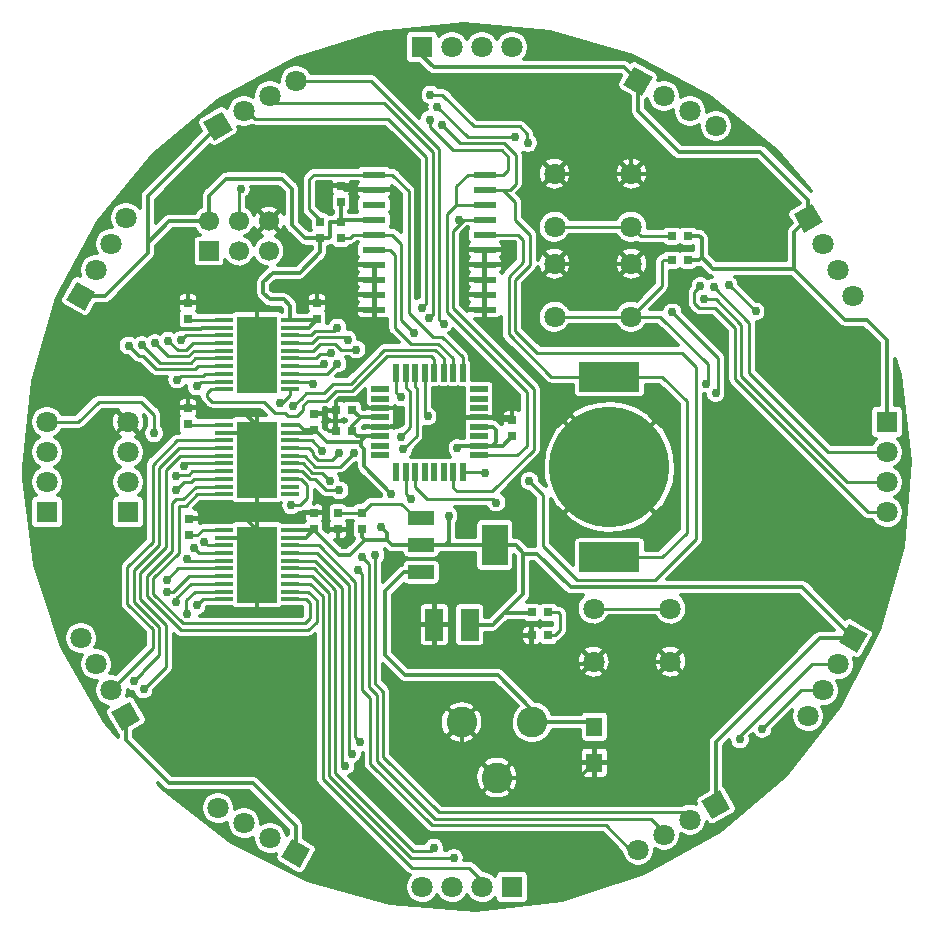
<source format=gtl>
G04 (created by PCBNEW (2013-07-07 BZR 4022)-stable) date 10/7/2013 10:29:13 PM*
%MOIN*%
G04 Gerber Fmt 3.4, Leading zero omitted, Abs format*
%FSLAX34Y34*%
G01*
G70*
G90*
G04 APERTURE LIST*
%ADD10C,0.006*%
%ADD11R,0.0591X0.0197*%
%ADD12R,0.0197X0.0591*%
%ADD13C,0.0708661*%
%ADD14R,0.0866142X0.0472441*%
%ADD15R,0.0866142X0.137795*%
%ADD16R,0.0779528X0.0208661*%
%ADD17R,0.0708661X0.0708661*%
%ADD18C,0.401575*%
%ADD19R,0.200787X0.0984252*%
%ADD20C,0.102362*%
%ADD21R,0.0669291X0.0669291*%
%ADD22C,0.0669291*%
%ADD23R,0.0629921X0.106299*%
%ADD24R,0.0551181X0.0649606*%
%ADD25R,0.0275591X0.0275591*%
%ADD26R,0.0629921X0.011811*%
%ADD27R,0.133858X0.255906*%
%ADD28C,0.03*%
%ADD29C,0.01*%
%ADD30C,0.012*%
G04 APERTURE END LIST*
G54D10*
G54D11*
X12096Y17602D03*
X12096Y17287D03*
X12096Y16972D03*
X12096Y16657D03*
X12096Y16343D03*
X12096Y16028D03*
X12096Y15713D03*
X12096Y15398D03*
G54D12*
X12648Y14846D03*
X12963Y14846D03*
X13278Y14846D03*
X13593Y14846D03*
X13907Y14846D03*
X14222Y14846D03*
X14537Y14846D03*
X14852Y14846D03*
G54D11*
X15404Y15398D03*
X15404Y15713D03*
X15404Y16028D03*
X15404Y16343D03*
X15404Y16657D03*
X15404Y16972D03*
X15404Y17287D03*
X15404Y17602D03*
G54D12*
X14852Y18154D03*
X14537Y18154D03*
X14222Y18154D03*
X13907Y18154D03*
X13593Y18154D03*
X13278Y18154D03*
X12963Y18154D03*
X12648Y18154D03*
G54D13*
X19220Y8514D03*
X21779Y8514D03*
X19220Y10285D03*
X21779Y10285D03*
G54D14*
X13479Y13305D03*
X13479Y12400D03*
X13479Y11494D03*
G54D15*
X15920Y12400D03*
G54D16*
X11905Y24750D03*
X11905Y24250D03*
X11905Y23750D03*
X11905Y23250D03*
X11905Y22750D03*
X11905Y22250D03*
X11905Y21750D03*
X11905Y21250D03*
X11905Y20750D03*
X11905Y20250D03*
X15594Y20250D03*
X15594Y20750D03*
X15594Y21250D03*
X15594Y21750D03*
X15594Y22250D03*
X15594Y22750D03*
X15594Y23250D03*
X15594Y23750D03*
X15594Y24250D03*
X15594Y24750D03*
G54D10*
G36*
X23428Y4234D02*
X23783Y3620D01*
X23169Y3265D01*
X22815Y3879D01*
X23428Y4234D01*
X23428Y4234D01*
G37*
G54D13*
X22433Y3250D03*
X21566Y2750D03*
X20700Y2250D03*
G54D10*
G36*
X6571Y25885D02*
X6216Y26499D01*
X6830Y26854D01*
X7184Y26240D01*
X6571Y25885D01*
X6571Y25885D01*
G37*
G54D13*
X7566Y26870D03*
X8433Y27370D03*
X9299Y27870D03*
G54D10*
G36*
X2259Y20216D02*
X1645Y20571D01*
X2000Y21184D01*
X2614Y20830D01*
X2259Y20216D01*
X2259Y20216D01*
G37*
G54D13*
X2630Y21566D03*
X3130Y22433D03*
X3630Y23299D03*
G54D17*
X1000Y13500D03*
G54D13*
X1000Y14500D03*
X1000Y15500D03*
X1000Y16500D03*
G54D10*
G36*
X4114Y6571D02*
X3500Y6216D01*
X3145Y6830D01*
X3759Y7184D01*
X4114Y6571D01*
X4114Y6571D01*
G37*
G54D13*
X3130Y7566D03*
X2630Y8433D03*
X2130Y9299D03*
G54D10*
G36*
X9783Y2259D02*
X9428Y1645D01*
X8815Y2000D01*
X9169Y2614D01*
X9783Y2259D01*
X9783Y2259D01*
G37*
G54D13*
X8433Y2630D03*
X7566Y3130D03*
X6700Y3630D03*
G54D17*
X16500Y1000D03*
G54D13*
X15500Y1000D03*
X14500Y1000D03*
X13500Y1000D03*
G54D10*
G36*
X27740Y9783D02*
X28354Y9428D01*
X27999Y8815D01*
X27385Y9169D01*
X27740Y9783D01*
X27740Y9783D01*
G37*
G54D13*
X27370Y8433D03*
X26870Y7566D03*
X26370Y6700D03*
G54D17*
X29000Y16500D03*
G54D13*
X29000Y15500D03*
X29000Y14500D03*
X29000Y13500D03*
G54D10*
G36*
X25885Y23428D02*
X26499Y23783D01*
X26854Y23169D01*
X26240Y22815D01*
X25885Y23428D01*
X25885Y23428D01*
G37*
G54D13*
X26870Y22433D03*
X27370Y21566D03*
X27870Y20700D03*
G54D10*
G36*
X20216Y27740D02*
X20571Y28354D01*
X21184Y27999D01*
X20830Y27385D01*
X20216Y27740D01*
X20216Y27740D01*
G37*
G54D13*
X21566Y27370D03*
X22433Y26870D03*
X23299Y26370D03*
G54D17*
X13500Y29000D03*
G54D13*
X14500Y29000D03*
X15500Y29000D03*
X16500Y29000D03*
G54D18*
X19750Y15000D03*
G54D19*
X19750Y18011D03*
X19750Y11988D03*
G54D20*
X17181Y6500D03*
X14818Y6500D03*
X16000Y4649D03*
G54D21*
X6400Y22200D03*
G54D22*
X6400Y23200D03*
X7400Y22200D03*
X7400Y23200D03*
X8400Y22200D03*
X8400Y23200D03*
G54D23*
X15090Y9750D03*
X13909Y9750D03*
G54D24*
X19250Y6350D03*
X19250Y5149D03*
G54D25*
X17164Y9390D03*
X17715Y9390D03*
X11175Y16900D03*
X10624Y16900D03*
X5700Y16975D03*
X5700Y16424D03*
X9900Y13475D03*
X9900Y12924D03*
X9900Y16775D03*
X9900Y16224D03*
X11175Y16200D03*
X10624Y16200D03*
X5750Y13275D03*
X5750Y12724D03*
X10700Y13475D03*
X10700Y12924D03*
X10000Y20475D03*
X10000Y19924D03*
X10800Y23175D03*
X10800Y22624D03*
X5700Y20475D03*
X5700Y19924D03*
X17164Y10160D03*
X17715Y10160D03*
X16500Y16024D03*
X16500Y16575D03*
X10800Y24375D03*
X10800Y23824D03*
X10100Y22624D03*
X10100Y23175D03*
X11500Y12924D03*
X11500Y13475D03*
G54D13*
X17920Y23014D03*
X20479Y23014D03*
X17920Y24785D03*
X20479Y24785D03*
X17920Y20014D03*
X20479Y20014D03*
X17920Y21785D03*
X20479Y21785D03*
G54D17*
X3700Y13500D03*
G54D13*
X3700Y14500D03*
X3700Y15500D03*
X3700Y16500D03*
G54D25*
X21824Y21900D03*
X22375Y21900D03*
X21824Y22700D03*
X22375Y22700D03*
G54D26*
X9102Y12645D03*
X9102Y12901D03*
X9102Y12389D03*
X9102Y12133D03*
X9102Y11877D03*
X9102Y11622D03*
X9102Y11366D03*
X9102Y11110D03*
X6897Y10598D03*
X6897Y10854D03*
X6897Y11110D03*
X6897Y11366D03*
X6897Y12901D03*
X6897Y12645D03*
X6897Y12389D03*
X6897Y12133D03*
X6897Y11877D03*
X6897Y11622D03*
G54D27*
X8000Y11750D03*
G54D26*
X9102Y10854D03*
X9102Y10598D03*
X9102Y19645D03*
X9102Y19901D03*
X9102Y19389D03*
X9102Y19133D03*
X9102Y18877D03*
X9102Y18622D03*
X9102Y18366D03*
X9102Y18110D03*
X6897Y17598D03*
X6897Y17854D03*
X6897Y18110D03*
X6897Y18366D03*
X6897Y19901D03*
X6897Y19645D03*
X6897Y19389D03*
X6897Y19133D03*
X6897Y18877D03*
X6897Y18622D03*
G54D27*
X8000Y18750D03*
G54D26*
X9102Y17854D03*
X9102Y17598D03*
X9102Y16145D03*
X9102Y16401D03*
X9102Y15889D03*
X9102Y15633D03*
X9102Y15377D03*
X9102Y15122D03*
X9102Y14866D03*
X9102Y14610D03*
X6897Y14098D03*
X6897Y14354D03*
X6897Y14610D03*
X6897Y14866D03*
X6897Y16401D03*
X6897Y16145D03*
X6897Y15889D03*
X6897Y15633D03*
X6897Y15377D03*
X6897Y15122D03*
G54D27*
X8000Y15250D03*
G54D26*
X9102Y14354D03*
X9102Y14098D03*
G54D28*
X24620Y20190D03*
X23720Y21060D03*
X16600Y26000D03*
X14010Y27020D03*
X13685Y16690D03*
X5990Y17690D03*
X9200Y17030D03*
X14165Y26395D03*
X15600Y14820D03*
X17080Y14540D03*
X7460Y24280D03*
X13780Y27410D03*
X17035Y25805D03*
X14740Y23225D03*
X13250Y19470D03*
X12800Y17330D03*
X13755Y26575D03*
X17840Y2160D03*
X7700Y12695D03*
X7790Y6880D03*
X24850Y5150D03*
X5880Y24650D03*
X25060Y13900D03*
X26340Y18330D03*
X1890Y18430D03*
X18130Y27600D03*
X23860Y24070D03*
X17620Y17030D03*
X16440Y17250D03*
X10910Y12410D03*
X12760Y16920D03*
X14480Y17040D03*
X7670Y19760D03*
X8730Y20970D03*
X10165Y24265D03*
X8320Y11750D03*
X7675Y11755D03*
X8310Y10960D03*
X7660Y10945D03*
X16440Y22210D03*
X7640Y14290D03*
X8340Y15020D03*
X7640Y15020D03*
X8200Y15530D03*
X7660Y15780D03*
X8200Y19750D03*
X8380Y17780D03*
X7650Y17770D03*
X10680Y18450D03*
X5050Y19210D03*
X4600Y19130D03*
X9880Y17780D03*
X5670Y10110D03*
X8760Y17130D03*
X5990Y10390D03*
X5680Y11950D03*
X22780Y21030D03*
X10680Y19650D03*
X11360Y11580D03*
X5310Y10520D03*
X11510Y11990D03*
X4990Y10830D03*
X6240Y12505D03*
X24100Y5930D03*
X5890Y12300D03*
X24850Y6280D03*
X11950Y12070D03*
X4990Y11240D03*
X4170Y19070D03*
X11420Y5850D03*
X11160Y5450D03*
X10950Y5050D03*
X22900Y20610D03*
X11020Y19250D03*
X13900Y2310D03*
X14560Y1970D03*
X23220Y21000D03*
X11310Y18920D03*
X12790Y16005D03*
X12870Y15590D03*
X23290Y17470D03*
X15975Y13820D03*
X21845Y20160D03*
X10470Y18810D03*
X10220Y18450D03*
X5340Y17920D03*
X22980Y17780D03*
X13135Y13945D03*
X4220Y7590D03*
X5580Y15050D03*
X10160Y15550D03*
X14230Y19770D03*
X3720Y19050D03*
X13735Y19955D03*
X10730Y15470D03*
X11230Y15480D03*
X13510Y20320D03*
X10450Y14540D03*
X10750Y14230D03*
X9140Y13730D03*
X4570Y16130D03*
X5290Y14240D03*
X5290Y14720D03*
X3890Y7860D03*
X5480Y19240D03*
X14680Y15630D03*
X14390Y13380D03*
X12140Y13010D03*
X12480Y14120D03*
G54D29*
X24620Y20190D02*
X23750Y21060D01*
X23750Y21060D02*
X23720Y21060D01*
X15030Y26000D02*
X14010Y27020D01*
X16600Y26000D02*
X15030Y26000D01*
X13593Y16782D02*
X13593Y18154D01*
X13685Y16690D02*
X13593Y16782D01*
X19220Y10285D02*
X21779Y10285D01*
X10800Y17780D02*
X10540Y17780D01*
X10230Y17470D02*
X9640Y17470D01*
X10540Y17780D02*
X10230Y17470D01*
X9490Y17320D02*
X9200Y17030D01*
X14222Y18628D02*
X13950Y18900D01*
X13950Y18900D02*
X12240Y18900D01*
X12240Y18900D02*
X11120Y17780D01*
X11120Y17780D02*
X10800Y17780D01*
X9640Y17470D02*
X9490Y17320D01*
X14222Y18154D02*
X14222Y18628D01*
X6883Y17840D02*
X6897Y17854D01*
X5990Y17690D02*
X6140Y17840D01*
X6140Y17840D02*
X6883Y17840D01*
X6897Y17598D02*
X6453Y17598D01*
X8220Y17180D02*
X8600Y16800D01*
X6500Y17180D02*
X8220Y17180D01*
X6335Y17345D02*
X6500Y17180D01*
X6335Y17480D02*
X6335Y17345D01*
X6453Y17598D02*
X6335Y17480D01*
X8930Y16800D02*
X9020Y16710D01*
X8600Y16800D02*
X8930Y16800D01*
X11010Y17550D02*
X10620Y17550D01*
X10290Y17220D02*
X9694Y17220D01*
X10620Y17550D02*
X10290Y17220D01*
X9547Y17072D02*
X9547Y16907D01*
X9350Y16710D02*
X9020Y16710D01*
X9547Y16907D02*
X9350Y16710D01*
X13907Y18154D02*
X13907Y18593D01*
X9694Y17220D02*
X9547Y17072D01*
X11180Y17550D02*
X11010Y17550D01*
X12320Y18690D02*
X11180Y17550D01*
X13810Y18690D02*
X12320Y18690D01*
X13907Y18593D02*
X13810Y18690D01*
X17540Y12370D02*
X18660Y11250D01*
X21270Y11250D02*
X22640Y12620D01*
X18660Y11250D02*
X21270Y11250D01*
X16430Y24250D02*
X16630Y24450D01*
X16630Y24450D02*
X16630Y25420D01*
X16630Y25420D02*
X16250Y25799D01*
X16250Y25799D02*
X14760Y25799D01*
X14760Y25799D02*
X14165Y26395D01*
X16430Y24250D02*
X16190Y24250D01*
X16610Y21200D02*
X16610Y21240D01*
X17110Y22730D02*
X16610Y23230D01*
X17110Y21740D02*
X17110Y22730D01*
X16610Y21240D02*
X17110Y21740D01*
X16190Y24250D02*
X16200Y24250D01*
X16610Y23840D02*
X16610Y23230D01*
X16200Y24250D02*
X16610Y23840D01*
X22640Y18330D02*
X22640Y12620D01*
X22170Y18800D02*
X22640Y18330D01*
X17350Y18800D02*
X22170Y18800D01*
X16610Y19540D02*
X17350Y18800D01*
X16610Y21200D02*
X16610Y19540D01*
X15594Y24250D02*
X16190Y24250D01*
X15574Y14846D02*
X14852Y14846D01*
X15600Y14820D02*
X15574Y14846D01*
X17540Y14080D02*
X17080Y14540D01*
X17540Y12370D02*
X17540Y14080D01*
X7400Y24220D02*
X7400Y23200D01*
X7460Y24280D02*
X7400Y24220D01*
X14900Y23250D02*
X14765Y23250D01*
X14170Y27410D02*
X13780Y27410D01*
X15225Y26355D02*
X14170Y27410D01*
X16760Y26355D02*
X15225Y26355D01*
X17015Y26100D02*
X16760Y26355D01*
X17015Y25825D02*
X17015Y26100D01*
X17035Y25805D02*
X17015Y25825D01*
X14765Y23250D02*
X14740Y23225D01*
X15594Y23250D02*
X14900Y23250D01*
X14537Y14313D02*
X14537Y14846D01*
X14660Y14190D02*
X14537Y14313D01*
X15840Y14190D02*
X14660Y14190D01*
X17230Y15580D02*
X15840Y14190D01*
X17230Y17610D02*
X17230Y15580D01*
X14530Y20309D02*
X17230Y17610D01*
X14530Y22880D02*
X14530Y20309D01*
X14900Y23250D02*
X14530Y22880D01*
X10100Y23175D02*
X10100Y23240D01*
X9905Y24750D02*
X11905Y24750D01*
X9745Y24590D02*
X9905Y24750D01*
X9745Y23595D02*
X9745Y24590D01*
X10100Y23240D02*
X9745Y23595D01*
X14852Y18154D02*
X14852Y18658D01*
X14852Y18658D02*
X14170Y19340D01*
X14170Y19340D02*
X13865Y19340D01*
X13865Y19340D02*
X13055Y20150D01*
X13055Y20150D02*
X13055Y24200D01*
X13055Y24200D02*
X12505Y24750D01*
X12505Y24750D02*
X11905Y24750D01*
X12648Y18154D02*
X12648Y17482D01*
X12510Y22750D02*
X11905Y22750D01*
X12810Y22450D02*
X12510Y22750D01*
X12810Y19910D02*
X12810Y22450D01*
X13250Y19470D02*
X12810Y19910D01*
X12648Y17482D02*
X12800Y17330D01*
X10800Y22624D02*
X11084Y22624D01*
X11210Y22750D02*
X11905Y22750D01*
X11084Y22624D02*
X11210Y22750D01*
X14537Y18154D02*
X14537Y18633D01*
X12420Y22250D02*
X11905Y22250D01*
X12600Y22070D02*
X12420Y22250D01*
X12600Y19650D02*
X12600Y22070D01*
X13130Y19120D02*
X12600Y19650D01*
X14050Y19120D02*
X13130Y19120D01*
X14537Y18633D02*
X14050Y19120D01*
X16210Y24750D02*
X16380Y24920D01*
X16380Y24920D02*
X16380Y25330D01*
X16380Y25330D02*
X16155Y25555D01*
X16155Y25555D02*
X14535Y25555D01*
X14535Y25555D02*
X13755Y26335D01*
X13755Y26335D02*
X13755Y26575D01*
X16210Y24750D02*
X15594Y24750D01*
X14650Y23750D02*
X14650Y24360D01*
X15040Y24750D02*
X15594Y24750D01*
X14650Y24360D02*
X15040Y24750D01*
X15594Y23750D02*
X14650Y23750D01*
X14330Y20170D02*
X14640Y19860D01*
X14330Y23430D02*
X14330Y20170D01*
X14650Y23750D02*
X14330Y23430D01*
X16990Y17310D02*
X16990Y17510D01*
X16990Y17510D02*
X14640Y19860D01*
X15404Y15398D02*
X16678Y15398D01*
X16990Y15710D02*
X16990Y17310D01*
X16678Y15398D02*
X16990Y15710D01*
G54D30*
X17181Y6500D02*
X17181Y6918D01*
X12894Y11494D02*
X13479Y11494D01*
X12260Y10860D02*
X12894Y11494D01*
X12260Y8740D02*
X12260Y10860D01*
X12920Y8080D02*
X12260Y8740D01*
X16020Y8080D02*
X12920Y8080D01*
X17181Y6918D02*
X16020Y8080D01*
X17181Y6500D02*
X19100Y6500D01*
X19100Y6500D02*
X19250Y6350D01*
X8000Y12395D02*
X7700Y12695D01*
X8000Y11750D02*
X8000Y12395D01*
X3270Y19380D02*
X2840Y19380D01*
X2840Y19380D02*
X1890Y18430D01*
X20479Y24785D02*
X20479Y25250D01*
X20479Y25250D02*
X18130Y27600D01*
X20479Y24785D02*
X23144Y24785D01*
X23144Y24785D02*
X23860Y24070D01*
X16500Y16575D02*
X16500Y17190D01*
X17665Y17075D02*
X18125Y17075D01*
X17620Y17030D02*
X17665Y17075D01*
X16500Y17190D02*
X16440Y17250D01*
X10700Y12620D02*
X10700Y12924D01*
X10910Y12410D02*
X10700Y12620D01*
X15404Y16657D02*
X14863Y16657D01*
X12708Y16972D02*
X12760Y16920D01*
X12708Y16972D02*
X12648Y16972D01*
X14863Y16657D02*
X14480Y17040D01*
X8000Y11750D02*
X8000Y15250D01*
X5700Y16975D02*
X4994Y16975D01*
X4365Y20475D02*
X5700Y20475D01*
X3270Y19380D02*
X4365Y20475D01*
X3270Y18700D02*
X3270Y19380D01*
X4994Y16975D02*
X3270Y18700D01*
X10000Y20475D02*
X10000Y20880D01*
X8000Y19430D02*
X7670Y19760D01*
X8000Y19430D02*
X8000Y18750D01*
X9910Y20970D02*
X8730Y20970D01*
X10000Y20880D02*
X9910Y20970D01*
X6897Y19645D02*
X6175Y19645D01*
X6175Y19645D02*
X6140Y19609D01*
X6140Y19609D02*
X5300Y19609D01*
X5300Y19609D02*
X5140Y19770D01*
X5140Y19770D02*
X5140Y20270D01*
X5140Y20270D02*
X5345Y20475D01*
X5345Y20475D02*
X5700Y20475D01*
X8000Y18966D02*
X8000Y18750D01*
X8000Y18966D02*
X8000Y18750D01*
X10800Y24375D02*
X10275Y24375D01*
X10275Y24375D02*
X10165Y24265D01*
X17164Y9390D02*
X16710Y9390D01*
X16470Y9150D02*
X16470Y8440D01*
X16710Y9390D02*
X16470Y9150D01*
X8000Y18750D02*
X8000Y20160D01*
X7684Y20475D02*
X5700Y20475D01*
X8000Y20160D02*
X7684Y20475D01*
X5700Y16975D02*
X6269Y16975D01*
X6269Y16975D02*
X6395Y16850D01*
X6395Y16850D02*
X7550Y16850D01*
X7550Y16850D02*
X8000Y16400D01*
X8000Y16400D02*
X8000Y15250D01*
X3700Y16500D02*
X3700Y16450D01*
X5235Y16975D02*
X5700Y16975D01*
X5130Y16870D02*
X5235Y16975D01*
X5130Y16130D02*
X5130Y16870D01*
X4750Y15750D02*
X5130Y16130D01*
X4400Y15750D02*
X4750Y15750D01*
X3700Y16450D02*
X4400Y15750D01*
X9900Y13475D02*
X9540Y13475D01*
X9345Y13280D02*
X7635Y13280D01*
X9540Y13475D02*
X9345Y13280D01*
X8000Y11750D02*
X8000Y12915D01*
X8000Y12915D02*
X7635Y13280D01*
X7635Y13280D02*
X5750Y13280D01*
X5750Y13280D02*
X5750Y13275D01*
X8000Y11750D02*
X8320Y11750D01*
X8000Y11750D02*
X7680Y11750D01*
X7680Y11750D02*
X7675Y11755D01*
X8000Y11750D02*
X8000Y11270D01*
X8000Y11270D02*
X8310Y10960D01*
X8000Y11750D02*
X8000Y11285D01*
X8000Y11285D02*
X7660Y10945D01*
X15594Y22250D02*
X16400Y22250D01*
X16400Y22250D02*
X16440Y22210D01*
X17920Y21785D02*
X20479Y21785D01*
X17920Y24785D02*
X20479Y24785D01*
X6897Y12645D02*
X7325Y12645D01*
X7325Y12645D02*
X8000Y11971D01*
X8000Y11971D02*
X8000Y11750D01*
X6897Y16145D02*
X7320Y16145D01*
X7320Y16145D02*
X8000Y15466D01*
X8000Y15466D02*
X8000Y15250D01*
X8000Y15250D02*
X8000Y14650D01*
X8000Y14650D02*
X7640Y14290D01*
X8000Y15250D02*
X8110Y15250D01*
X8110Y15250D02*
X8340Y15020D01*
X8000Y15250D02*
X7870Y15250D01*
X7870Y15250D02*
X7640Y15020D01*
X8000Y15250D02*
X8000Y15330D01*
X8000Y15330D02*
X8200Y15530D01*
X8000Y15250D02*
X8000Y15440D01*
X8000Y15440D02*
X7660Y15780D01*
X15594Y20250D02*
X15594Y19605D01*
X15594Y19605D02*
X18125Y17075D01*
X19750Y15450D02*
X19750Y15000D01*
X18125Y17075D02*
X19750Y15450D01*
X14920Y21880D02*
X14920Y21840D01*
X15010Y21750D02*
X15594Y21750D01*
X14920Y21840D02*
X15010Y21750D01*
X14920Y21450D02*
X14920Y21330D01*
X15000Y21250D02*
X15594Y21250D01*
X14920Y21330D02*
X15000Y21250D01*
X14920Y20890D02*
X14920Y20830D01*
X15000Y20750D02*
X15594Y20750D01*
X14920Y20830D02*
X15000Y20750D01*
X15594Y22250D02*
X15030Y22250D01*
X15000Y20250D02*
X15594Y20250D01*
X14920Y20330D02*
X15000Y20250D01*
X14920Y22140D02*
X14920Y21880D01*
X14920Y21880D02*
X14920Y21450D01*
X14920Y21450D02*
X14920Y20890D01*
X14920Y20890D02*
X14920Y20330D01*
X15030Y22250D02*
X14920Y22140D01*
X11200Y21120D02*
X11200Y21640D01*
X11310Y21750D02*
X11905Y21750D01*
X11200Y21640D02*
X11310Y21750D01*
X11200Y20750D02*
X11200Y21120D01*
X11330Y21250D02*
X11905Y21250D01*
X11200Y21120D02*
X11330Y21250D01*
X10924Y20475D02*
X10925Y20475D01*
X11200Y20750D02*
X11905Y20750D01*
X10925Y20475D02*
X11200Y20750D01*
X10000Y20475D02*
X10924Y20475D01*
X11150Y20250D02*
X11905Y20250D01*
X10924Y20475D02*
X11150Y20250D01*
X11905Y24250D02*
X10925Y24250D01*
X10925Y24250D02*
X10800Y24375D01*
X10624Y16900D02*
X10624Y17164D01*
X11718Y16972D02*
X12096Y16972D01*
X11440Y17250D02*
X11718Y16972D01*
X10710Y17250D02*
X11440Y17250D01*
X10624Y17164D02*
X10710Y17250D01*
X9900Y16775D02*
X10300Y16775D01*
X10300Y16775D02*
X10300Y16800D01*
X8000Y18750D02*
X8000Y19550D01*
X8000Y19550D02*
X8200Y19750D01*
X8000Y18750D02*
X8000Y18160D01*
X8000Y18160D02*
X8380Y17780D01*
X8000Y18750D02*
X8000Y18120D01*
X8000Y18120D02*
X7650Y17770D01*
X15404Y16657D02*
X16418Y16657D01*
X16418Y16657D02*
X16500Y16575D01*
X20092Y7642D02*
X20092Y7712D01*
X20092Y7712D02*
X20894Y8514D01*
X20894Y8514D02*
X21779Y8514D01*
X19250Y5149D02*
X19729Y5149D01*
X20110Y7624D02*
X20092Y7642D01*
X20092Y7642D02*
X19220Y8514D01*
X20110Y5530D02*
X20110Y7624D01*
X19729Y5149D02*
X20110Y5530D01*
X13909Y9750D02*
X13140Y9750D01*
X13140Y9750D02*
X13020Y9630D01*
X13020Y9630D02*
X13020Y8890D01*
X13020Y8890D02*
X13470Y8440D01*
X13470Y8440D02*
X16470Y8440D01*
X16470Y8440D02*
X19146Y8440D01*
X19146Y8440D02*
X19220Y8514D01*
X10700Y12924D02*
X10375Y12924D01*
X10375Y12924D02*
X10290Y13010D01*
X10290Y13010D02*
X10290Y13410D01*
X10290Y13410D02*
X10224Y13475D01*
X10224Y13475D02*
X9900Y13475D01*
X12096Y16972D02*
X12648Y16972D01*
X12648Y16972D02*
X12780Y16840D01*
X12633Y16343D02*
X12096Y16343D01*
X12780Y16490D02*
X12633Y16343D01*
X12780Y16840D02*
X12780Y16490D01*
X10624Y16900D02*
X10400Y16900D01*
X10400Y16900D02*
X10300Y16800D01*
X10400Y16200D02*
X10624Y16200D01*
X10300Y16800D02*
X10300Y16300D01*
X10300Y16300D02*
X10400Y16200D01*
X16000Y4649D02*
X18750Y4649D01*
X18750Y4649D02*
X19250Y5149D01*
X14818Y6500D02*
X14818Y5830D01*
X14818Y5830D02*
X16000Y4649D01*
G54D29*
X10340Y18110D02*
X9102Y18110D01*
X10680Y18450D02*
X10340Y18110D01*
X5853Y19133D02*
X5620Y18900D01*
X5620Y18900D02*
X5360Y18900D01*
X5360Y18900D02*
X5050Y19210D01*
X6897Y19133D02*
X5853Y19133D01*
X6897Y16401D02*
X5722Y16401D01*
X5722Y16401D02*
X5700Y16424D01*
X6897Y12901D02*
X6191Y12901D01*
X6014Y12724D02*
X5750Y12724D01*
X6191Y12901D02*
X6014Y12724D01*
X5897Y18877D02*
X6897Y18877D01*
X5710Y18690D02*
X5897Y18877D01*
X5040Y18690D02*
X5710Y18690D01*
X4600Y19130D02*
X5040Y18690D01*
X6897Y19901D02*
X5722Y19901D01*
X5722Y19901D02*
X5700Y19924D01*
X9805Y17854D02*
X9102Y17854D01*
X9805Y17854D02*
X9880Y17780D01*
X5670Y10110D02*
X5650Y10130D01*
X5650Y10130D02*
X5650Y10560D01*
X5650Y10560D02*
X5944Y10854D01*
X6897Y10854D02*
X5944Y10854D01*
X9102Y17402D02*
X8830Y17130D01*
X8830Y17130D02*
X8760Y17130D01*
X9102Y17598D02*
X9102Y17402D01*
X6198Y10598D02*
X6897Y10598D01*
X5990Y10390D02*
X6198Y10598D01*
X6190Y9570D02*
X5460Y9570D01*
X5180Y12220D02*
X5180Y12440D01*
X4330Y11370D02*
X5180Y12220D01*
X4330Y10700D02*
X4330Y11370D01*
X5460Y9570D02*
X4330Y10700D01*
X6897Y14354D02*
X5964Y14354D01*
X5180Y13799D02*
X5180Y12440D01*
X5310Y13930D02*
X5180Y13799D01*
X5540Y13930D02*
X5310Y13930D01*
X5964Y14354D02*
X5540Y13930D01*
X9705Y10854D02*
X9102Y10854D01*
X9990Y10570D02*
X9705Y10854D01*
X9990Y9850D02*
X9990Y10570D01*
X9710Y9570D02*
X9990Y9850D01*
X6190Y9570D02*
X9710Y9570D01*
X6000Y9790D02*
X5540Y9790D01*
X5400Y12140D02*
X5400Y12370D01*
X4550Y11290D02*
X5400Y12140D01*
X4550Y10780D02*
X4550Y11290D01*
X5540Y9790D02*
X4550Y10780D01*
X5400Y12370D02*
X5400Y13689D01*
X9641Y10598D02*
X9770Y10470D01*
X9770Y10470D02*
X9770Y9960D01*
X9770Y9960D02*
X9600Y9790D01*
X9600Y9790D02*
X6000Y9790D01*
X9102Y10598D02*
X9641Y10598D01*
X6008Y14098D02*
X6897Y14098D01*
X5630Y13720D02*
X6008Y14098D01*
X5430Y13720D02*
X5630Y13720D01*
X5400Y13689D02*
X5430Y13720D01*
X6897Y11877D02*
X5752Y11877D01*
X5752Y11877D02*
X5680Y11950D01*
X9102Y19389D02*
X9790Y19389D01*
X28370Y13500D02*
X29000Y13500D01*
X23940Y17930D02*
X28370Y13500D01*
X23940Y19640D02*
X23940Y17930D01*
X23280Y20300D02*
X23940Y19640D01*
X22750Y20300D02*
X23280Y20300D01*
X22580Y20470D02*
X22750Y20300D01*
X22580Y20830D02*
X22580Y20470D01*
X22780Y21030D02*
X22580Y20830D01*
X10570Y19540D02*
X10680Y19650D01*
X9940Y19540D02*
X10570Y19540D01*
X9790Y19389D02*
X9940Y19540D01*
X10190Y5930D02*
X10190Y4619D01*
X10190Y4619D02*
X10210Y4600D01*
X15500Y1000D02*
X15500Y1220D01*
X13160Y1650D02*
X10210Y4600D01*
X15070Y1650D02*
X13160Y1650D01*
X15500Y1220D02*
X15070Y1650D01*
X9102Y11110D02*
X9779Y11110D01*
X10190Y10699D02*
X10190Y5930D01*
X9779Y11110D02*
X10190Y10699D01*
X6897Y11110D02*
X5790Y11110D01*
X20440Y2250D02*
X19630Y3060D01*
X19630Y3060D02*
X13840Y3060D01*
X13840Y3060D02*
X11780Y5120D01*
X11780Y5120D02*
X11780Y7300D01*
X11780Y7300D02*
X11640Y7440D01*
X20440Y2250D02*
X20700Y2250D01*
X11360Y11580D02*
X11500Y11440D01*
X11500Y11440D02*
X11500Y7580D01*
X11500Y7580D02*
X11640Y7440D01*
X5310Y10630D02*
X5310Y10520D01*
X5790Y11110D02*
X5310Y10630D01*
X11720Y11310D02*
X11720Y11780D01*
X11720Y11780D02*
X11510Y11990D01*
X21566Y2843D02*
X21140Y3270D01*
X21140Y3270D02*
X13940Y3270D01*
X13940Y3270D02*
X11990Y5220D01*
X11990Y5220D02*
X11990Y7410D01*
X11990Y7410D02*
X11720Y7680D01*
X11720Y7680D02*
X11720Y11310D01*
X21566Y2843D02*
X21566Y2750D01*
X6897Y11366D02*
X5726Y11366D01*
X5726Y11366D02*
X5190Y10830D01*
X5190Y10830D02*
X4990Y10830D01*
X27370Y8433D02*
X26493Y8433D01*
X6355Y12389D02*
X6240Y12505D01*
X6355Y12389D02*
X6897Y12389D01*
X24100Y6040D02*
X24100Y5930D01*
X26493Y8433D02*
X24100Y6040D01*
X6897Y12133D02*
X6056Y12133D01*
X6056Y12133D02*
X5890Y12300D01*
X26136Y7566D02*
X26870Y7566D01*
X24850Y6280D02*
X26136Y7566D01*
X6897Y11622D02*
X5372Y11622D01*
X11950Y12070D02*
X11930Y12050D01*
X11930Y12050D02*
X11930Y7790D01*
X11930Y7790D02*
X12210Y7510D01*
X12210Y7510D02*
X12210Y5340D01*
X12210Y5340D02*
X14060Y3490D01*
X14060Y3490D02*
X22193Y3490D01*
X22193Y3490D02*
X22433Y3250D01*
X5372Y11622D02*
X4990Y11240D01*
X5932Y18622D02*
X6897Y18622D01*
X5790Y18480D02*
X5932Y18622D01*
X4760Y18480D02*
X5790Y18480D01*
X4170Y19070D02*
X4760Y18480D01*
X11280Y7430D02*
X11280Y5990D01*
X11280Y5990D02*
X11420Y5850D01*
X9102Y12389D02*
X10070Y12389D01*
X11280Y11180D02*
X11280Y7430D01*
X10070Y12389D02*
X11280Y11180D01*
X11060Y5550D02*
X11060Y6740D01*
X11160Y5450D02*
X11060Y5550D01*
X9102Y12133D02*
X10006Y12133D01*
X11060Y11080D02*
X11060Y6740D01*
X10006Y12133D02*
X11060Y11080D01*
X10830Y6620D02*
X10830Y5170D01*
X10830Y5170D02*
X10950Y5050D01*
X9102Y11877D02*
X9932Y11877D01*
X10830Y10980D02*
X10830Y6620D01*
X9932Y11877D02*
X10830Y10980D01*
X29000Y14500D02*
X27680Y14500D01*
X23290Y20610D02*
X22900Y20610D01*
X24150Y19750D02*
X23290Y20610D01*
X24150Y18030D02*
X24150Y19750D01*
X27680Y14500D02*
X24150Y18030D01*
X9823Y19133D02*
X9102Y19133D01*
X10020Y19330D02*
X9823Y19133D01*
X10940Y19330D02*
X10020Y19330D01*
X11020Y19250D02*
X10940Y19330D01*
X10610Y4790D02*
X10610Y5960D01*
X13200Y2200D02*
X10610Y4790D01*
X13790Y2200D02*
X13200Y2200D01*
X13900Y2310D02*
X13790Y2200D01*
X9102Y11622D02*
X9887Y11622D01*
X10610Y10900D02*
X10610Y5960D01*
X9887Y11622D02*
X10610Y10900D01*
X10390Y5950D02*
X10390Y4709D01*
X13130Y1970D02*
X14560Y1970D01*
X10390Y4709D02*
X13130Y1970D01*
X9102Y11366D02*
X9823Y11366D01*
X10390Y10799D02*
X10390Y5950D01*
X9823Y11366D02*
X10390Y10799D01*
X9102Y18877D02*
X9867Y18877D01*
X27040Y15500D02*
X29000Y15500D01*
X24400Y18140D02*
X27040Y15500D01*
X24400Y19820D02*
X24400Y18140D01*
X23220Y21000D02*
X24400Y19820D01*
X10810Y18920D02*
X11310Y18920D01*
X10610Y19120D02*
X10810Y18920D01*
X10110Y19120D02*
X10610Y19120D01*
X9867Y18877D02*
X10110Y19120D01*
X12963Y17667D02*
X13115Y17515D01*
X13115Y17515D02*
X13115Y16330D01*
X13115Y16330D02*
X12790Y16005D01*
X12963Y18154D02*
X12963Y17667D01*
X13278Y17677D02*
X13320Y17635D01*
X13320Y17635D02*
X13320Y16040D01*
X13320Y16040D02*
X12870Y15590D01*
X13278Y17677D02*
X13278Y18154D01*
X23375Y18490D02*
X23375Y17555D01*
X23375Y17555D02*
X23290Y17470D01*
X13278Y14322D02*
X13278Y14846D01*
X13665Y13935D02*
X13278Y14322D01*
X15860Y13935D02*
X13665Y13935D01*
X15975Y13820D02*
X15860Y13935D01*
X23375Y18630D02*
X23375Y18490D01*
X21845Y20160D02*
X23375Y18630D01*
X17920Y23014D02*
X20479Y23014D01*
X21824Y22700D02*
X20793Y22700D01*
X20793Y22700D02*
X20479Y23014D01*
X13479Y13305D02*
X13284Y13305D01*
X11804Y13780D02*
X11500Y13475D01*
X12810Y13780D02*
X11804Y13780D01*
X13284Y13305D02*
X12810Y13780D01*
X11500Y13475D02*
X10700Y13475D01*
X17715Y10160D02*
X18050Y10160D01*
X17925Y9390D02*
X17715Y9390D01*
X18110Y9575D02*
X17925Y9390D01*
X18110Y10100D02*
X18110Y9575D01*
X18050Y10160D02*
X18110Y10100D01*
X9952Y18622D02*
X9102Y18622D01*
X10090Y18760D02*
X9952Y18622D01*
X10420Y18760D02*
X10090Y18760D01*
X10470Y18810D02*
X10420Y18760D01*
X10136Y18366D02*
X9102Y18366D01*
X10220Y18450D02*
X10136Y18366D01*
X5340Y17920D02*
X5470Y18050D01*
X5470Y18050D02*
X6210Y18050D01*
X6210Y18050D02*
X6270Y18110D01*
X6897Y18110D02*
X6270Y18110D01*
X15594Y22750D02*
X16710Y22750D01*
X16390Y21345D02*
X16390Y21165D01*
X16875Y21830D02*
X16390Y21345D01*
X16875Y22585D02*
X16875Y21830D01*
X16710Y22750D02*
X16875Y22585D01*
X19750Y11988D02*
X21488Y11988D01*
X21508Y18011D02*
X19750Y18011D01*
X22320Y17200D02*
X21508Y18011D01*
X22320Y12820D02*
X22320Y17200D01*
X21488Y11988D02*
X22320Y12820D01*
X19750Y18011D02*
X17808Y18011D01*
X16390Y19620D02*
X16390Y21165D01*
X17808Y18011D02*
X16390Y19430D01*
X16390Y19430D02*
X16390Y19620D01*
X23030Y17830D02*
X23030Y18435D01*
X22980Y17780D02*
X23030Y17830D01*
X12963Y14846D02*
X12963Y14117D01*
X21450Y20014D02*
X20479Y20014D01*
X23030Y18435D02*
X21450Y20014D01*
X12963Y14117D02*
X13135Y13945D01*
X17920Y20014D02*
X20479Y20014D01*
X20479Y20014D02*
X21500Y21034D01*
X21500Y21034D02*
X21500Y21850D01*
X21500Y21850D02*
X21550Y21900D01*
X21550Y21900D02*
X21824Y21900D01*
X4970Y8340D02*
X4970Y8500D01*
X4220Y7590D02*
X4970Y8340D01*
X4970Y9410D02*
X4970Y9750D01*
X4110Y10610D02*
X4110Y11000D01*
X4970Y9750D02*
X4110Y10610D01*
X4970Y12920D02*
X4970Y12330D01*
X4970Y14900D02*
X4970Y12920D01*
X5447Y15377D02*
X6897Y15377D01*
X5447Y15377D02*
X4970Y14900D01*
X4970Y12330D02*
X4110Y11470D01*
X4110Y11470D02*
X4110Y11000D01*
X4970Y8500D02*
X4970Y9410D01*
X4970Y9410D02*
X4970Y9660D01*
X6897Y15122D02*
X5652Y15122D01*
X5652Y15122D02*
X5580Y15050D01*
X9299Y27870D02*
X11810Y27870D01*
X9820Y15889D02*
X9102Y15889D01*
X10160Y15550D02*
X9820Y15889D01*
X14080Y19920D02*
X14230Y19770D01*
X14080Y25600D02*
X14080Y19920D01*
X11810Y27870D02*
X14080Y25600D01*
X4530Y9510D02*
X4530Y9600D01*
X3680Y10450D02*
X3680Y10670D01*
X4530Y9600D02*
X3680Y10450D01*
X4530Y12660D02*
X4530Y12510D01*
X3680Y11660D02*
X3680Y10670D01*
X4530Y12510D02*
X3680Y11660D01*
X6897Y15889D02*
X5339Y15889D01*
X4530Y15080D02*
X4530Y12660D01*
X4530Y9510D02*
X4530Y8966D01*
X5339Y15889D02*
X4530Y15080D01*
X4530Y8966D02*
X3130Y7566D01*
X6897Y18366D02*
X6046Y18366D01*
X4060Y18710D02*
X3720Y19050D01*
X4200Y18710D02*
X4060Y18710D01*
X4650Y18260D02*
X4200Y18710D01*
X5940Y18260D02*
X4650Y18260D01*
X6046Y18366D02*
X5940Y18260D01*
X13860Y20370D02*
X13860Y20080D01*
X13860Y20080D02*
X13735Y19955D01*
X9102Y15633D02*
X9736Y15633D01*
X8663Y27140D02*
X8433Y27370D01*
X12220Y27140D02*
X8663Y27140D01*
X13860Y25500D02*
X12220Y27140D01*
X13860Y20370D02*
X13860Y25500D01*
X10500Y15240D02*
X10730Y15470D01*
X10040Y15240D02*
X10500Y15240D01*
X9860Y15420D02*
X10040Y15240D01*
X9860Y15510D02*
X9860Y15420D01*
X9736Y15633D02*
X9860Y15510D01*
X7566Y26870D02*
X7680Y26870D01*
X9592Y15377D02*
X9102Y15377D01*
X9950Y15020D02*
X9592Y15377D01*
X10770Y15020D02*
X9950Y15020D01*
X11230Y15480D02*
X10770Y15020D01*
X13650Y20460D02*
X13510Y20320D01*
X13650Y25340D02*
X13650Y20460D01*
X12380Y26610D02*
X13650Y25340D01*
X7940Y26610D02*
X12380Y26610D01*
X7680Y26870D02*
X7940Y26610D01*
X9537Y15122D02*
X9102Y15122D01*
X9850Y14810D02*
X9537Y15122D01*
X10180Y14810D02*
X9850Y14810D01*
X10450Y14540D02*
X10180Y14810D01*
X9102Y14866D02*
X9503Y14866D01*
X10310Y14230D02*
X10750Y14230D01*
X9940Y14600D02*
X10310Y14230D01*
X9770Y14600D02*
X9940Y14600D01*
X9503Y14866D02*
X9770Y14600D01*
X9459Y14610D02*
X9680Y14390D01*
X9680Y14390D02*
X9680Y13960D01*
X9680Y13960D02*
X9450Y13730D01*
X9450Y13730D02*
X9140Y13730D01*
X9102Y14610D02*
X9459Y14610D01*
X3670Y17180D02*
X4130Y17180D01*
X4570Y16740D02*
X4570Y16130D01*
X4130Y17180D02*
X4570Y16740D01*
X1000Y16500D02*
X2050Y16500D01*
X2050Y16500D02*
X2730Y17180D01*
X2730Y17180D02*
X3670Y17180D01*
X5910Y14610D02*
X6897Y14610D01*
X5810Y14510D02*
X5910Y14610D01*
X5560Y14510D02*
X5810Y14510D01*
X5290Y14240D02*
X5560Y14510D01*
X5846Y14866D02*
X6897Y14866D01*
X5720Y14740D02*
X5846Y14866D01*
X5310Y14740D02*
X5720Y14740D01*
X5290Y14720D02*
X5310Y14740D01*
X4210Y8180D02*
X4210Y8190D01*
X3890Y7860D02*
X4210Y8180D01*
X3900Y10810D02*
X3900Y10520D01*
X4750Y9670D02*
X4750Y9490D01*
X3900Y10520D02*
X4750Y9670D01*
X4750Y12420D02*
X4750Y12740D01*
X3900Y11570D02*
X4750Y12420D01*
X3900Y10810D02*
X3900Y11570D01*
X4750Y9290D02*
X4750Y9490D01*
X4210Y8190D02*
X4750Y8730D01*
X4750Y8730D02*
X4750Y9290D01*
X4750Y12740D02*
X4750Y14980D01*
X4750Y14980D02*
X5403Y15633D01*
X6897Y15633D02*
X5403Y15633D01*
X5629Y19389D02*
X6897Y19389D01*
X5480Y19240D02*
X5629Y19389D01*
G54D30*
X9165Y23530D02*
X9165Y24275D01*
X6400Y24040D02*
X6400Y23200D01*
X6980Y24620D02*
X6400Y24040D01*
X8820Y24620D02*
X6980Y24620D01*
X9165Y24275D02*
X8820Y24620D01*
X9900Y12924D02*
X9900Y12900D01*
X11090Y12060D02*
X11310Y12280D01*
X10740Y12060D02*
X11090Y12060D01*
X9900Y12900D02*
X10740Y12060D01*
X9102Y20300D02*
X9102Y20387D01*
X9420Y21480D02*
X10100Y22160D01*
X8520Y21480D02*
X9420Y21480D01*
X8210Y21170D02*
X8520Y21480D01*
X8210Y20800D02*
X8210Y21170D01*
X8420Y20590D02*
X8210Y20800D01*
X8900Y20590D02*
X8420Y20590D01*
X9102Y20387D02*
X8900Y20590D01*
X13479Y12400D02*
X14280Y12400D01*
X14763Y15713D02*
X14680Y15630D01*
X14763Y15713D02*
X15404Y15713D01*
X14390Y12510D02*
X14390Y13380D01*
X14280Y12400D02*
X14390Y12510D01*
X16880Y12110D02*
X17350Y12110D01*
X26169Y11000D02*
X27870Y9299D01*
X18460Y11000D02*
X26169Y11000D01*
X17350Y12110D02*
X18460Y11000D01*
X11460Y15880D02*
X11460Y15720D01*
X12330Y12820D02*
X12330Y12570D01*
X12140Y13010D02*
X12330Y12820D01*
X11570Y15030D02*
X12480Y14120D01*
X11570Y15610D02*
X11570Y15030D01*
X11460Y15720D02*
X11570Y15610D01*
X11310Y12280D02*
X11600Y12570D01*
X9102Y19901D02*
X9102Y20300D01*
X10100Y22160D02*
X10100Y22624D01*
X10100Y22624D02*
X9610Y22624D01*
X9610Y22624D02*
X9165Y23070D01*
X9165Y23070D02*
X9165Y23530D01*
X13479Y12400D02*
X15920Y12400D01*
X16250Y10140D02*
X17144Y10140D01*
X17144Y10140D02*
X17164Y10160D01*
X4360Y22130D02*
X4360Y22480D01*
X4360Y22480D02*
X5080Y23200D01*
X5080Y23200D02*
X6400Y23200D01*
X2130Y20700D02*
X2930Y20700D01*
X4360Y24029D02*
X6700Y26370D01*
X4360Y22130D02*
X4360Y24029D01*
X2930Y20700D02*
X4360Y22130D01*
X13500Y29000D02*
X13500Y28720D01*
X20240Y28330D02*
X20700Y27870D01*
X13890Y28330D02*
X20240Y28330D01*
X13500Y28720D02*
X13890Y28330D01*
X26370Y23299D02*
X26370Y23910D01*
X20700Y26869D02*
X20700Y27870D01*
X22070Y25500D02*
X20700Y26869D01*
X24780Y25500D02*
X22070Y25500D01*
X26370Y23910D02*
X24780Y25500D01*
X25900Y21620D02*
X23200Y21620D01*
X23200Y21620D02*
X22820Y22000D01*
X22375Y21900D02*
X22720Y21900D01*
X22720Y21900D02*
X22820Y22000D01*
X22750Y22700D02*
X22375Y22700D01*
X22820Y22000D02*
X22820Y22630D01*
X22820Y22630D02*
X22750Y22700D01*
X29000Y16500D02*
X29000Y19240D01*
X25900Y22829D02*
X26370Y23299D01*
X25900Y21620D02*
X25900Y22829D01*
X27600Y19920D02*
X25900Y21620D01*
X28320Y19920D02*
X27600Y19920D01*
X29000Y19240D02*
X28320Y19920D01*
X3630Y6700D02*
X3630Y5900D01*
X9299Y3030D02*
X9299Y2130D01*
X7860Y4470D02*
X9299Y3030D01*
X5060Y4470D02*
X7860Y4470D01*
X3630Y5900D02*
X5060Y4470D01*
X23299Y3750D02*
X23299Y5829D01*
X23299Y5829D02*
X26769Y9299D01*
X26769Y9299D02*
X27870Y9299D01*
X9900Y16224D02*
X9945Y16224D01*
X11430Y15850D02*
X11460Y15880D01*
X11460Y15880D02*
X11608Y16028D01*
X10320Y15850D02*
X11430Y15850D01*
X9945Y16224D02*
X10320Y15850D01*
X11905Y23250D02*
X10874Y23250D01*
X10874Y23250D02*
X10800Y23175D01*
X10100Y22624D02*
X10414Y22624D01*
X10414Y22624D02*
X10450Y22660D01*
X10450Y22660D02*
X10450Y23160D01*
X10450Y23160D02*
X10465Y23175D01*
X10465Y23175D02*
X10800Y23175D01*
X10800Y23175D02*
X10800Y23824D01*
X15404Y15713D02*
X15823Y15713D01*
X15823Y15713D02*
X15960Y15850D01*
X15960Y15850D02*
X15960Y16240D01*
X15960Y16240D02*
X15857Y16343D01*
X15857Y16343D02*
X15404Y16343D01*
X15404Y15713D02*
X16188Y15713D01*
X16188Y15713D02*
X16500Y16024D01*
X11500Y12924D02*
X11500Y12660D01*
X11500Y12660D02*
X11590Y12570D01*
X11590Y12570D02*
X11600Y12570D01*
X12330Y12570D02*
X12500Y12400D01*
X13479Y12400D02*
X12500Y12400D01*
X11600Y12570D02*
X12330Y12570D01*
X15090Y9750D02*
X15860Y9750D01*
X16620Y12400D02*
X15920Y12400D01*
X16250Y10140D02*
X16880Y10770D01*
X16880Y10770D02*
X16880Y12110D01*
X16880Y12110D02*
X16880Y12140D01*
X16880Y12140D02*
X16620Y12400D01*
X15860Y9750D02*
X16250Y10140D01*
X12096Y16028D02*
X11608Y16028D01*
X11608Y16028D02*
X11347Y16028D01*
X11347Y16028D02*
X11175Y16200D01*
X12096Y16657D02*
X11418Y16657D01*
X11418Y16657D02*
X11175Y16900D01*
X11175Y16200D02*
X11175Y16375D01*
X11457Y16657D02*
X12096Y16657D01*
X11175Y16375D02*
X11457Y16657D01*
X9102Y12645D02*
X9621Y12645D01*
X9621Y12645D02*
X9900Y12924D01*
X9102Y12901D02*
X9877Y12901D01*
X9877Y12901D02*
X9900Y12924D01*
X9102Y16145D02*
X9821Y16145D01*
X9821Y16145D02*
X9900Y16224D01*
X9102Y16401D02*
X9398Y16401D01*
X9575Y16224D02*
X9900Y16224D01*
X9398Y16401D02*
X9575Y16224D01*
X9102Y19901D02*
X9977Y19901D01*
G54D29*
X9977Y19901D02*
X10000Y19924D01*
G54D30*
X9102Y19645D02*
X9721Y19645D01*
X9721Y19645D02*
X10000Y19924D01*
G54D10*
G36*
X9830Y22271D02*
X9308Y21750D01*
X8707Y21750D01*
X8736Y21768D01*
X8814Y21842D01*
X8875Y21929D01*
X8919Y22027D01*
X8942Y22131D01*
X8944Y22253D01*
X8923Y22358D01*
X8883Y22456D01*
X8824Y22545D01*
X8748Y22621D01*
X8660Y22681D01*
X8617Y22699D01*
X8696Y22739D01*
X8709Y22748D01*
X8739Y22839D01*
X8400Y23178D01*
X8060Y22839D01*
X8090Y22748D01*
X8180Y22698D01*
X8146Y22685D01*
X8057Y22626D01*
X7980Y22551D01*
X7920Y22463D01*
X7900Y22416D01*
X7883Y22456D01*
X7824Y22545D01*
X7748Y22621D01*
X7660Y22681D01*
X7616Y22699D01*
X7646Y22711D01*
X7736Y22768D01*
X7814Y22842D01*
X7875Y22929D01*
X7899Y22982D01*
X7939Y22903D01*
X7948Y22890D01*
X8039Y22860D01*
X8378Y23200D01*
X8039Y23539D01*
X7948Y23509D01*
X7898Y23419D01*
X7883Y23456D01*
X7824Y23545D01*
X7748Y23621D01*
X7660Y23681D01*
X7660Y23681D01*
X7660Y23980D01*
X7682Y23994D01*
X7733Y24043D01*
X7774Y24101D01*
X7803Y24165D01*
X7818Y24234D01*
X7820Y24315D01*
X7813Y24350D01*
X8708Y24350D01*
X8895Y24163D01*
X8895Y23530D01*
X8895Y23428D01*
X8860Y23496D01*
X8851Y23509D01*
X8760Y23539D01*
X8739Y23517D01*
X8739Y23560D01*
X8709Y23651D01*
X8615Y23702D01*
X8514Y23735D01*
X8407Y23747D01*
X8301Y23738D01*
X8198Y23708D01*
X8103Y23660D01*
X8090Y23651D01*
X8060Y23560D01*
X8400Y23221D01*
X8739Y23560D01*
X8739Y23517D01*
X8421Y23200D01*
X8760Y22860D01*
X8851Y22890D01*
X8902Y22984D01*
X8906Y22995D01*
X8907Y22993D01*
X8914Y22969D01*
X8914Y22968D01*
X8915Y22967D01*
X8927Y22945D01*
X8938Y22922D01*
X8939Y22921D01*
X8940Y22920D01*
X8955Y22901D01*
X8971Y22881D01*
X8973Y22879D01*
X8973Y22879D01*
X8973Y22879D01*
X8974Y22879D01*
X9419Y22433D01*
X9438Y22417D01*
X9458Y22401D01*
X9459Y22400D01*
X9460Y22400D01*
X9482Y22388D01*
X9504Y22376D01*
X9505Y22375D01*
X9506Y22375D01*
X9530Y22367D01*
X9554Y22360D01*
X9555Y22360D01*
X9557Y22359D01*
X9582Y22357D01*
X9606Y22354D01*
X9609Y22354D01*
X9609Y22354D01*
X9609Y22354D01*
X9610Y22354D01*
X9797Y22354D01*
X9798Y22353D01*
X9827Y22324D01*
X9830Y22322D01*
X9830Y22271D01*
X9830Y22271D01*
G37*
G54D30*
X9830Y22271D02*
X9308Y21750D01*
X8707Y21750D01*
X8736Y21768D01*
X8814Y21842D01*
X8875Y21929D01*
X8919Y22027D01*
X8942Y22131D01*
X8944Y22253D01*
X8923Y22358D01*
X8883Y22456D01*
X8824Y22545D01*
X8748Y22621D01*
X8660Y22681D01*
X8617Y22699D01*
X8696Y22739D01*
X8709Y22748D01*
X8739Y22839D01*
X8400Y23178D01*
X8060Y22839D01*
X8090Y22748D01*
X8180Y22698D01*
X8146Y22685D01*
X8057Y22626D01*
X7980Y22551D01*
X7920Y22463D01*
X7900Y22416D01*
X7883Y22456D01*
X7824Y22545D01*
X7748Y22621D01*
X7660Y22681D01*
X7616Y22699D01*
X7646Y22711D01*
X7736Y22768D01*
X7814Y22842D01*
X7875Y22929D01*
X7899Y22982D01*
X7939Y22903D01*
X7948Y22890D01*
X8039Y22860D01*
X8378Y23200D01*
X8039Y23539D01*
X7948Y23509D01*
X7898Y23419D01*
X7883Y23456D01*
X7824Y23545D01*
X7748Y23621D01*
X7660Y23681D01*
X7660Y23681D01*
X7660Y23980D01*
X7682Y23994D01*
X7733Y24043D01*
X7774Y24101D01*
X7803Y24165D01*
X7818Y24234D01*
X7820Y24315D01*
X7813Y24350D01*
X8708Y24350D01*
X8895Y24163D01*
X8895Y23530D01*
X8895Y23428D01*
X8860Y23496D01*
X8851Y23509D01*
X8760Y23539D01*
X8739Y23517D01*
X8739Y23560D01*
X8709Y23651D01*
X8615Y23702D01*
X8514Y23735D01*
X8407Y23747D01*
X8301Y23738D01*
X8198Y23708D01*
X8103Y23660D01*
X8090Y23651D01*
X8060Y23560D01*
X8400Y23221D01*
X8739Y23560D01*
X8739Y23517D01*
X8421Y23200D01*
X8760Y22860D01*
X8851Y22890D01*
X8902Y22984D01*
X8906Y22995D01*
X8907Y22993D01*
X8914Y22969D01*
X8914Y22968D01*
X8915Y22967D01*
X8927Y22945D01*
X8938Y22922D01*
X8939Y22921D01*
X8940Y22920D01*
X8955Y22901D01*
X8971Y22881D01*
X8973Y22879D01*
X8973Y22879D01*
X8973Y22879D01*
X8974Y22879D01*
X9419Y22433D01*
X9438Y22417D01*
X9458Y22401D01*
X9459Y22400D01*
X9460Y22400D01*
X9482Y22388D01*
X9504Y22376D01*
X9505Y22375D01*
X9506Y22375D01*
X9530Y22367D01*
X9554Y22360D01*
X9555Y22360D01*
X9557Y22359D01*
X9582Y22357D01*
X9606Y22354D01*
X9609Y22354D01*
X9609Y22354D01*
X9609Y22354D01*
X9610Y22354D01*
X9797Y22354D01*
X9798Y22353D01*
X9827Y22324D01*
X9830Y22322D01*
X9830Y22271D01*
G54D10*
G36*
X10979Y16559D02*
X10968Y16547D01*
X10955Y16530D01*
X10938Y16524D01*
X10904Y16501D01*
X10900Y16496D01*
X10895Y16501D01*
X10861Y16524D01*
X10823Y16539D01*
X10782Y16547D01*
X10691Y16547D01*
X10639Y16495D01*
X10639Y16215D01*
X10647Y16215D01*
X10647Y16185D01*
X10639Y16185D01*
X10639Y16177D01*
X10609Y16177D01*
X10609Y16185D01*
X10601Y16185D01*
X10601Y16215D01*
X10609Y16215D01*
X10609Y16495D01*
X10609Y16604D01*
X10609Y16885D01*
X10329Y16885D01*
X10276Y16832D01*
X10276Y16781D01*
X10276Y16740D01*
X10285Y16699D01*
X10300Y16661D01*
X10324Y16627D01*
X10353Y16598D01*
X10387Y16575D01*
X10425Y16560D01*
X10466Y16552D01*
X10556Y16552D01*
X10609Y16604D01*
X10609Y16495D01*
X10556Y16547D01*
X10466Y16547D01*
X10425Y16539D01*
X10387Y16524D01*
X10353Y16501D01*
X10324Y16472D01*
X10300Y16438D01*
X10285Y16400D01*
X10276Y16359D01*
X10276Y16318D01*
X10276Y16275D01*
X10247Y16303D01*
X10247Y16382D01*
X10239Y16423D01*
X10224Y16461D01*
X10201Y16495D01*
X10196Y16500D01*
X10201Y16504D01*
X10224Y16538D01*
X10239Y16576D01*
X10247Y16617D01*
X10247Y16708D01*
X10195Y16760D01*
X9915Y16760D01*
X9915Y16752D01*
X9885Y16752D01*
X9885Y16760D01*
X9877Y16760D01*
X9877Y16790D01*
X9885Y16790D01*
X9885Y16798D01*
X9915Y16798D01*
X9915Y16790D01*
X10195Y16790D01*
X10247Y16843D01*
X10247Y16933D01*
X10242Y16960D01*
X10284Y16960D01*
X10329Y16915D01*
X10609Y16915D01*
X10609Y16922D01*
X10639Y16922D01*
X10639Y16915D01*
X10647Y16915D01*
X10647Y16885D01*
X10639Y16885D01*
X10639Y16604D01*
X10691Y16552D01*
X10782Y16552D01*
X10823Y16560D01*
X10861Y16575D01*
X10895Y16598D01*
X10899Y16603D01*
X10903Y16599D01*
X10937Y16576D01*
X10975Y16560D01*
X10979Y16559D01*
X10979Y16559D01*
G37*
G54D30*
X10979Y16559D02*
X10968Y16547D01*
X10955Y16530D01*
X10938Y16524D01*
X10904Y16501D01*
X10900Y16496D01*
X10895Y16501D01*
X10861Y16524D01*
X10823Y16539D01*
X10782Y16547D01*
X10691Y16547D01*
X10639Y16495D01*
X10639Y16215D01*
X10647Y16215D01*
X10647Y16185D01*
X10639Y16185D01*
X10639Y16177D01*
X10609Y16177D01*
X10609Y16185D01*
X10601Y16185D01*
X10601Y16215D01*
X10609Y16215D01*
X10609Y16495D01*
X10609Y16604D01*
X10609Y16885D01*
X10329Y16885D01*
X10276Y16832D01*
X10276Y16781D01*
X10276Y16740D01*
X10285Y16699D01*
X10300Y16661D01*
X10324Y16627D01*
X10353Y16598D01*
X10387Y16575D01*
X10425Y16560D01*
X10466Y16552D01*
X10556Y16552D01*
X10609Y16604D01*
X10609Y16495D01*
X10556Y16547D01*
X10466Y16547D01*
X10425Y16539D01*
X10387Y16524D01*
X10353Y16501D01*
X10324Y16472D01*
X10300Y16438D01*
X10285Y16400D01*
X10276Y16359D01*
X10276Y16318D01*
X10276Y16275D01*
X10247Y16303D01*
X10247Y16382D01*
X10239Y16423D01*
X10224Y16461D01*
X10201Y16495D01*
X10196Y16500D01*
X10201Y16504D01*
X10224Y16538D01*
X10239Y16576D01*
X10247Y16617D01*
X10247Y16708D01*
X10195Y16760D01*
X9915Y16760D01*
X9915Y16752D01*
X9885Y16752D01*
X9885Y16760D01*
X9877Y16760D01*
X9877Y16790D01*
X9885Y16790D01*
X9885Y16798D01*
X9915Y16798D01*
X9915Y16790D01*
X10195Y16790D01*
X10247Y16843D01*
X10247Y16933D01*
X10242Y16960D01*
X10284Y16960D01*
X10329Y16915D01*
X10609Y16915D01*
X10609Y16922D01*
X10639Y16922D01*
X10639Y16915D01*
X10647Y16915D01*
X10647Y16885D01*
X10639Y16885D01*
X10639Y16604D01*
X10691Y16552D01*
X10782Y16552D01*
X10823Y16560D01*
X10861Y16575D01*
X10895Y16598D01*
X10899Y16603D01*
X10903Y16599D01*
X10937Y16576D01*
X10975Y16560D01*
X10979Y16559D01*
G54D10*
G36*
X12722Y19160D02*
X12240Y19160D01*
X12216Y19157D01*
X12192Y19155D01*
X12190Y19155D01*
X12189Y19155D01*
X12166Y19148D01*
X12143Y19141D01*
X12142Y19140D01*
X12140Y19140D01*
X12119Y19129D01*
X12098Y19118D01*
X12097Y19117D01*
X12096Y19116D01*
X12077Y19101D01*
X12058Y19086D01*
X12056Y19084D01*
X12056Y19084D01*
X12056Y19084D01*
X12056Y19083D01*
X11890Y18918D01*
X11890Y19988D01*
X11890Y20235D01*
X11890Y20265D01*
X11890Y20488D01*
X11890Y20511D01*
X11890Y20735D01*
X11890Y20765D01*
X11890Y20988D01*
X11890Y21011D01*
X11890Y21235D01*
X11890Y21265D01*
X11890Y21488D01*
X11890Y21511D01*
X11890Y21735D01*
X11358Y21735D01*
X11305Y21682D01*
X11305Y21664D01*
X11305Y21623D01*
X11314Y21583D01*
X11330Y21545D01*
X11353Y21511D01*
X11364Y21500D01*
X11353Y21488D01*
X11330Y21454D01*
X11314Y21416D01*
X11305Y21376D01*
X11305Y21335D01*
X11305Y21317D01*
X11358Y21265D01*
X11890Y21265D01*
X11890Y21235D01*
X11358Y21235D01*
X11305Y21182D01*
X11305Y21164D01*
X11305Y21123D01*
X11314Y21083D01*
X11330Y21045D01*
X11353Y21011D01*
X11364Y21000D01*
X11353Y20988D01*
X11330Y20954D01*
X11314Y20916D01*
X11305Y20876D01*
X11305Y20835D01*
X11305Y20817D01*
X11358Y20765D01*
X11890Y20765D01*
X11890Y20735D01*
X11358Y20735D01*
X11305Y20682D01*
X11305Y20664D01*
X11305Y20623D01*
X11314Y20583D01*
X11330Y20545D01*
X11353Y20511D01*
X11364Y20500D01*
X11353Y20488D01*
X11330Y20454D01*
X11314Y20416D01*
X11305Y20376D01*
X11305Y20335D01*
X11305Y20317D01*
X11358Y20265D01*
X11890Y20265D01*
X11890Y20235D01*
X11358Y20235D01*
X11305Y20182D01*
X11305Y20164D01*
X11305Y20123D01*
X11314Y20083D01*
X11330Y20045D01*
X11353Y20011D01*
X11382Y19982D01*
X11416Y19959D01*
X11454Y19943D01*
X11495Y19935D01*
X11838Y19935D01*
X11890Y19988D01*
X11890Y18918D01*
X11012Y18040D01*
X10800Y18040D01*
X10637Y18040D01*
X10687Y18089D01*
X10707Y18089D01*
X10777Y18101D01*
X10843Y18127D01*
X10902Y18164D01*
X10953Y18213D01*
X10994Y18271D01*
X11023Y18335D01*
X11038Y18404D01*
X11040Y18485D01*
X11026Y18554D01*
X10999Y18619D01*
X10972Y18660D01*
X11060Y18660D01*
X11075Y18644D01*
X11133Y18604D01*
X11198Y18575D01*
X11267Y18560D01*
X11337Y18559D01*
X11407Y18571D01*
X11473Y18597D01*
X11532Y18634D01*
X11583Y18683D01*
X11624Y18741D01*
X11653Y18805D01*
X11668Y18874D01*
X11670Y18955D01*
X11656Y19024D01*
X11629Y19089D01*
X11590Y19148D01*
X11540Y19198D01*
X11482Y19238D01*
X11416Y19265D01*
X11379Y19273D01*
X11380Y19285D01*
X11366Y19354D01*
X11339Y19419D01*
X11300Y19478D01*
X11250Y19528D01*
X11192Y19568D01*
X11126Y19595D01*
X11057Y19609D01*
X11038Y19609D01*
X11040Y19685D01*
X11026Y19754D01*
X10999Y19819D01*
X10960Y19878D01*
X10910Y19928D01*
X10852Y19968D01*
X10786Y19995D01*
X10717Y20009D01*
X10647Y20010D01*
X10577Y19997D01*
X10512Y19970D01*
X10453Y19931D01*
X10402Y19882D01*
X10363Y19824D01*
X10352Y19800D01*
X10347Y19800D01*
X10347Y19805D01*
X10347Y20082D01*
X10339Y20123D01*
X10324Y20161D01*
X10301Y20195D01*
X10296Y20200D01*
X10301Y20204D01*
X10324Y20238D01*
X10339Y20276D01*
X10347Y20317D01*
X10347Y20633D01*
X10339Y20674D01*
X10324Y20712D01*
X10301Y20746D01*
X10272Y20775D01*
X10238Y20799D01*
X10200Y20814D01*
X10159Y20823D01*
X10118Y20823D01*
X10067Y20823D01*
X10015Y20770D01*
X10015Y20490D01*
X10295Y20490D01*
X10347Y20543D01*
X10347Y20633D01*
X10347Y20317D01*
X10347Y20408D01*
X10295Y20460D01*
X10015Y20460D01*
X10015Y20452D01*
X9985Y20452D01*
X9985Y20460D01*
X9985Y20490D01*
X9985Y20770D01*
X9932Y20823D01*
X9881Y20823D01*
X9840Y20823D01*
X9799Y20814D01*
X9761Y20799D01*
X9727Y20775D01*
X9698Y20746D01*
X9675Y20712D01*
X9660Y20674D01*
X9652Y20633D01*
X9652Y20543D01*
X9704Y20490D01*
X9985Y20490D01*
X9985Y20460D01*
X9704Y20460D01*
X9652Y20408D01*
X9652Y20317D01*
X9660Y20276D01*
X9675Y20238D01*
X9698Y20204D01*
X9703Y20200D01*
X9699Y20196D01*
X9682Y20171D01*
X9372Y20171D01*
X9372Y20300D01*
X9372Y20387D01*
X9369Y20412D01*
X9367Y20437D01*
X9367Y20438D01*
X9367Y20440D01*
X9360Y20463D01*
X9353Y20487D01*
X9352Y20489D01*
X9351Y20490D01*
X9340Y20512D01*
X9328Y20534D01*
X9327Y20535D01*
X9327Y20537D01*
X9311Y20556D01*
X9295Y20575D01*
X9293Y20577D01*
X9293Y20577D01*
X9293Y20577D01*
X9293Y20578D01*
X9090Y20780D01*
X9071Y20796D01*
X9052Y20812D01*
X9051Y20813D01*
X9050Y20814D01*
X9028Y20826D01*
X9006Y20838D01*
X9005Y20838D01*
X9003Y20839D01*
X8979Y20846D01*
X8956Y20854D01*
X8954Y20854D01*
X8953Y20854D01*
X8928Y20857D01*
X8903Y20859D01*
X8900Y20859D01*
X8900Y20859D01*
X8900Y20859D01*
X8900Y20860D01*
X8531Y20860D01*
X8480Y20911D01*
X8480Y21058D01*
X8631Y21210D01*
X9420Y21210D01*
X9444Y21212D01*
X9469Y21214D01*
X9471Y21215D01*
X9472Y21215D01*
X9496Y21222D01*
X9520Y21229D01*
X9521Y21229D01*
X9522Y21230D01*
X9544Y21242D01*
X9567Y21253D01*
X9568Y21254D01*
X9569Y21255D01*
X9588Y21270D01*
X9608Y21286D01*
X9610Y21288D01*
X9610Y21288D01*
X9610Y21288D01*
X9610Y21289D01*
X10290Y21969D01*
X10306Y21988D01*
X10322Y22007D01*
X10323Y22008D01*
X10324Y22009D01*
X10336Y22031D01*
X10348Y22053D01*
X10348Y22054D01*
X10349Y22056D01*
X10356Y22080D01*
X10364Y22103D01*
X10364Y22105D01*
X10364Y22106D01*
X10367Y22131D01*
X10369Y22156D01*
X10369Y22159D01*
X10369Y22159D01*
X10369Y22159D01*
X10370Y22160D01*
X10370Y22322D01*
X10371Y22323D01*
X10400Y22352D01*
X10401Y22354D01*
X10414Y22354D01*
X10439Y22356D01*
X10464Y22359D01*
X10465Y22359D01*
X10466Y22359D01*
X10489Y22366D01*
X10498Y22353D01*
X10527Y22324D01*
X10561Y22300D01*
X10599Y22285D01*
X10640Y22276D01*
X10681Y22276D01*
X10958Y22276D01*
X10998Y22284D01*
X11036Y22300D01*
X11071Y22323D01*
X11100Y22352D01*
X11110Y22366D01*
X11132Y22368D01*
X11133Y22369D01*
X11134Y22369D01*
X11157Y22376D01*
X11180Y22383D01*
X11182Y22383D01*
X11183Y22384D01*
X11204Y22395D01*
X11226Y22406D01*
X11227Y22407D01*
X11228Y22407D01*
X11246Y22423D01*
X11265Y22438D01*
X11267Y22439D01*
X11267Y22439D01*
X11267Y22439D01*
X11268Y22440D01*
X11317Y22490D01*
X11354Y22490D01*
X11353Y22488D01*
X11330Y22454D01*
X11314Y22416D01*
X11305Y22376D01*
X11305Y22335D01*
X11305Y22125D01*
X11313Y22084D01*
X11329Y22046D01*
X11352Y22012D01*
X11364Y22000D01*
X11353Y21988D01*
X11330Y21954D01*
X11314Y21916D01*
X11305Y21876D01*
X11305Y21835D01*
X11305Y21817D01*
X11358Y21765D01*
X11890Y21765D01*
X11890Y21772D01*
X11920Y21772D01*
X11920Y21765D01*
X11928Y21765D01*
X11928Y21735D01*
X11920Y21735D01*
X11920Y21511D01*
X11920Y21488D01*
X11920Y21265D01*
X11928Y21265D01*
X11928Y21235D01*
X11920Y21235D01*
X11920Y21011D01*
X11920Y20988D01*
X11920Y20765D01*
X11928Y20765D01*
X11928Y20735D01*
X11920Y20735D01*
X11920Y20511D01*
X11920Y20488D01*
X11920Y20265D01*
X11928Y20265D01*
X11928Y20235D01*
X11920Y20235D01*
X11920Y19988D01*
X11973Y19935D01*
X12315Y19935D01*
X12340Y19940D01*
X12340Y19650D01*
X12342Y19626D01*
X12344Y19602D01*
X12344Y19600D01*
X12344Y19599D01*
X12351Y19576D01*
X12358Y19553D01*
X12359Y19552D01*
X12359Y19550D01*
X12370Y19529D01*
X12381Y19508D01*
X12382Y19507D01*
X12383Y19506D01*
X12398Y19487D01*
X12413Y19468D01*
X12415Y19466D01*
X12415Y19466D01*
X12415Y19466D01*
X12416Y19466D01*
X12722Y19160D01*
X12722Y19160D01*
G37*
G54D30*
X12722Y19160D02*
X12240Y19160D01*
X12216Y19157D01*
X12192Y19155D01*
X12190Y19155D01*
X12189Y19155D01*
X12166Y19148D01*
X12143Y19141D01*
X12142Y19140D01*
X12140Y19140D01*
X12119Y19129D01*
X12098Y19118D01*
X12097Y19117D01*
X12096Y19116D01*
X12077Y19101D01*
X12058Y19086D01*
X12056Y19084D01*
X12056Y19084D01*
X12056Y19084D01*
X12056Y19083D01*
X11890Y18918D01*
X11890Y19988D01*
X11890Y20235D01*
X11890Y20265D01*
X11890Y20488D01*
X11890Y20511D01*
X11890Y20735D01*
X11890Y20765D01*
X11890Y20988D01*
X11890Y21011D01*
X11890Y21235D01*
X11890Y21265D01*
X11890Y21488D01*
X11890Y21511D01*
X11890Y21735D01*
X11358Y21735D01*
X11305Y21682D01*
X11305Y21664D01*
X11305Y21623D01*
X11314Y21583D01*
X11330Y21545D01*
X11353Y21511D01*
X11364Y21500D01*
X11353Y21488D01*
X11330Y21454D01*
X11314Y21416D01*
X11305Y21376D01*
X11305Y21335D01*
X11305Y21317D01*
X11358Y21265D01*
X11890Y21265D01*
X11890Y21235D01*
X11358Y21235D01*
X11305Y21182D01*
X11305Y21164D01*
X11305Y21123D01*
X11314Y21083D01*
X11330Y21045D01*
X11353Y21011D01*
X11364Y21000D01*
X11353Y20988D01*
X11330Y20954D01*
X11314Y20916D01*
X11305Y20876D01*
X11305Y20835D01*
X11305Y20817D01*
X11358Y20765D01*
X11890Y20765D01*
X11890Y20735D01*
X11358Y20735D01*
X11305Y20682D01*
X11305Y20664D01*
X11305Y20623D01*
X11314Y20583D01*
X11330Y20545D01*
X11353Y20511D01*
X11364Y20500D01*
X11353Y20488D01*
X11330Y20454D01*
X11314Y20416D01*
X11305Y20376D01*
X11305Y20335D01*
X11305Y20317D01*
X11358Y20265D01*
X11890Y20265D01*
X11890Y20235D01*
X11358Y20235D01*
X11305Y20182D01*
X11305Y20164D01*
X11305Y20123D01*
X11314Y20083D01*
X11330Y20045D01*
X11353Y20011D01*
X11382Y19982D01*
X11416Y19959D01*
X11454Y19943D01*
X11495Y19935D01*
X11838Y19935D01*
X11890Y19988D01*
X11890Y18918D01*
X11012Y18040D01*
X10800Y18040D01*
X10637Y18040D01*
X10687Y18089D01*
X10707Y18089D01*
X10777Y18101D01*
X10843Y18127D01*
X10902Y18164D01*
X10953Y18213D01*
X10994Y18271D01*
X11023Y18335D01*
X11038Y18404D01*
X11040Y18485D01*
X11026Y18554D01*
X10999Y18619D01*
X10972Y18660D01*
X11060Y18660D01*
X11075Y18644D01*
X11133Y18604D01*
X11198Y18575D01*
X11267Y18560D01*
X11337Y18559D01*
X11407Y18571D01*
X11473Y18597D01*
X11532Y18634D01*
X11583Y18683D01*
X11624Y18741D01*
X11653Y18805D01*
X11668Y18874D01*
X11670Y18955D01*
X11656Y19024D01*
X11629Y19089D01*
X11590Y19148D01*
X11540Y19198D01*
X11482Y19238D01*
X11416Y19265D01*
X11379Y19273D01*
X11380Y19285D01*
X11366Y19354D01*
X11339Y19419D01*
X11300Y19478D01*
X11250Y19528D01*
X11192Y19568D01*
X11126Y19595D01*
X11057Y19609D01*
X11038Y19609D01*
X11040Y19685D01*
X11026Y19754D01*
X10999Y19819D01*
X10960Y19878D01*
X10910Y19928D01*
X10852Y19968D01*
X10786Y19995D01*
X10717Y20009D01*
X10647Y20010D01*
X10577Y19997D01*
X10512Y19970D01*
X10453Y19931D01*
X10402Y19882D01*
X10363Y19824D01*
X10352Y19800D01*
X10347Y19800D01*
X10347Y19805D01*
X10347Y20082D01*
X10339Y20123D01*
X10324Y20161D01*
X10301Y20195D01*
X10296Y20200D01*
X10301Y20204D01*
X10324Y20238D01*
X10339Y20276D01*
X10347Y20317D01*
X10347Y20633D01*
X10339Y20674D01*
X10324Y20712D01*
X10301Y20746D01*
X10272Y20775D01*
X10238Y20799D01*
X10200Y20814D01*
X10159Y20823D01*
X10118Y20823D01*
X10067Y20823D01*
X10015Y20770D01*
X10015Y20490D01*
X10295Y20490D01*
X10347Y20543D01*
X10347Y20633D01*
X10347Y20317D01*
X10347Y20408D01*
X10295Y20460D01*
X10015Y20460D01*
X10015Y20452D01*
X9985Y20452D01*
X9985Y20460D01*
X9985Y20490D01*
X9985Y20770D01*
X9932Y20823D01*
X9881Y20823D01*
X9840Y20823D01*
X9799Y20814D01*
X9761Y20799D01*
X9727Y20775D01*
X9698Y20746D01*
X9675Y20712D01*
X9660Y20674D01*
X9652Y20633D01*
X9652Y20543D01*
X9704Y20490D01*
X9985Y20490D01*
X9985Y20460D01*
X9704Y20460D01*
X9652Y20408D01*
X9652Y20317D01*
X9660Y20276D01*
X9675Y20238D01*
X9698Y20204D01*
X9703Y20200D01*
X9699Y20196D01*
X9682Y20171D01*
X9372Y20171D01*
X9372Y20300D01*
X9372Y20387D01*
X9369Y20412D01*
X9367Y20437D01*
X9367Y20438D01*
X9367Y20440D01*
X9360Y20463D01*
X9353Y20487D01*
X9352Y20489D01*
X9351Y20490D01*
X9340Y20512D01*
X9328Y20534D01*
X9327Y20535D01*
X9327Y20537D01*
X9311Y20556D01*
X9295Y20575D01*
X9293Y20577D01*
X9293Y20577D01*
X9293Y20577D01*
X9293Y20578D01*
X9090Y20780D01*
X9071Y20796D01*
X9052Y20812D01*
X9051Y20813D01*
X9050Y20814D01*
X9028Y20826D01*
X9006Y20838D01*
X9005Y20838D01*
X9003Y20839D01*
X8979Y20846D01*
X8956Y20854D01*
X8954Y20854D01*
X8953Y20854D01*
X8928Y20857D01*
X8903Y20859D01*
X8900Y20859D01*
X8900Y20859D01*
X8900Y20859D01*
X8900Y20860D01*
X8531Y20860D01*
X8480Y20911D01*
X8480Y21058D01*
X8631Y21210D01*
X9420Y21210D01*
X9444Y21212D01*
X9469Y21214D01*
X9471Y21215D01*
X9472Y21215D01*
X9496Y21222D01*
X9520Y21229D01*
X9521Y21229D01*
X9522Y21230D01*
X9544Y21242D01*
X9567Y21253D01*
X9568Y21254D01*
X9569Y21255D01*
X9588Y21270D01*
X9608Y21286D01*
X9610Y21288D01*
X9610Y21288D01*
X9610Y21288D01*
X9610Y21289D01*
X10290Y21969D01*
X10306Y21988D01*
X10322Y22007D01*
X10323Y22008D01*
X10324Y22009D01*
X10336Y22031D01*
X10348Y22053D01*
X10348Y22054D01*
X10349Y22056D01*
X10356Y22080D01*
X10364Y22103D01*
X10364Y22105D01*
X10364Y22106D01*
X10367Y22131D01*
X10369Y22156D01*
X10369Y22159D01*
X10369Y22159D01*
X10369Y22159D01*
X10370Y22160D01*
X10370Y22322D01*
X10371Y22323D01*
X10400Y22352D01*
X10401Y22354D01*
X10414Y22354D01*
X10439Y22356D01*
X10464Y22359D01*
X10465Y22359D01*
X10466Y22359D01*
X10489Y22366D01*
X10498Y22353D01*
X10527Y22324D01*
X10561Y22300D01*
X10599Y22285D01*
X10640Y22276D01*
X10681Y22276D01*
X10958Y22276D01*
X10998Y22284D01*
X11036Y22300D01*
X11071Y22323D01*
X11100Y22352D01*
X11110Y22366D01*
X11132Y22368D01*
X11133Y22369D01*
X11134Y22369D01*
X11157Y22376D01*
X11180Y22383D01*
X11182Y22383D01*
X11183Y22384D01*
X11204Y22395D01*
X11226Y22406D01*
X11227Y22407D01*
X11228Y22407D01*
X11246Y22423D01*
X11265Y22438D01*
X11267Y22439D01*
X11267Y22439D01*
X11267Y22439D01*
X11268Y22440D01*
X11317Y22490D01*
X11354Y22490D01*
X11353Y22488D01*
X11330Y22454D01*
X11314Y22416D01*
X11305Y22376D01*
X11305Y22335D01*
X11305Y22125D01*
X11313Y22084D01*
X11329Y22046D01*
X11352Y22012D01*
X11364Y22000D01*
X11353Y21988D01*
X11330Y21954D01*
X11314Y21916D01*
X11305Y21876D01*
X11305Y21835D01*
X11305Y21817D01*
X11358Y21765D01*
X11890Y21765D01*
X11890Y21772D01*
X11920Y21772D01*
X11920Y21765D01*
X11928Y21765D01*
X11928Y21735D01*
X11920Y21735D01*
X11920Y21511D01*
X11920Y21488D01*
X11920Y21265D01*
X11928Y21265D01*
X11928Y21235D01*
X11920Y21235D01*
X11920Y21011D01*
X11920Y20988D01*
X11920Y20765D01*
X11928Y20765D01*
X11928Y20735D01*
X11920Y20735D01*
X11920Y20511D01*
X11920Y20488D01*
X11920Y20265D01*
X11928Y20265D01*
X11928Y20235D01*
X11920Y20235D01*
X11920Y19988D01*
X11973Y19935D01*
X12315Y19935D01*
X12340Y19940D01*
X12340Y19650D01*
X12342Y19626D01*
X12344Y19602D01*
X12344Y19600D01*
X12344Y19599D01*
X12351Y19576D01*
X12358Y19553D01*
X12359Y19552D01*
X12359Y19550D01*
X12370Y19529D01*
X12381Y19508D01*
X12382Y19507D01*
X12383Y19506D01*
X12398Y19487D01*
X12413Y19468D01*
X12415Y19466D01*
X12415Y19466D01*
X12415Y19466D01*
X12416Y19466D01*
X12722Y19160D01*
G54D10*
G36*
X12795Y22832D02*
X12693Y22933D01*
X12675Y22949D01*
X12656Y22964D01*
X12655Y22965D01*
X12654Y22966D01*
X12633Y22977D01*
X12612Y22988D01*
X12611Y22989D01*
X12609Y22990D01*
X12586Y22997D01*
X12564Y23004D01*
X12562Y23004D01*
X12561Y23004D01*
X12537Y23007D01*
X12513Y23009D01*
X12510Y23009D01*
X12510Y23009D01*
X12510Y23009D01*
X12510Y23010D01*
X12456Y23010D01*
X12457Y23011D01*
X12480Y23045D01*
X12496Y23083D01*
X12505Y23123D01*
X12505Y23164D01*
X12505Y23374D01*
X12497Y23415D01*
X12481Y23453D01*
X12458Y23487D01*
X12446Y23499D01*
X12457Y23511D01*
X12480Y23545D01*
X12496Y23583D01*
X12505Y23623D01*
X12505Y23664D01*
X12505Y23874D01*
X12497Y23915D01*
X12481Y23953D01*
X12458Y23987D01*
X12446Y23999D01*
X12457Y24011D01*
X12480Y24045D01*
X12496Y24083D01*
X12505Y24123D01*
X12505Y24164D01*
X12505Y24182D01*
X12452Y24235D01*
X11920Y24235D01*
X11920Y24227D01*
X11890Y24227D01*
X11890Y24235D01*
X11358Y24235D01*
X11305Y24182D01*
X11305Y24164D01*
X11305Y24123D01*
X11314Y24083D01*
X11330Y24045D01*
X11353Y24011D01*
X11364Y24000D01*
X11353Y23988D01*
X11330Y23954D01*
X11314Y23916D01*
X11305Y23876D01*
X11305Y23835D01*
X11305Y23625D01*
X11313Y23584D01*
X11329Y23546D01*
X11347Y23520D01*
X11070Y23520D01*
X11070Y23522D01*
X11071Y23523D01*
X11100Y23552D01*
X11123Y23586D01*
X11139Y23624D01*
X11147Y23664D01*
X11147Y23705D01*
X11147Y23982D01*
X11139Y24023D01*
X11124Y24061D01*
X11101Y24095D01*
X11096Y24100D01*
X11101Y24104D01*
X11124Y24138D01*
X11139Y24176D01*
X11147Y24217D01*
X11147Y24308D01*
X11095Y24360D01*
X10815Y24360D01*
X10815Y24352D01*
X10785Y24352D01*
X10785Y24360D01*
X10504Y24360D01*
X10452Y24308D01*
X10452Y24217D01*
X10460Y24176D01*
X10475Y24138D01*
X10498Y24104D01*
X10503Y24100D01*
X10499Y24096D01*
X10476Y24062D01*
X10460Y24024D01*
X10452Y23984D01*
X10452Y23943D01*
X10452Y23666D01*
X10460Y23625D01*
X10475Y23587D01*
X10498Y23553D01*
X10527Y23524D01*
X10530Y23522D01*
X10530Y23477D01*
X10528Y23476D01*
X10499Y23447D01*
X10498Y23445D01*
X10465Y23445D01*
X10440Y23443D01*
X10415Y23440D01*
X10414Y23440D01*
X10413Y23440D01*
X10406Y23438D01*
X10401Y23446D01*
X10372Y23475D01*
X10338Y23499D01*
X10300Y23514D01*
X10259Y23523D01*
X10218Y23523D01*
X10184Y23523D01*
X10005Y23702D01*
X10005Y24482D01*
X10012Y24490D01*
X10452Y24490D01*
X10452Y24443D01*
X10504Y24390D01*
X10785Y24390D01*
X10785Y24398D01*
X10815Y24398D01*
X10815Y24390D01*
X11095Y24390D01*
X11147Y24443D01*
X11147Y24490D01*
X11354Y24490D01*
X11353Y24488D01*
X11330Y24454D01*
X11314Y24416D01*
X11305Y24376D01*
X11305Y24335D01*
X11305Y24317D01*
X11358Y24265D01*
X11890Y24265D01*
X11890Y24272D01*
X11920Y24272D01*
X11920Y24265D01*
X12452Y24265D01*
X12505Y24317D01*
X12505Y24335D01*
X12505Y24376D01*
X12503Y24383D01*
X12795Y24092D01*
X12795Y22832D01*
X12795Y22832D01*
G37*
G54D30*
X12795Y22832D02*
X12693Y22933D01*
X12675Y22949D01*
X12656Y22964D01*
X12655Y22965D01*
X12654Y22966D01*
X12633Y22977D01*
X12612Y22988D01*
X12611Y22989D01*
X12609Y22990D01*
X12586Y22997D01*
X12564Y23004D01*
X12562Y23004D01*
X12561Y23004D01*
X12537Y23007D01*
X12513Y23009D01*
X12510Y23009D01*
X12510Y23009D01*
X12510Y23009D01*
X12510Y23010D01*
X12456Y23010D01*
X12457Y23011D01*
X12480Y23045D01*
X12496Y23083D01*
X12505Y23123D01*
X12505Y23164D01*
X12505Y23374D01*
X12497Y23415D01*
X12481Y23453D01*
X12458Y23487D01*
X12446Y23499D01*
X12457Y23511D01*
X12480Y23545D01*
X12496Y23583D01*
X12505Y23623D01*
X12505Y23664D01*
X12505Y23874D01*
X12497Y23915D01*
X12481Y23953D01*
X12458Y23987D01*
X12446Y23999D01*
X12457Y24011D01*
X12480Y24045D01*
X12496Y24083D01*
X12505Y24123D01*
X12505Y24164D01*
X12505Y24182D01*
X12452Y24235D01*
X11920Y24235D01*
X11920Y24227D01*
X11890Y24227D01*
X11890Y24235D01*
X11358Y24235D01*
X11305Y24182D01*
X11305Y24164D01*
X11305Y24123D01*
X11314Y24083D01*
X11330Y24045D01*
X11353Y24011D01*
X11364Y24000D01*
X11353Y23988D01*
X11330Y23954D01*
X11314Y23916D01*
X11305Y23876D01*
X11305Y23835D01*
X11305Y23625D01*
X11313Y23584D01*
X11329Y23546D01*
X11347Y23520D01*
X11070Y23520D01*
X11070Y23522D01*
X11071Y23523D01*
X11100Y23552D01*
X11123Y23586D01*
X11139Y23624D01*
X11147Y23664D01*
X11147Y23705D01*
X11147Y23982D01*
X11139Y24023D01*
X11124Y24061D01*
X11101Y24095D01*
X11096Y24100D01*
X11101Y24104D01*
X11124Y24138D01*
X11139Y24176D01*
X11147Y24217D01*
X11147Y24308D01*
X11095Y24360D01*
X10815Y24360D01*
X10815Y24352D01*
X10785Y24352D01*
X10785Y24360D01*
X10504Y24360D01*
X10452Y24308D01*
X10452Y24217D01*
X10460Y24176D01*
X10475Y24138D01*
X10498Y24104D01*
X10503Y24100D01*
X10499Y24096D01*
X10476Y24062D01*
X10460Y24024D01*
X10452Y23984D01*
X10452Y23943D01*
X10452Y23666D01*
X10460Y23625D01*
X10475Y23587D01*
X10498Y23553D01*
X10527Y23524D01*
X10530Y23522D01*
X10530Y23477D01*
X10528Y23476D01*
X10499Y23447D01*
X10498Y23445D01*
X10465Y23445D01*
X10440Y23443D01*
X10415Y23440D01*
X10414Y23440D01*
X10413Y23440D01*
X10406Y23438D01*
X10401Y23446D01*
X10372Y23475D01*
X10338Y23499D01*
X10300Y23514D01*
X10259Y23523D01*
X10218Y23523D01*
X10184Y23523D01*
X10005Y23702D01*
X10005Y24482D01*
X10012Y24490D01*
X10452Y24490D01*
X10452Y24443D01*
X10504Y24390D01*
X10785Y24390D01*
X10785Y24398D01*
X10815Y24398D01*
X10815Y24390D01*
X11095Y24390D01*
X11147Y24443D01*
X11147Y24490D01*
X11354Y24490D01*
X11353Y24488D01*
X11330Y24454D01*
X11314Y24416D01*
X11305Y24376D01*
X11305Y24335D01*
X11305Y24317D01*
X11358Y24265D01*
X11890Y24265D01*
X11890Y24272D01*
X11920Y24272D01*
X11920Y24265D01*
X12452Y24265D01*
X12505Y24317D01*
X12505Y24335D01*
X12505Y24376D01*
X12503Y24383D01*
X12795Y24092D01*
X12795Y22832D01*
G54D10*
G36*
X12855Y16437D02*
X12782Y16365D01*
X12757Y16365D01*
X12687Y16352D01*
X12622Y16325D01*
X12579Y16297D01*
X12549Y16328D01*
X12454Y16328D01*
X12453Y16328D01*
X12413Y16336D01*
X12372Y16336D01*
X11779Y16336D01*
X11739Y16328D01*
X11738Y16328D01*
X11643Y16328D01*
X11613Y16298D01*
X11608Y16298D01*
X11523Y16298D01*
X11523Y16341D01*
X11568Y16387D01*
X11614Y16387D01*
X11643Y16358D01*
X11735Y16358D01*
X11738Y16356D01*
X11778Y16348D01*
X11819Y16348D01*
X12412Y16348D01*
X12452Y16356D01*
X12456Y16358D01*
X12549Y16358D01*
X12601Y16410D01*
X12601Y16422D01*
X12601Y16463D01*
X12593Y16500D01*
X12601Y16536D01*
X12601Y16577D01*
X12601Y16776D01*
X12593Y16814D01*
X12601Y16851D01*
X12601Y16892D01*
X12601Y16904D01*
X12549Y16957D01*
X12454Y16957D01*
X12453Y16957D01*
X12413Y16965D01*
X12372Y16965D01*
X11779Y16965D01*
X11739Y16957D01*
X11738Y16957D01*
X11643Y16957D01*
X11613Y16927D01*
X11530Y16927D01*
X11523Y16933D01*
X11523Y17058D01*
X11515Y17098D01*
X11499Y17136D01*
X11476Y17171D01*
X11447Y17200D01*
X11413Y17223D01*
X11375Y17239D01*
X11335Y17247D01*
X11294Y17247D01*
X11017Y17247D01*
X10976Y17239D01*
X10938Y17224D01*
X10904Y17201D01*
X10900Y17196D01*
X10895Y17201D01*
X10861Y17224D01*
X10823Y17239D01*
X10782Y17247D01*
X10691Y17247D01*
X10639Y17195D01*
X10639Y17201D01*
X10727Y17290D01*
X11010Y17290D01*
X11180Y17290D01*
X11203Y17292D01*
X11227Y17294D01*
X11229Y17294D01*
X11230Y17294D01*
X11253Y17301D01*
X11276Y17308D01*
X11277Y17309D01*
X11279Y17309D01*
X11300Y17320D01*
X11321Y17331D01*
X11322Y17332D01*
X11323Y17333D01*
X11342Y17348D01*
X11361Y17363D01*
X11363Y17365D01*
X11363Y17365D01*
X11363Y17365D01*
X11363Y17366D01*
X11590Y17592D01*
X11590Y17482D01*
X11598Y17444D01*
X11590Y17407D01*
X11590Y17366D01*
X11590Y17167D01*
X11598Y17129D01*
X11590Y17092D01*
X11590Y17051D01*
X11590Y17039D01*
X11643Y16987D01*
X11737Y16987D01*
X11738Y16986D01*
X11778Y16978D01*
X11819Y16978D01*
X12412Y16978D01*
X12452Y16986D01*
X12453Y16987D01*
X12549Y16987D01*
X12595Y17033D01*
X12623Y17014D01*
X12688Y16985D01*
X12757Y16970D01*
X12827Y16969D01*
X12855Y16974D01*
X12855Y16437D01*
X12855Y16437D01*
G37*
G54D30*
X12855Y16437D02*
X12782Y16365D01*
X12757Y16365D01*
X12687Y16352D01*
X12622Y16325D01*
X12579Y16297D01*
X12549Y16328D01*
X12454Y16328D01*
X12453Y16328D01*
X12413Y16336D01*
X12372Y16336D01*
X11779Y16336D01*
X11739Y16328D01*
X11738Y16328D01*
X11643Y16328D01*
X11613Y16298D01*
X11608Y16298D01*
X11523Y16298D01*
X11523Y16341D01*
X11568Y16387D01*
X11614Y16387D01*
X11643Y16358D01*
X11735Y16358D01*
X11738Y16356D01*
X11778Y16348D01*
X11819Y16348D01*
X12412Y16348D01*
X12452Y16356D01*
X12456Y16358D01*
X12549Y16358D01*
X12601Y16410D01*
X12601Y16422D01*
X12601Y16463D01*
X12593Y16500D01*
X12601Y16536D01*
X12601Y16577D01*
X12601Y16776D01*
X12593Y16814D01*
X12601Y16851D01*
X12601Y16892D01*
X12601Y16904D01*
X12549Y16957D01*
X12454Y16957D01*
X12453Y16957D01*
X12413Y16965D01*
X12372Y16965D01*
X11779Y16965D01*
X11739Y16957D01*
X11738Y16957D01*
X11643Y16957D01*
X11613Y16927D01*
X11530Y16927D01*
X11523Y16933D01*
X11523Y17058D01*
X11515Y17098D01*
X11499Y17136D01*
X11476Y17171D01*
X11447Y17200D01*
X11413Y17223D01*
X11375Y17239D01*
X11335Y17247D01*
X11294Y17247D01*
X11017Y17247D01*
X10976Y17239D01*
X10938Y17224D01*
X10904Y17201D01*
X10900Y17196D01*
X10895Y17201D01*
X10861Y17224D01*
X10823Y17239D01*
X10782Y17247D01*
X10691Y17247D01*
X10639Y17195D01*
X10639Y17201D01*
X10727Y17290D01*
X11010Y17290D01*
X11180Y17290D01*
X11203Y17292D01*
X11227Y17294D01*
X11229Y17294D01*
X11230Y17294D01*
X11253Y17301D01*
X11276Y17308D01*
X11277Y17309D01*
X11279Y17309D01*
X11300Y17320D01*
X11321Y17331D01*
X11322Y17332D01*
X11323Y17333D01*
X11342Y17348D01*
X11361Y17363D01*
X11363Y17365D01*
X11363Y17365D01*
X11363Y17365D01*
X11363Y17366D01*
X11590Y17592D01*
X11590Y17482D01*
X11598Y17444D01*
X11590Y17407D01*
X11590Y17366D01*
X11590Y17167D01*
X11598Y17129D01*
X11590Y17092D01*
X11590Y17051D01*
X11590Y17039D01*
X11643Y16987D01*
X11737Y16987D01*
X11738Y16986D01*
X11778Y16978D01*
X11819Y16978D01*
X12412Y16978D01*
X12452Y16986D01*
X12453Y16987D01*
X12549Y16987D01*
X12595Y17033D01*
X12623Y17014D01*
X12688Y16985D01*
X12757Y16970D01*
X12827Y16969D01*
X12855Y16974D01*
X12855Y16437D01*
G54D10*
G36*
X13390Y20659D02*
X13342Y20640D01*
X13315Y20622D01*
X13315Y24200D01*
X13312Y24223D01*
X13310Y24247D01*
X13310Y24249D01*
X13310Y24250D01*
X13303Y24273D01*
X13296Y24296D01*
X13295Y24297D01*
X13295Y24299D01*
X13284Y24320D01*
X13273Y24341D01*
X13272Y24342D01*
X13271Y24343D01*
X13256Y24362D01*
X13241Y24381D01*
X13239Y24383D01*
X13239Y24383D01*
X13239Y24383D01*
X13238Y24383D01*
X12688Y24933D01*
X12670Y24949D01*
X12651Y24964D01*
X12650Y24965D01*
X12649Y24966D01*
X12628Y24977D01*
X12607Y24988D01*
X12606Y24989D01*
X12604Y24990D01*
X12581Y24997D01*
X12559Y25004D01*
X12557Y25004D01*
X12556Y25004D01*
X12532Y25007D01*
X12508Y25009D01*
X12505Y25009D01*
X12505Y25009D01*
X12505Y25009D01*
X12505Y25010D01*
X12436Y25010D01*
X12429Y25016D01*
X12395Y25039D01*
X12357Y25055D01*
X12317Y25064D01*
X12276Y25064D01*
X11495Y25064D01*
X11454Y25056D01*
X11416Y25040D01*
X11382Y25017D01*
X11374Y25010D01*
X9905Y25010D01*
X9881Y25007D01*
X9857Y25005D01*
X9855Y25005D01*
X9854Y25005D01*
X9831Y24998D01*
X9808Y24991D01*
X9807Y24990D01*
X9805Y24990D01*
X9784Y24979D01*
X9763Y24968D01*
X9762Y24967D01*
X9761Y24966D01*
X9742Y24951D01*
X9723Y24936D01*
X9721Y24934D01*
X9721Y24934D01*
X9721Y24934D01*
X9721Y24933D01*
X9561Y24773D01*
X9545Y24755D01*
X9530Y24736D01*
X9529Y24735D01*
X9528Y24734D01*
X9517Y24713D01*
X9506Y24692D01*
X9505Y24691D01*
X9504Y24689D01*
X9497Y24666D01*
X9490Y24644D01*
X9490Y24642D01*
X9490Y24641D01*
X9487Y24617D01*
X9485Y24593D01*
X9485Y24590D01*
X9485Y24590D01*
X9485Y24590D01*
X9485Y24590D01*
X9485Y23595D01*
X9487Y23571D01*
X9489Y23547D01*
X9489Y23545D01*
X9489Y23544D01*
X9496Y23521D01*
X9503Y23498D01*
X9504Y23497D01*
X9504Y23495D01*
X9515Y23474D01*
X9526Y23453D01*
X9527Y23452D01*
X9528Y23451D01*
X9543Y23432D01*
X9558Y23413D01*
X9560Y23411D01*
X9560Y23411D01*
X9560Y23411D01*
X9561Y23411D01*
X9752Y23220D01*
X9752Y23017D01*
X9760Y22976D01*
X9775Y22938D01*
X9798Y22904D01*
X9803Y22900D01*
X9799Y22896D01*
X9798Y22894D01*
X9722Y22894D01*
X9435Y23181D01*
X9435Y23530D01*
X9435Y24275D01*
X9432Y24299D01*
X9430Y24324D01*
X9429Y24326D01*
X9429Y24327D01*
X9422Y24351D01*
X9415Y24375D01*
X9415Y24376D01*
X9414Y24377D01*
X9402Y24399D01*
X9391Y24422D01*
X9390Y24423D01*
X9389Y24424D01*
X9374Y24443D01*
X9358Y24463D01*
X9356Y24465D01*
X9356Y24465D01*
X9356Y24465D01*
X9355Y24465D01*
X9010Y24810D01*
X8991Y24826D01*
X8972Y24842D01*
X8971Y24843D01*
X8970Y24844D01*
X8948Y24856D01*
X8926Y24868D01*
X8925Y24868D01*
X8923Y24869D01*
X8899Y24876D01*
X8876Y24884D01*
X8874Y24884D01*
X8873Y24884D01*
X8848Y24887D01*
X8823Y24889D01*
X8820Y24889D01*
X8820Y24889D01*
X8820Y24889D01*
X8820Y24890D01*
X6980Y24890D01*
X6955Y24887D01*
X6930Y24885D01*
X6928Y24884D01*
X6927Y24884D01*
X6903Y24877D01*
X6879Y24870D01*
X6878Y24870D01*
X6877Y24869D01*
X6855Y24857D01*
X6832Y24846D01*
X6831Y24845D01*
X6830Y24844D01*
X6811Y24829D01*
X6791Y24813D01*
X6789Y24811D01*
X6789Y24811D01*
X6789Y24811D01*
X6789Y24810D01*
X6209Y24230D01*
X6193Y24211D01*
X6177Y24192D01*
X6176Y24191D01*
X6175Y24190D01*
X6163Y24168D01*
X6151Y24146D01*
X6151Y24145D01*
X6150Y24143D01*
X6143Y24119D01*
X6135Y24096D01*
X6135Y24094D01*
X6135Y24093D01*
X6132Y24068D01*
X6130Y24043D01*
X6130Y24040D01*
X6130Y24040D01*
X6130Y24040D01*
X6130Y24040D01*
X6130Y23674D01*
X6057Y23626D01*
X5980Y23551D01*
X5924Y23470D01*
X5080Y23470D01*
X5055Y23467D01*
X5030Y23465D01*
X5028Y23464D01*
X5027Y23464D01*
X5003Y23457D01*
X4979Y23450D01*
X4978Y23450D01*
X4977Y23449D01*
X4955Y23437D01*
X4932Y23426D01*
X4931Y23425D01*
X4930Y23424D01*
X4911Y23409D01*
X4891Y23393D01*
X4889Y23391D01*
X4889Y23391D01*
X4889Y23391D01*
X4889Y23390D01*
X4630Y23131D01*
X4630Y23917D01*
X6437Y25724D01*
X6459Y25707D01*
X6496Y25688D01*
X6536Y25677D01*
X6577Y25675D01*
X6618Y25680D01*
X6657Y25693D01*
X6692Y25713D01*
X7307Y26068D01*
X7338Y26095D01*
X7363Y26128D01*
X7382Y26165D01*
X7393Y26205D01*
X7395Y26246D01*
X7390Y26287D01*
X7377Y26326D01*
X7369Y26340D01*
X7391Y26330D01*
X7499Y26306D01*
X7610Y26304D01*
X7719Y26323D01*
X7822Y26363D01*
X7835Y26372D01*
X7837Y26371D01*
X7838Y26370D01*
X7840Y26369D01*
X7863Y26362D01*
X7885Y26355D01*
X7887Y26355D01*
X7888Y26355D01*
X7912Y26352D01*
X7936Y26350D01*
X7939Y26350D01*
X7939Y26350D01*
X7939Y26350D01*
X7940Y26350D01*
X12272Y26350D01*
X13390Y25232D01*
X13390Y20659D01*
X13390Y20659D01*
G37*
G54D30*
X13390Y20659D02*
X13342Y20640D01*
X13315Y20622D01*
X13315Y24200D01*
X13312Y24223D01*
X13310Y24247D01*
X13310Y24249D01*
X13310Y24250D01*
X13303Y24273D01*
X13296Y24296D01*
X13295Y24297D01*
X13295Y24299D01*
X13284Y24320D01*
X13273Y24341D01*
X13272Y24342D01*
X13271Y24343D01*
X13256Y24362D01*
X13241Y24381D01*
X13239Y24383D01*
X13239Y24383D01*
X13239Y24383D01*
X13238Y24383D01*
X12688Y24933D01*
X12670Y24949D01*
X12651Y24964D01*
X12650Y24965D01*
X12649Y24966D01*
X12628Y24977D01*
X12607Y24988D01*
X12606Y24989D01*
X12604Y24990D01*
X12581Y24997D01*
X12559Y25004D01*
X12557Y25004D01*
X12556Y25004D01*
X12532Y25007D01*
X12508Y25009D01*
X12505Y25009D01*
X12505Y25009D01*
X12505Y25009D01*
X12505Y25010D01*
X12436Y25010D01*
X12429Y25016D01*
X12395Y25039D01*
X12357Y25055D01*
X12317Y25064D01*
X12276Y25064D01*
X11495Y25064D01*
X11454Y25056D01*
X11416Y25040D01*
X11382Y25017D01*
X11374Y25010D01*
X9905Y25010D01*
X9881Y25007D01*
X9857Y25005D01*
X9855Y25005D01*
X9854Y25005D01*
X9831Y24998D01*
X9808Y24991D01*
X9807Y24990D01*
X9805Y24990D01*
X9784Y24979D01*
X9763Y24968D01*
X9762Y24967D01*
X9761Y24966D01*
X9742Y24951D01*
X9723Y24936D01*
X9721Y24934D01*
X9721Y24934D01*
X9721Y24934D01*
X9721Y24933D01*
X9561Y24773D01*
X9545Y24755D01*
X9530Y24736D01*
X9529Y24735D01*
X9528Y24734D01*
X9517Y24713D01*
X9506Y24692D01*
X9505Y24691D01*
X9504Y24689D01*
X9497Y24666D01*
X9490Y24644D01*
X9490Y24642D01*
X9490Y24641D01*
X9487Y24617D01*
X9485Y24593D01*
X9485Y24590D01*
X9485Y24590D01*
X9485Y24590D01*
X9485Y24590D01*
X9485Y23595D01*
X9487Y23571D01*
X9489Y23547D01*
X9489Y23545D01*
X9489Y23544D01*
X9496Y23521D01*
X9503Y23498D01*
X9504Y23497D01*
X9504Y23495D01*
X9515Y23474D01*
X9526Y23453D01*
X9527Y23452D01*
X9528Y23451D01*
X9543Y23432D01*
X9558Y23413D01*
X9560Y23411D01*
X9560Y23411D01*
X9560Y23411D01*
X9561Y23411D01*
X9752Y23220D01*
X9752Y23017D01*
X9760Y22976D01*
X9775Y22938D01*
X9798Y22904D01*
X9803Y22900D01*
X9799Y22896D01*
X9798Y22894D01*
X9722Y22894D01*
X9435Y23181D01*
X9435Y23530D01*
X9435Y24275D01*
X9432Y24299D01*
X9430Y24324D01*
X9429Y24326D01*
X9429Y24327D01*
X9422Y24351D01*
X9415Y24375D01*
X9415Y24376D01*
X9414Y24377D01*
X9402Y24399D01*
X9391Y24422D01*
X9390Y24423D01*
X9389Y24424D01*
X9374Y24443D01*
X9358Y24463D01*
X9356Y24465D01*
X9356Y24465D01*
X9356Y24465D01*
X9355Y24465D01*
X9010Y24810D01*
X8991Y24826D01*
X8972Y24842D01*
X8971Y24843D01*
X8970Y24844D01*
X8948Y24856D01*
X8926Y24868D01*
X8925Y24868D01*
X8923Y24869D01*
X8899Y24876D01*
X8876Y24884D01*
X8874Y24884D01*
X8873Y24884D01*
X8848Y24887D01*
X8823Y24889D01*
X8820Y24889D01*
X8820Y24889D01*
X8820Y24889D01*
X8820Y24890D01*
X6980Y24890D01*
X6955Y24887D01*
X6930Y24885D01*
X6928Y24884D01*
X6927Y24884D01*
X6903Y24877D01*
X6879Y24870D01*
X6878Y24870D01*
X6877Y24869D01*
X6855Y24857D01*
X6832Y24846D01*
X6831Y24845D01*
X6830Y24844D01*
X6811Y24829D01*
X6791Y24813D01*
X6789Y24811D01*
X6789Y24811D01*
X6789Y24811D01*
X6789Y24810D01*
X6209Y24230D01*
X6193Y24211D01*
X6177Y24192D01*
X6176Y24191D01*
X6175Y24190D01*
X6163Y24168D01*
X6151Y24146D01*
X6151Y24145D01*
X6150Y24143D01*
X6143Y24119D01*
X6135Y24096D01*
X6135Y24094D01*
X6135Y24093D01*
X6132Y24068D01*
X6130Y24043D01*
X6130Y24040D01*
X6130Y24040D01*
X6130Y24040D01*
X6130Y24040D01*
X6130Y23674D01*
X6057Y23626D01*
X5980Y23551D01*
X5924Y23470D01*
X5080Y23470D01*
X5055Y23467D01*
X5030Y23465D01*
X5028Y23464D01*
X5027Y23464D01*
X5003Y23457D01*
X4979Y23450D01*
X4978Y23450D01*
X4977Y23449D01*
X4955Y23437D01*
X4932Y23426D01*
X4931Y23425D01*
X4930Y23424D01*
X4911Y23409D01*
X4891Y23393D01*
X4889Y23391D01*
X4889Y23391D01*
X4889Y23391D01*
X4889Y23390D01*
X4630Y23131D01*
X4630Y23917D01*
X6437Y25724D01*
X6459Y25707D01*
X6496Y25688D01*
X6536Y25677D01*
X6577Y25675D01*
X6618Y25680D01*
X6657Y25693D01*
X6692Y25713D01*
X7307Y26068D01*
X7338Y26095D01*
X7363Y26128D01*
X7382Y26165D01*
X7393Y26205D01*
X7395Y26246D01*
X7390Y26287D01*
X7377Y26326D01*
X7369Y26340D01*
X7391Y26330D01*
X7499Y26306D01*
X7610Y26304D01*
X7719Y26323D01*
X7822Y26363D01*
X7835Y26372D01*
X7837Y26371D01*
X7838Y26370D01*
X7840Y26369D01*
X7863Y26362D01*
X7885Y26355D01*
X7887Y26355D01*
X7888Y26355D01*
X7912Y26352D01*
X7936Y26350D01*
X7939Y26350D01*
X7939Y26350D01*
X7939Y26350D01*
X7940Y26350D01*
X12272Y26350D01*
X13390Y25232D01*
X13390Y20659D01*
G54D10*
G36*
X16730Y16902D02*
X16700Y16914D01*
X16659Y16923D01*
X16618Y16923D01*
X16567Y16923D01*
X16515Y16870D01*
X16515Y16590D01*
X16522Y16590D01*
X16522Y16560D01*
X16515Y16560D01*
X16515Y16552D01*
X16485Y16552D01*
X16485Y16560D01*
X16485Y16590D01*
X16485Y16870D01*
X16432Y16923D01*
X16381Y16923D01*
X16340Y16923D01*
X16299Y16914D01*
X16261Y16899D01*
X16227Y16875D01*
X16198Y16846D01*
X16175Y16812D01*
X16160Y16774D01*
X16152Y16733D01*
X16152Y16643D01*
X16204Y16590D01*
X16485Y16590D01*
X16485Y16560D01*
X16204Y16560D01*
X16152Y16508D01*
X16152Y16429D01*
X16151Y16430D01*
X16151Y16430D01*
X16151Y16430D01*
X16150Y16430D01*
X16047Y16533D01*
X16028Y16549D01*
X16009Y16565D01*
X16008Y16566D01*
X16007Y16567D01*
X15985Y16579D01*
X15963Y16591D01*
X15962Y16591D01*
X15960Y16592D01*
X15936Y16599D01*
X15913Y16607D01*
X15911Y16607D01*
X15910Y16607D01*
X15889Y16609D01*
X15857Y16642D01*
X15764Y16642D01*
X15761Y16643D01*
X15721Y16651D01*
X15680Y16651D01*
X15087Y16651D01*
X15047Y16643D01*
X15043Y16642D01*
X14951Y16642D01*
X14898Y16589D01*
X14898Y16577D01*
X14898Y16536D01*
X14906Y16500D01*
X14898Y16463D01*
X14898Y16422D01*
X14898Y16223D01*
X14906Y16185D01*
X14898Y16148D01*
X14898Y16107D01*
X14898Y15983D01*
X14763Y15983D01*
X14754Y15982D01*
X14717Y15989D01*
X14647Y15990D01*
X14577Y15977D01*
X14512Y15950D01*
X14453Y15911D01*
X14402Y15862D01*
X14363Y15804D01*
X14335Y15739D01*
X14320Y15670D01*
X14319Y15599D01*
X14332Y15530D01*
X14358Y15464D01*
X14396Y15405D01*
X14445Y15354D01*
X14449Y15351D01*
X14417Y15351D01*
X14379Y15343D01*
X14342Y15351D01*
X14301Y15351D01*
X14102Y15351D01*
X14064Y15343D01*
X14027Y15351D01*
X13986Y15351D01*
X13787Y15351D01*
X13749Y15343D01*
X13713Y15351D01*
X13672Y15351D01*
X13473Y15351D01*
X13435Y15343D01*
X13398Y15351D01*
X13357Y15351D01*
X13158Y15351D01*
X13137Y15347D01*
X13143Y15353D01*
X13184Y15411D01*
X13213Y15475D01*
X13228Y15544D01*
X13229Y15581D01*
X13503Y15856D01*
X13519Y15874D01*
X13534Y15893D01*
X13535Y15894D01*
X13536Y15895D01*
X13547Y15916D01*
X13558Y15937D01*
X13559Y15938D01*
X13560Y15940D01*
X13567Y15963D01*
X13574Y15985D01*
X13574Y15987D01*
X13574Y15988D01*
X13577Y16012D01*
X13579Y16036D01*
X13579Y16039D01*
X13579Y16039D01*
X13579Y16039D01*
X13580Y16040D01*
X13580Y16344D01*
X13642Y16330D01*
X13712Y16329D01*
X13782Y16341D01*
X13848Y16367D01*
X13907Y16404D01*
X13958Y16453D01*
X13999Y16511D01*
X14028Y16575D01*
X14043Y16644D01*
X14045Y16725D01*
X14031Y16794D01*
X14004Y16859D01*
X13965Y16918D01*
X13915Y16968D01*
X13857Y17008D01*
X13853Y17009D01*
X13853Y17648D01*
X14026Y17648D01*
X14064Y17656D01*
X14101Y17648D01*
X14142Y17648D01*
X14341Y17648D01*
X14379Y17656D01*
X14416Y17648D01*
X14457Y17648D01*
X14656Y17648D01*
X14694Y17656D01*
X14731Y17648D01*
X14772Y17648D01*
X14898Y17648D01*
X14898Y17482D01*
X14906Y17444D01*
X14898Y17407D01*
X14898Y17366D01*
X14898Y17167D01*
X14906Y17129D01*
X14898Y17092D01*
X14898Y17051D01*
X14898Y16852D01*
X14906Y16814D01*
X14898Y16777D01*
X14898Y16736D01*
X14898Y16724D01*
X14951Y16672D01*
X15045Y16672D01*
X15046Y16671D01*
X15086Y16663D01*
X15127Y16663D01*
X15720Y16663D01*
X15760Y16671D01*
X15761Y16672D01*
X15857Y16672D01*
X15909Y16724D01*
X15909Y16736D01*
X15909Y16777D01*
X15901Y16814D01*
X15909Y16851D01*
X15909Y16892D01*
X15909Y17091D01*
X15901Y17129D01*
X15909Y17166D01*
X15909Y17207D01*
X15909Y17406D01*
X15901Y17444D01*
X15909Y17481D01*
X15909Y17522D01*
X15909Y17721D01*
X15901Y17761D01*
X15885Y17799D01*
X15863Y17833D01*
X15834Y17863D01*
X15799Y17886D01*
X15761Y17902D01*
X15721Y17910D01*
X15680Y17910D01*
X15160Y17910D01*
X15160Y18470D01*
X15152Y18510D01*
X15136Y18548D01*
X15114Y18582D01*
X15112Y18584D01*
X15112Y18658D01*
X15109Y18681D01*
X15107Y18705D01*
X15107Y18707D01*
X15107Y18708D01*
X15100Y18731D01*
X15093Y18754D01*
X15092Y18755D01*
X15092Y18757D01*
X15081Y18778D01*
X15070Y18799D01*
X15069Y18800D01*
X15068Y18801D01*
X15053Y18820D01*
X15038Y18839D01*
X15036Y18841D01*
X15036Y18841D01*
X15036Y18841D01*
X15035Y18841D01*
X14416Y19461D01*
X14452Y19484D01*
X14503Y19533D01*
X14543Y19589D01*
X16730Y17402D01*
X16730Y17310D01*
X16730Y16902D01*
X16730Y16902D01*
G37*
G54D30*
X16730Y16902D02*
X16700Y16914D01*
X16659Y16923D01*
X16618Y16923D01*
X16567Y16923D01*
X16515Y16870D01*
X16515Y16590D01*
X16522Y16590D01*
X16522Y16560D01*
X16515Y16560D01*
X16515Y16552D01*
X16485Y16552D01*
X16485Y16560D01*
X16485Y16590D01*
X16485Y16870D01*
X16432Y16923D01*
X16381Y16923D01*
X16340Y16923D01*
X16299Y16914D01*
X16261Y16899D01*
X16227Y16875D01*
X16198Y16846D01*
X16175Y16812D01*
X16160Y16774D01*
X16152Y16733D01*
X16152Y16643D01*
X16204Y16590D01*
X16485Y16590D01*
X16485Y16560D01*
X16204Y16560D01*
X16152Y16508D01*
X16152Y16429D01*
X16151Y16430D01*
X16151Y16430D01*
X16151Y16430D01*
X16150Y16430D01*
X16047Y16533D01*
X16028Y16549D01*
X16009Y16565D01*
X16008Y16566D01*
X16007Y16567D01*
X15985Y16579D01*
X15963Y16591D01*
X15962Y16591D01*
X15960Y16592D01*
X15936Y16599D01*
X15913Y16607D01*
X15911Y16607D01*
X15910Y16607D01*
X15889Y16609D01*
X15857Y16642D01*
X15764Y16642D01*
X15761Y16643D01*
X15721Y16651D01*
X15680Y16651D01*
X15087Y16651D01*
X15047Y16643D01*
X15043Y16642D01*
X14951Y16642D01*
X14898Y16589D01*
X14898Y16577D01*
X14898Y16536D01*
X14906Y16500D01*
X14898Y16463D01*
X14898Y16422D01*
X14898Y16223D01*
X14906Y16185D01*
X14898Y16148D01*
X14898Y16107D01*
X14898Y15983D01*
X14763Y15983D01*
X14754Y15982D01*
X14717Y15989D01*
X14647Y15990D01*
X14577Y15977D01*
X14512Y15950D01*
X14453Y15911D01*
X14402Y15862D01*
X14363Y15804D01*
X14335Y15739D01*
X14320Y15670D01*
X14319Y15599D01*
X14332Y15530D01*
X14358Y15464D01*
X14396Y15405D01*
X14445Y15354D01*
X14449Y15351D01*
X14417Y15351D01*
X14379Y15343D01*
X14342Y15351D01*
X14301Y15351D01*
X14102Y15351D01*
X14064Y15343D01*
X14027Y15351D01*
X13986Y15351D01*
X13787Y15351D01*
X13749Y15343D01*
X13713Y15351D01*
X13672Y15351D01*
X13473Y15351D01*
X13435Y15343D01*
X13398Y15351D01*
X13357Y15351D01*
X13158Y15351D01*
X13137Y15347D01*
X13143Y15353D01*
X13184Y15411D01*
X13213Y15475D01*
X13228Y15544D01*
X13229Y15581D01*
X13503Y15856D01*
X13519Y15874D01*
X13534Y15893D01*
X13535Y15894D01*
X13536Y15895D01*
X13547Y15916D01*
X13558Y15937D01*
X13559Y15938D01*
X13560Y15940D01*
X13567Y15963D01*
X13574Y15985D01*
X13574Y15987D01*
X13574Y15988D01*
X13577Y16012D01*
X13579Y16036D01*
X13579Y16039D01*
X13579Y16039D01*
X13579Y16039D01*
X13580Y16040D01*
X13580Y16344D01*
X13642Y16330D01*
X13712Y16329D01*
X13782Y16341D01*
X13848Y16367D01*
X13907Y16404D01*
X13958Y16453D01*
X13999Y16511D01*
X14028Y16575D01*
X14043Y16644D01*
X14045Y16725D01*
X14031Y16794D01*
X14004Y16859D01*
X13965Y16918D01*
X13915Y16968D01*
X13857Y17008D01*
X13853Y17009D01*
X13853Y17648D01*
X14026Y17648D01*
X14064Y17656D01*
X14101Y17648D01*
X14142Y17648D01*
X14341Y17648D01*
X14379Y17656D01*
X14416Y17648D01*
X14457Y17648D01*
X14656Y17648D01*
X14694Y17656D01*
X14731Y17648D01*
X14772Y17648D01*
X14898Y17648D01*
X14898Y17482D01*
X14906Y17444D01*
X14898Y17407D01*
X14898Y17366D01*
X14898Y17167D01*
X14906Y17129D01*
X14898Y17092D01*
X14898Y17051D01*
X14898Y16852D01*
X14906Y16814D01*
X14898Y16777D01*
X14898Y16736D01*
X14898Y16724D01*
X14951Y16672D01*
X15045Y16672D01*
X15046Y16671D01*
X15086Y16663D01*
X15127Y16663D01*
X15720Y16663D01*
X15760Y16671D01*
X15761Y16672D01*
X15857Y16672D01*
X15909Y16724D01*
X15909Y16736D01*
X15909Y16777D01*
X15901Y16814D01*
X15909Y16851D01*
X15909Y16892D01*
X15909Y17091D01*
X15901Y17129D01*
X15909Y17166D01*
X15909Y17207D01*
X15909Y17406D01*
X15901Y17444D01*
X15909Y17481D01*
X15909Y17522D01*
X15909Y17721D01*
X15901Y17761D01*
X15885Y17799D01*
X15863Y17833D01*
X15834Y17863D01*
X15799Y17886D01*
X15761Y17902D01*
X15721Y17910D01*
X15680Y17910D01*
X15160Y17910D01*
X15160Y18470D01*
X15152Y18510D01*
X15136Y18548D01*
X15114Y18582D01*
X15112Y18584D01*
X15112Y18658D01*
X15109Y18681D01*
X15107Y18705D01*
X15107Y18707D01*
X15107Y18708D01*
X15100Y18731D01*
X15093Y18754D01*
X15092Y18755D01*
X15092Y18757D01*
X15081Y18778D01*
X15070Y18799D01*
X15069Y18800D01*
X15068Y18801D01*
X15053Y18820D01*
X15038Y18839D01*
X15036Y18841D01*
X15036Y18841D01*
X15036Y18841D01*
X15035Y18841D01*
X14416Y19461D01*
X14452Y19484D01*
X14503Y19533D01*
X14543Y19589D01*
X16730Y17402D01*
X16730Y17310D01*
X16730Y16902D01*
G54D10*
G36*
X22060Y12927D02*
X21977Y12844D01*
X21977Y14921D01*
X21950Y15355D01*
X21839Y15776D01*
X21648Y16167D01*
X21561Y16297D01*
X21299Y16528D01*
X21278Y16506D01*
X21278Y16549D01*
X21047Y16811D01*
X20671Y17029D01*
X20259Y17169D01*
X19828Y17227D01*
X19394Y17200D01*
X18973Y17089D01*
X18582Y16898D01*
X18452Y16811D01*
X18221Y16549D01*
X19750Y15021D01*
X21278Y16549D01*
X21278Y16506D01*
X19771Y15000D01*
X21299Y13471D01*
X21561Y13702D01*
X21779Y14078D01*
X21919Y14490D01*
X21977Y14921D01*
X21977Y12844D01*
X21380Y12248D01*
X21278Y12248D01*
X21278Y13450D01*
X19750Y14978D01*
X18221Y13450D01*
X18452Y13188D01*
X18828Y12970D01*
X19240Y12830D01*
X19671Y12772D01*
X20105Y12799D01*
X20526Y12910D01*
X20917Y13101D01*
X21047Y13188D01*
X21278Y13450D01*
X21278Y12248D01*
X20963Y12248D01*
X20963Y12500D01*
X20955Y12541D01*
X20940Y12579D01*
X20917Y12613D01*
X20888Y12642D01*
X20854Y12665D01*
X20816Y12681D01*
X20775Y12690D01*
X20734Y12690D01*
X18725Y12690D01*
X18685Y12682D01*
X18646Y12666D01*
X18612Y12643D01*
X18583Y12614D01*
X18560Y12580D01*
X18544Y12542D01*
X18536Y12502D01*
X18535Y12461D01*
X18536Y11741D01*
X17800Y12477D01*
X17800Y13938D01*
X17851Y13832D01*
X17938Y13702D01*
X18200Y13471D01*
X19728Y15000D01*
X18200Y16528D01*
X17938Y16297D01*
X17720Y15921D01*
X17580Y15509D01*
X17522Y15078D01*
X17549Y14644D01*
X17624Y14363D01*
X17439Y14548D01*
X17440Y14575D01*
X17426Y14644D01*
X17399Y14709D01*
X17360Y14768D01*
X17310Y14818D01*
X17252Y14858D01*
X17186Y14885D01*
X17117Y14899D01*
X17047Y14900D01*
X16977Y14887D01*
X16912Y14860D01*
X16853Y14821D01*
X16802Y14772D01*
X16763Y14714D01*
X16735Y14649D01*
X16720Y14580D01*
X16719Y14509D01*
X16732Y14440D01*
X16758Y14374D01*
X16796Y14315D01*
X16845Y14264D01*
X16903Y14224D01*
X16968Y14195D01*
X17037Y14180D01*
X17072Y14180D01*
X17280Y13972D01*
X17280Y12380D01*
X17021Y12380D01*
X16810Y12590D01*
X16791Y12606D01*
X16772Y12622D01*
X16771Y12623D01*
X16770Y12624D01*
X16748Y12636D01*
X16726Y12648D01*
X16725Y12648D01*
X16723Y12649D01*
X16699Y12656D01*
X16676Y12664D01*
X16674Y12664D01*
X16673Y12664D01*
X16648Y12667D01*
X16623Y12669D01*
X16620Y12669D01*
X16620Y12669D01*
X16620Y12669D01*
X16620Y12670D01*
X16563Y12670D01*
X16563Y13109D01*
X16555Y13149D01*
X16539Y13188D01*
X16517Y13222D01*
X16488Y13251D01*
X16453Y13274D01*
X16415Y13290D01*
X16375Y13298D01*
X16334Y13299D01*
X15466Y13298D01*
X15426Y13290D01*
X15388Y13275D01*
X15354Y13252D01*
X15324Y13223D01*
X15301Y13189D01*
X15285Y13151D01*
X15277Y13111D01*
X15277Y13069D01*
X15277Y12670D01*
X14660Y12670D01*
X14660Y13139D01*
X14663Y13143D01*
X14704Y13201D01*
X14733Y13265D01*
X14748Y13334D01*
X14750Y13415D01*
X14736Y13484D01*
X14709Y13549D01*
X14670Y13608D01*
X14620Y13658D01*
X14596Y13675D01*
X15645Y13675D01*
X15653Y13654D01*
X15691Y13595D01*
X15740Y13544D01*
X15798Y13504D01*
X15863Y13475D01*
X15932Y13460D01*
X16002Y13459D01*
X16072Y13471D01*
X16138Y13497D01*
X16197Y13534D01*
X16248Y13583D01*
X16289Y13641D01*
X16318Y13705D01*
X16333Y13774D01*
X16335Y13855D01*
X16321Y13924D01*
X16294Y13989D01*
X16255Y14048D01*
X16205Y14098D01*
X16152Y14134D01*
X17413Y15396D01*
X17429Y15414D01*
X17444Y15433D01*
X17445Y15434D01*
X17446Y15435D01*
X17457Y15456D01*
X17468Y15477D01*
X17469Y15478D01*
X17470Y15480D01*
X17477Y15503D01*
X17484Y15525D01*
X17484Y15527D01*
X17484Y15528D01*
X17487Y15552D01*
X17489Y15576D01*
X17489Y15579D01*
X17489Y15579D01*
X17489Y15579D01*
X17490Y15580D01*
X17490Y17610D01*
X17487Y17633D01*
X17485Y17657D01*
X17485Y17659D01*
X17485Y17660D01*
X17478Y17683D01*
X17471Y17706D01*
X17470Y17707D01*
X17470Y17709D01*
X17459Y17730D01*
X17448Y17751D01*
X17447Y17752D01*
X17446Y17753D01*
X17431Y17772D01*
X17416Y17791D01*
X17414Y17793D01*
X17414Y17793D01*
X17414Y17793D01*
X17413Y17793D01*
X15272Y19935D01*
X15526Y19935D01*
X15579Y19988D01*
X15579Y20235D01*
X15579Y20265D01*
X15579Y20488D01*
X15579Y20511D01*
X15579Y20735D01*
X15579Y20765D01*
X15579Y20988D01*
X15579Y21011D01*
X15579Y21235D01*
X15579Y21265D01*
X15579Y21488D01*
X15579Y21511D01*
X15579Y21735D01*
X15579Y21765D01*
X15579Y21988D01*
X15579Y22011D01*
X15579Y22235D01*
X15047Y22235D01*
X14994Y22182D01*
X14994Y22164D01*
X14994Y22123D01*
X15003Y22083D01*
X15019Y22045D01*
X15042Y22011D01*
X15053Y22000D01*
X15042Y21988D01*
X15019Y21954D01*
X15003Y21916D01*
X14994Y21876D01*
X14994Y21835D01*
X14994Y21817D01*
X15047Y21765D01*
X15579Y21765D01*
X15579Y21735D01*
X15047Y21735D01*
X14994Y21682D01*
X14994Y21664D01*
X14994Y21623D01*
X15003Y21583D01*
X15019Y21545D01*
X15042Y21511D01*
X15053Y21500D01*
X15042Y21488D01*
X15019Y21454D01*
X15003Y21416D01*
X14994Y21376D01*
X14994Y21335D01*
X14994Y21317D01*
X15047Y21265D01*
X15579Y21265D01*
X15579Y21235D01*
X15047Y21235D01*
X14994Y21182D01*
X14994Y21164D01*
X14994Y21123D01*
X15003Y21083D01*
X15019Y21045D01*
X15042Y21011D01*
X15053Y21000D01*
X15042Y20988D01*
X15019Y20954D01*
X15003Y20916D01*
X14994Y20876D01*
X14994Y20835D01*
X14994Y20817D01*
X15047Y20765D01*
X15579Y20765D01*
X15579Y20735D01*
X15047Y20735D01*
X14994Y20682D01*
X14994Y20664D01*
X14994Y20623D01*
X15003Y20583D01*
X15019Y20545D01*
X15042Y20511D01*
X15053Y20500D01*
X15042Y20488D01*
X15019Y20454D01*
X15003Y20416D01*
X14994Y20376D01*
X14994Y20335D01*
X14994Y20317D01*
X15047Y20265D01*
X15579Y20265D01*
X15579Y20235D01*
X15047Y20235D01*
X15009Y20197D01*
X14790Y20417D01*
X14790Y22772D01*
X14948Y22931D01*
X14962Y22939D01*
X15013Y22988D01*
X15014Y22990D01*
X15043Y22990D01*
X15042Y22988D01*
X15019Y22954D01*
X15003Y22916D01*
X14994Y22876D01*
X14994Y22835D01*
X14994Y22625D01*
X15002Y22584D01*
X15018Y22546D01*
X15041Y22512D01*
X15053Y22500D01*
X15042Y22488D01*
X15019Y22454D01*
X15003Y22416D01*
X14994Y22376D01*
X14994Y22335D01*
X14994Y22317D01*
X15047Y22265D01*
X15579Y22265D01*
X15579Y22272D01*
X15609Y22272D01*
X15609Y22265D01*
X16141Y22265D01*
X16194Y22317D01*
X16194Y22335D01*
X16194Y22376D01*
X16185Y22416D01*
X16169Y22454D01*
X16146Y22488D01*
X16145Y22490D01*
X16602Y22490D01*
X16615Y22477D01*
X16615Y21937D01*
X16206Y21528D01*
X16190Y21510D01*
X16175Y21491D01*
X16174Y21490D01*
X16173Y21489D01*
X16162Y21468D01*
X16161Y21466D01*
X16146Y21488D01*
X16135Y21500D01*
X16146Y21511D01*
X16169Y21545D01*
X16185Y21583D01*
X16194Y21623D01*
X16194Y21664D01*
X16194Y21835D01*
X16194Y21876D01*
X16185Y21916D01*
X16169Y21954D01*
X16146Y21988D01*
X16135Y22000D01*
X16146Y22011D01*
X16169Y22045D01*
X16185Y22083D01*
X16194Y22123D01*
X16194Y22164D01*
X16194Y22182D01*
X16141Y22235D01*
X15609Y22235D01*
X15609Y22011D01*
X15609Y21988D01*
X15609Y21765D01*
X16141Y21765D01*
X16194Y21817D01*
X16194Y21835D01*
X16194Y21664D01*
X16194Y21682D01*
X16141Y21735D01*
X15609Y21735D01*
X15609Y21511D01*
X15609Y21488D01*
X15609Y21265D01*
X15617Y21265D01*
X15617Y21235D01*
X15609Y21235D01*
X15609Y21011D01*
X15609Y20988D01*
X15609Y20765D01*
X15617Y20765D01*
X15617Y20735D01*
X15609Y20735D01*
X15609Y20511D01*
X15609Y20488D01*
X15609Y20265D01*
X15617Y20265D01*
X15617Y20235D01*
X15609Y20235D01*
X15609Y19988D01*
X15661Y19935D01*
X16004Y19935D01*
X16045Y19943D01*
X16083Y19959D01*
X16117Y19982D01*
X16130Y19994D01*
X16130Y19620D01*
X16130Y19430D01*
X16132Y19406D01*
X16134Y19382D01*
X16134Y19380D01*
X16134Y19379D01*
X16141Y19356D01*
X16148Y19333D01*
X16149Y19332D01*
X16149Y19330D01*
X16160Y19309D01*
X16171Y19288D01*
X16172Y19287D01*
X16173Y19286D01*
X16188Y19267D01*
X16203Y19248D01*
X16205Y19246D01*
X16205Y19246D01*
X16205Y19246D01*
X16206Y19246D01*
X17624Y17827D01*
X17642Y17812D01*
X17661Y17797D01*
X17662Y17796D01*
X17663Y17795D01*
X17684Y17784D01*
X17705Y17772D01*
X17707Y17772D01*
X17708Y17771D01*
X17731Y17764D01*
X17754Y17757D01*
X17755Y17757D01*
X17756Y17756D01*
X17780Y17754D01*
X17804Y17751D01*
X17807Y17751D01*
X17807Y17751D01*
X17807Y17751D01*
X17808Y17751D01*
X18536Y17751D01*
X18536Y17499D01*
X18544Y17458D01*
X18559Y17420D01*
X18582Y17386D01*
X18611Y17357D01*
X18645Y17334D01*
X18683Y17318D01*
X18724Y17309D01*
X18765Y17309D01*
X20774Y17309D01*
X20814Y17317D01*
X20853Y17333D01*
X20887Y17356D01*
X20916Y17385D01*
X20939Y17419D01*
X20955Y17457D01*
X20963Y17497D01*
X20964Y17538D01*
X20964Y17751D01*
X21400Y17751D01*
X22060Y17092D01*
X22060Y12927D01*
X22060Y12927D01*
G37*
G54D30*
X22060Y12927D02*
X21977Y12844D01*
X21977Y14921D01*
X21950Y15355D01*
X21839Y15776D01*
X21648Y16167D01*
X21561Y16297D01*
X21299Y16528D01*
X21278Y16506D01*
X21278Y16549D01*
X21047Y16811D01*
X20671Y17029D01*
X20259Y17169D01*
X19828Y17227D01*
X19394Y17200D01*
X18973Y17089D01*
X18582Y16898D01*
X18452Y16811D01*
X18221Y16549D01*
X19750Y15021D01*
X21278Y16549D01*
X21278Y16506D01*
X19771Y15000D01*
X21299Y13471D01*
X21561Y13702D01*
X21779Y14078D01*
X21919Y14490D01*
X21977Y14921D01*
X21977Y12844D01*
X21380Y12248D01*
X21278Y12248D01*
X21278Y13450D01*
X19750Y14978D01*
X18221Y13450D01*
X18452Y13188D01*
X18828Y12970D01*
X19240Y12830D01*
X19671Y12772D01*
X20105Y12799D01*
X20526Y12910D01*
X20917Y13101D01*
X21047Y13188D01*
X21278Y13450D01*
X21278Y12248D01*
X20963Y12248D01*
X20963Y12500D01*
X20955Y12541D01*
X20940Y12579D01*
X20917Y12613D01*
X20888Y12642D01*
X20854Y12665D01*
X20816Y12681D01*
X20775Y12690D01*
X20734Y12690D01*
X18725Y12690D01*
X18685Y12682D01*
X18646Y12666D01*
X18612Y12643D01*
X18583Y12614D01*
X18560Y12580D01*
X18544Y12542D01*
X18536Y12502D01*
X18535Y12461D01*
X18536Y11741D01*
X17800Y12477D01*
X17800Y13938D01*
X17851Y13832D01*
X17938Y13702D01*
X18200Y13471D01*
X19728Y15000D01*
X18200Y16528D01*
X17938Y16297D01*
X17720Y15921D01*
X17580Y15509D01*
X17522Y15078D01*
X17549Y14644D01*
X17624Y14363D01*
X17439Y14548D01*
X17440Y14575D01*
X17426Y14644D01*
X17399Y14709D01*
X17360Y14768D01*
X17310Y14818D01*
X17252Y14858D01*
X17186Y14885D01*
X17117Y14899D01*
X17047Y14900D01*
X16977Y14887D01*
X16912Y14860D01*
X16853Y14821D01*
X16802Y14772D01*
X16763Y14714D01*
X16735Y14649D01*
X16720Y14580D01*
X16719Y14509D01*
X16732Y14440D01*
X16758Y14374D01*
X16796Y14315D01*
X16845Y14264D01*
X16903Y14224D01*
X16968Y14195D01*
X17037Y14180D01*
X17072Y14180D01*
X17280Y13972D01*
X17280Y12380D01*
X17021Y12380D01*
X16810Y12590D01*
X16791Y12606D01*
X16772Y12622D01*
X16771Y12623D01*
X16770Y12624D01*
X16748Y12636D01*
X16726Y12648D01*
X16725Y12648D01*
X16723Y12649D01*
X16699Y12656D01*
X16676Y12664D01*
X16674Y12664D01*
X16673Y12664D01*
X16648Y12667D01*
X16623Y12669D01*
X16620Y12669D01*
X16620Y12669D01*
X16620Y12669D01*
X16620Y12670D01*
X16563Y12670D01*
X16563Y13109D01*
X16555Y13149D01*
X16539Y13188D01*
X16517Y13222D01*
X16488Y13251D01*
X16453Y13274D01*
X16415Y13290D01*
X16375Y13298D01*
X16334Y13299D01*
X15466Y13298D01*
X15426Y13290D01*
X15388Y13275D01*
X15354Y13252D01*
X15324Y13223D01*
X15301Y13189D01*
X15285Y13151D01*
X15277Y13111D01*
X15277Y13069D01*
X15277Y12670D01*
X14660Y12670D01*
X14660Y13139D01*
X14663Y13143D01*
X14704Y13201D01*
X14733Y13265D01*
X14748Y13334D01*
X14750Y13415D01*
X14736Y13484D01*
X14709Y13549D01*
X14670Y13608D01*
X14620Y13658D01*
X14596Y13675D01*
X15645Y13675D01*
X15653Y13654D01*
X15691Y13595D01*
X15740Y13544D01*
X15798Y13504D01*
X15863Y13475D01*
X15932Y13460D01*
X16002Y13459D01*
X16072Y13471D01*
X16138Y13497D01*
X16197Y13534D01*
X16248Y13583D01*
X16289Y13641D01*
X16318Y13705D01*
X16333Y13774D01*
X16335Y13855D01*
X16321Y13924D01*
X16294Y13989D01*
X16255Y14048D01*
X16205Y14098D01*
X16152Y14134D01*
X17413Y15396D01*
X17429Y15414D01*
X17444Y15433D01*
X17445Y15434D01*
X17446Y15435D01*
X17457Y15456D01*
X17468Y15477D01*
X17469Y15478D01*
X17470Y15480D01*
X17477Y15503D01*
X17484Y15525D01*
X17484Y15527D01*
X17484Y15528D01*
X17487Y15552D01*
X17489Y15576D01*
X17489Y15579D01*
X17489Y15579D01*
X17489Y15579D01*
X17490Y15580D01*
X17490Y17610D01*
X17487Y17633D01*
X17485Y17657D01*
X17485Y17659D01*
X17485Y17660D01*
X17478Y17683D01*
X17471Y17706D01*
X17470Y17707D01*
X17470Y17709D01*
X17459Y17730D01*
X17448Y17751D01*
X17447Y17752D01*
X17446Y17753D01*
X17431Y17772D01*
X17416Y17791D01*
X17414Y17793D01*
X17414Y17793D01*
X17414Y17793D01*
X17413Y17793D01*
X15272Y19935D01*
X15526Y19935D01*
X15579Y19988D01*
X15579Y20235D01*
X15579Y20265D01*
X15579Y20488D01*
X15579Y20511D01*
X15579Y20735D01*
X15579Y20765D01*
X15579Y20988D01*
X15579Y21011D01*
X15579Y21235D01*
X15579Y21265D01*
X15579Y21488D01*
X15579Y21511D01*
X15579Y21735D01*
X15579Y21765D01*
X15579Y21988D01*
X15579Y22011D01*
X15579Y22235D01*
X15047Y22235D01*
X14994Y22182D01*
X14994Y22164D01*
X14994Y22123D01*
X15003Y22083D01*
X15019Y22045D01*
X15042Y22011D01*
X15053Y22000D01*
X15042Y21988D01*
X15019Y21954D01*
X15003Y21916D01*
X14994Y21876D01*
X14994Y21835D01*
X14994Y21817D01*
X15047Y21765D01*
X15579Y21765D01*
X15579Y21735D01*
X15047Y21735D01*
X14994Y21682D01*
X14994Y21664D01*
X14994Y21623D01*
X15003Y21583D01*
X15019Y21545D01*
X15042Y21511D01*
X15053Y21500D01*
X15042Y21488D01*
X15019Y21454D01*
X15003Y21416D01*
X14994Y21376D01*
X14994Y21335D01*
X14994Y21317D01*
X15047Y21265D01*
X15579Y21265D01*
X15579Y21235D01*
X15047Y21235D01*
X14994Y21182D01*
X14994Y21164D01*
X14994Y21123D01*
X15003Y21083D01*
X15019Y21045D01*
X15042Y21011D01*
X15053Y21000D01*
X15042Y20988D01*
X15019Y20954D01*
X15003Y20916D01*
X14994Y20876D01*
X14994Y20835D01*
X14994Y20817D01*
X15047Y20765D01*
X15579Y20765D01*
X15579Y20735D01*
X15047Y20735D01*
X14994Y20682D01*
X14994Y20664D01*
X14994Y20623D01*
X15003Y20583D01*
X15019Y20545D01*
X15042Y20511D01*
X15053Y20500D01*
X15042Y20488D01*
X15019Y20454D01*
X15003Y20416D01*
X14994Y20376D01*
X14994Y20335D01*
X14994Y20317D01*
X15047Y20265D01*
X15579Y20265D01*
X15579Y20235D01*
X15047Y20235D01*
X15009Y20197D01*
X14790Y20417D01*
X14790Y22772D01*
X14948Y22931D01*
X14962Y22939D01*
X15013Y22988D01*
X15014Y22990D01*
X15043Y22990D01*
X15042Y22988D01*
X15019Y22954D01*
X15003Y22916D01*
X14994Y22876D01*
X14994Y22835D01*
X14994Y22625D01*
X15002Y22584D01*
X15018Y22546D01*
X15041Y22512D01*
X15053Y22500D01*
X15042Y22488D01*
X15019Y22454D01*
X15003Y22416D01*
X14994Y22376D01*
X14994Y22335D01*
X14994Y22317D01*
X15047Y22265D01*
X15579Y22265D01*
X15579Y22272D01*
X15609Y22272D01*
X15609Y22265D01*
X16141Y22265D01*
X16194Y22317D01*
X16194Y22335D01*
X16194Y22376D01*
X16185Y22416D01*
X16169Y22454D01*
X16146Y22488D01*
X16145Y22490D01*
X16602Y22490D01*
X16615Y22477D01*
X16615Y21937D01*
X16206Y21528D01*
X16190Y21510D01*
X16175Y21491D01*
X16174Y21490D01*
X16173Y21489D01*
X16162Y21468D01*
X16161Y21466D01*
X16146Y21488D01*
X16135Y21500D01*
X16146Y21511D01*
X16169Y21545D01*
X16185Y21583D01*
X16194Y21623D01*
X16194Y21664D01*
X16194Y21835D01*
X16194Y21876D01*
X16185Y21916D01*
X16169Y21954D01*
X16146Y21988D01*
X16135Y22000D01*
X16146Y22011D01*
X16169Y22045D01*
X16185Y22083D01*
X16194Y22123D01*
X16194Y22164D01*
X16194Y22182D01*
X16141Y22235D01*
X15609Y22235D01*
X15609Y22011D01*
X15609Y21988D01*
X15609Y21765D01*
X16141Y21765D01*
X16194Y21817D01*
X16194Y21835D01*
X16194Y21664D01*
X16194Y21682D01*
X16141Y21735D01*
X15609Y21735D01*
X15609Y21511D01*
X15609Y21488D01*
X15609Y21265D01*
X15617Y21265D01*
X15617Y21235D01*
X15609Y21235D01*
X15609Y21011D01*
X15609Y20988D01*
X15609Y20765D01*
X15617Y20765D01*
X15617Y20735D01*
X15609Y20735D01*
X15609Y20511D01*
X15609Y20488D01*
X15609Y20265D01*
X15617Y20265D01*
X15617Y20235D01*
X15609Y20235D01*
X15609Y19988D01*
X15661Y19935D01*
X16004Y19935D01*
X16045Y19943D01*
X16083Y19959D01*
X16117Y19982D01*
X16130Y19994D01*
X16130Y19620D01*
X16130Y19430D01*
X16132Y19406D01*
X16134Y19382D01*
X16134Y19380D01*
X16134Y19379D01*
X16141Y19356D01*
X16148Y19333D01*
X16149Y19332D01*
X16149Y19330D01*
X16160Y19309D01*
X16171Y19288D01*
X16172Y19287D01*
X16173Y19286D01*
X16188Y19267D01*
X16203Y19248D01*
X16205Y19246D01*
X16205Y19246D01*
X16205Y19246D01*
X16206Y19246D01*
X17624Y17827D01*
X17642Y17812D01*
X17661Y17797D01*
X17662Y17796D01*
X17663Y17795D01*
X17684Y17784D01*
X17705Y17772D01*
X17707Y17772D01*
X17708Y17771D01*
X17731Y17764D01*
X17754Y17757D01*
X17755Y17757D01*
X17756Y17756D01*
X17780Y17754D01*
X17804Y17751D01*
X17807Y17751D01*
X17807Y17751D01*
X17807Y17751D01*
X17808Y17751D01*
X18536Y17751D01*
X18536Y17499D01*
X18544Y17458D01*
X18559Y17420D01*
X18582Y17386D01*
X18611Y17357D01*
X18645Y17334D01*
X18683Y17318D01*
X18724Y17309D01*
X18765Y17309D01*
X20774Y17309D01*
X20814Y17317D01*
X20853Y17333D01*
X20887Y17356D01*
X20916Y17385D01*
X20939Y17419D01*
X20955Y17457D01*
X20963Y17497D01*
X20964Y17538D01*
X20964Y17751D01*
X21400Y17751D01*
X22060Y17092D01*
X22060Y12927D01*
G54D10*
G36*
X26457Y24204D02*
X24970Y25690D01*
X24951Y25706D01*
X24932Y25722D01*
X24931Y25723D01*
X24930Y25724D01*
X24908Y25736D01*
X24886Y25748D01*
X24885Y25748D01*
X24883Y25749D01*
X24859Y25756D01*
X24836Y25764D01*
X24834Y25764D01*
X24833Y25764D01*
X24808Y25767D01*
X24783Y25769D01*
X24780Y25769D01*
X24780Y25769D01*
X24780Y25769D01*
X24780Y25770D01*
X22181Y25770D01*
X20970Y26980D01*
X20970Y27228D01*
X20974Y27231D01*
X21001Y27261D01*
X21010Y27277D01*
X21021Y27213D01*
X21062Y27110D01*
X21122Y27017D01*
X21199Y26938D01*
X21290Y26875D01*
X21391Y26830D01*
X21499Y26806D01*
X21610Y26804D01*
X21719Y26823D01*
X21822Y26863D01*
X21868Y26893D01*
X21867Y26822D01*
X21887Y26713D01*
X21928Y26610D01*
X21988Y26517D01*
X22065Y26438D01*
X22156Y26375D01*
X22257Y26330D01*
X22365Y26306D01*
X22476Y26304D01*
X22585Y26323D01*
X22688Y26363D01*
X22734Y26393D01*
X22733Y26322D01*
X22753Y26213D01*
X22794Y26110D01*
X22854Y26017D01*
X22931Y25938D01*
X23022Y25875D01*
X23123Y25830D01*
X23231Y25806D01*
X23342Y25804D01*
X23451Y25823D01*
X23554Y25863D01*
X23648Y25923D01*
X23728Y25999D01*
X23792Y26089D01*
X23837Y26191D01*
X23861Y26298D01*
X23863Y26425D01*
X23841Y26533D01*
X23799Y26636D01*
X23738Y26728D01*
X23660Y26806D01*
X23568Y26868D01*
X23466Y26911D01*
X23358Y26933D01*
X23247Y26934D01*
X23138Y26913D01*
X23036Y26872D01*
X22996Y26846D01*
X22997Y26925D01*
X22975Y27033D01*
X22933Y27136D01*
X22872Y27228D01*
X22794Y27306D01*
X22702Y27368D01*
X22600Y27411D01*
X22492Y27433D01*
X22381Y27434D01*
X22272Y27413D01*
X22170Y27372D01*
X22130Y27346D01*
X22131Y27425D01*
X22109Y27533D01*
X22067Y27636D01*
X22006Y27728D01*
X21928Y27806D01*
X21836Y27868D01*
X21734Y27911D01*
X21626Y27933D01*
X21515Y27934D01*
X21406Y27913D01*
X21369Y27898D01*
X21377Y27912D01*
X21390Y27951D01*
X21395Y27992D01*
X21393Y28033D01*
X21382Y28073D01*
X21364Y28110D01*
X21339Y28143D01*
X21309Y28170D01*
X21273Y28191D01*
X20658Y28546D01*
X20619Y28559D01*
X20578Y28564D01*
X20537Y28562D01*
X20497Y28551D01*
X20460Y28533D01*
X20437Y28515D01*
X20431Y28520D01*
X20412Y28536D01*
X20393Y28552D01*
X20392Y28553D01*
X20391Y28554D01*
X20369Y28566D01*
X20347Y28578D01*
X20345Y28578D01*
X20344Y28579D01*
X20320Y28586D01*
X20297Y28594D01*
X20295Y28594D01*
X20294Y28594D01*
X20269Y28597D01*
X20244Y28599D01*
X20241Y28599D01*
X20241Y28599D01*
X20241Y28599D01*
X20240Y28600D01*
X16898Y28600D01*
X16929Y28629D01*
X16993Y28719D01*
X17038Y28821D01*
X17062Y28928D01*
X17064Y29055D01*
X17042Y29163D01*
X17000Y29266D01*
X16939Y29358D01*
X16861Y29436D01*
X16769Y29498D01*
X16667Y29541D01*
X16559Y29563D01*
X16448Y29564D01*
X16339Y29543D01*
X16237Y29502D01*
X16144Y29441D01*
X16065Y29364D01*
X16003Y29273D01*
X16000Y29266D01*
X15939Y29358D01*
X15861Y29436D01*
X15769Y29498D01*
X15667Y29541D01*
X15559Y29563D01*
X15448Y29564D01*
X15339Y29543D01*
X15237Y29502D01*
X15144Y29441D01*
X15065Y29364D01*
X15003Y29273D01*
X15000Y29266D01*
X14939Y29358D01*
X14861Y29436D01*
X14769Y29498D01*
X14667Y29541D01*
X14559Y29563D01*
X14448Y29564D01*
X14339Y29543D01*
X14237Y29502D01*
X14144Y29441D01*
X14065Y29364D01*
X14064Y29362D01*
X14064Y29374D01*
X14056Y29415D01*
X14040Y29453D01*
X14017Y29487D01*
X13988Y29516D01*
X13954Y29539D01*
X13916Y29555D01*
X13876Y29564D01*
X13835Y29564D01*
X13125Y29564D01*
X13084Y29556D01*
X13046Y29540D01*
X13012Y29517D01*
X12983Y29488D01*
X12960Y29454D01*
X12944Y29416D01*
X12935Y29376D01*
X12935Y29335D01*
X12935Y28625D01*
X12943Y28584D01*
X12959Y28546D01*
X12982Y28512D01*
X13011Y28483D01*
X13045Y28460D01*
X13083Y28444D01*
X13123Y28435D01*
X13164Y28435D01*
X13402Y28435D01*
X13699Y28139D01*
X13718Y28123D01*
X13737Y28107D01*
X13738Y28106D01*
X13739Y28105D01*
X13761Y28093D01*
X13783Y28081D01*
X13784Y28081D01*
X13786Y28080D01*
X13810Y28073D01*
X13833Y28065D01*
X13835Y28065D01*
X13836Y28065D01*
X13861Y28062D01*
X13886Y28060D01*
X13889Y28060D01*
X13889Y28060D01*
X13889Y28060D01*
X13890Y28060D01*
X20129Y28060D01*
X20148Y28041D01*
X20024Y27827D01*
X20011Y27788D01*
X20006Y27747D01*
X20008Y27706D01*
X20019Y27666D01*
X20037Y27629D01*
X20062Y27596D01*
X20092Y27569D01*
X20128Y27548D01*
X20430Y27374D01*
X20430Y26869D01*
X20433Y26844D01*
X20435Y26819D01*
X20435Y26818D01*
X20436Y26816D01*
X20443Y26792D01*
X20450Y26768D01*
X20450Y26767D01*
X20451Y26766D01*
X20463Y26744D01*
X20474Y26721D01*
X20475Y26720D01*
X20476Y26719D01*
X20491Y26700D01*
X20507Y26680D01*
X20509Y26678D01*
X20509Y26678D01*
X20509Y26678D01*
X20510Y26678D01*
X21879Y25309D01*
X21898Y25293D01*
X21917Y25277D01*
X21918Y25276D01*
X21919Y25275D01*
X21941Y25263D01*
X21963Y25251D01*
X21964Y25251D01*
X21966Y25250D01*
X21990Y25243D01*
X22013Y25235D01*
X22015Y25235D01*
X22016Y25235D01*
X22041Y25232D01*
X22066Y25230D01*
X22069Y25230D01*
X22069Y25230D01*
X22069Y25230D01*
X22070Y25230D01*
X24668Y25230D01*
X26100Y23798D01*
X26100Y23794D01*
X25763Y23600D01*
X25732Y23573D01*
X25707Y23540D01*
X25688Y23503D01*
X25677Y23463D01*
X25675Y23422D01*
X25680Y23381D01*
X25693Y23342D01*
X25713Y23307D01*
X25817Y23127D01*
X25709Y23019D01*
X25693Y23000D01*
X25677Y22981D01*
X25676Y22980D01*
X25675Y22979D01*
X25663Y22957D01*
X25651Y22935D01*
X25651Y22934D01*
X25650Y22932D01*
X25643Y22908D01*
X25635Y22885D01*
X25635Y22883D01*
X25635Y22882D01*
X25632Y22857D01*
X25630Y22832D01*
X25630Y22830D01*
X25630Y22829D01*
X25630Y22829D01*
X25630Y22829D01*
X25630Y21890D01*
X23311Y21890D01*
X23090Y22111D01*
X23090Y22630D01*
X23087Y22654D01*
X23085Y22679D01*
X23084Y22681D01*
X23084Y22682D01*
X23077Y22706D01*
X23070Y22730D01*
X23070Y22731D01*
X23069Y22732D01*
X23057Y22754D01*
X23046Y22777D01*
X23045Y22778D01*
X23044Y22779D01*
X23029Y22798D01*
X23013Y22818D01*
X23011Y22820D01*
X23011Y22820D01*
X23011Y22820D01*
X23010Y22820D01*
X22940Y22890D01*
X22921Y22906D01*
X22902Y22922D01*
X22901Y22923D01*
X22900Y22924D01*
X22878Y22936D01*
X22856Y22948D01*
X22855Y22948D01*
X22853Y22949D01*
X22829Y22956D01*
X22806Y22964D01*
X22804Y22964D01*
X22803Y22964D01*
X22778Y22967D01*
X22753Y22969D01*
X22750Y22969D01*
X22750Y22969D01*
X22750Y22969D01*
X22750Y22970D01*
X22677Y22970D01*
X22676Y22971D01*
X22647Y23000D01*
X22613Y23023D01*
X22575Y23039D01*
X22535Y23047D01*
X22494Y23047D01*
X22217Y23047D01*
X22176Y23039D01*
X22138Y23024D01*
X22104Y23001D01*
X22100Y22996D01*
X22096Y23000D01*
X22062Y23023D01*
X22024Y23039D01*
X21984Y23047D01*
X21943Y23047D01*
X21666Y23047D01*
X21625Y23039D01*
X21587Y23024D01*
X21553Y23001D01*
X21524Y22972D01*
X21515Y22960D01*
X21046Y22960D01*
X21046Y24777D01*
X21037Y24887D01*
X21007Y24993D01*
X20956Y25092D01*
X20946Y25106D01*
X20853Y25138D01*
X20832Y25117D01*
X20832Y25160D01*
X20800Y25253D01*
X20703Y25306D01*
X20598Y25340D01*
X20488Y25352D01*
X20377Y25343D01*
X20271Y25313D01*
X20173Y25262D01*
X20158Y25253D01*
X20126Y25160D01*
X20479Y24807D01*
X20832Y25160D01*
X20832Y25117D01*
X20500Y24785D01*
X20853Y24432D01*
X20946Y24464D01*
X21000Y24561D01*
X21034Y24667D01*
X21046Y24777D01*
X21046Y22960D01*
X21042Y22960D01*
X21043Y23069D01*
X21022Y23178D01*
X20980Y23280D01*
X20918Y23372D01*
X20840Y23451D01*
X20832Y23456D01*
X20832Y24411D01*
X20479Y24764D01*
X20458Y24743D01*
X20458Y24785D01*
X20105Y25138D01*
X20012Y25106D01*
X19958Y25009D01*
X19925Y24904D01*
X19912Y24794D01*
X19921Y24684D01*
X19951Y24577D01*
X20002Y24479D01*
X20012Y24464D01*
X20105Y24432D01*
X20458Y24785D01*
X20458Y24743D01*
X20126Y24411D01*
X20158Y24318D01*
X20255Y24264D01*
X20360Y24231D01*
X20470Y24218D01*
X20581Y24227D01*
X20687Y24258D01*
X20786Y24308D01*
X20800Y24318D01*
X20832Y24411D01*
X20832Y23456D01*
X20749Y23512D01*
X20647Y23555D01*
X20538Y23578D01*
X20428Y23578D01*
X20319Y23558D01*
X20216Y23516D01*
X20124Y23456D01*
X20045Y23378D01*
X19982Y23287D01*
X19976Y23274D01*
X18487Y23274D01*
X18487Y24777D01*
X18478Y24887D01*
X18448Y24993D01*
X18397Y25092D01*
X18387Y25106D01*
X18294Y25138D01*
X18273Y25117D01*
X18273Y25160D01*
X18241Y25253D01*
X18144Y25306D01*
X18039Y25340D01*
X17929Y25352D01*
X17818Y25343D01*
X17712Y25313D01*
X17613Y25262D01*
X17599Y25253D01*
X17567Y25160D01*
X17920Y24807D01*
X18273Y25160D01*
X18273Y25117D01*
X17941Y24785D01*
X18294Y24432D01*
X18387Y24464D01*
X18441Y24561D01*
X18474Y24667D01*
X18487Y24777D01*
X18487Y23274D01*
X18423Y23274D01*
X18421Y23280D01*
X18359Y23372D01*
X18281Y23451D01*
X18273Y23456D01*
X18273Y24411D01*
X17920Y24764D01*
X17899Y24743D01*
X17899Y24785D01*
X17546Y25138D01*
X17453Y25106D01*
X17399Y25009D01*
X17365Y24904D01*
X17353Y24794D01*
X17362Y24684D01*
X17392Y24577D01*
X17443Y24479D01*
X17453Y24464D01*
X17546Y24432D01*
X17899Y24785D01*
X17899Y24743D01*
X17567Y24411D01*
X17599Y24318D01*
X17696Y24264D01*
X17801Y24231D01*
X17911Y24218D01*
X18022Y24227D01*
X18128Y24258D01*
X18226Y24308D01*
X18241Y24318D01*
X18273Y24411D01*
X18273Y23456D01*
X18190Y23512D01*
X18088Y23555D01*
X17979Y23578D01*
X17869Y23578D01*
X17760Y23558D01*
X17657Y23516D01*
X17565Y23456D01*
X17486Y23378D01*
X17423Y23287D01*
X17379Y23185D01*
X17356Y23077D01*
X17355Y22966D01*
X17375Y22857D01*
X17416Y22754D01*
X17476Y22661D01*
X17552Y22582D01*
X17643Y22519D01*
X17745Y22474D01*
X17853Y22451D01*
X17963Y22448D01*
X18072Y22468D01*
X18176Y22508D01*
X18269Y22567D01*
X18349Y22643D01*
X18413Y22734D01*
X18422Y22754D01*
X19975Y22754D01*
X20035Y22661D01*
X20112Y22582D01*
X20202Y22519D01*
X20304Y22474D01*
X20412Y22451D01*
X20523Y22448D01*
X20632Y22468D01*
X20659Y22478D01*
X20670Y22472D01*
X20691Y22461D01*
X20692Y22460D01*
X20693Y22459D01*
X20716Y22452D01*
X20739Y22445D01*
X20741Y22445D01*
X20742Y22445D01*
X20766Y22442D01*
X20790Y22440D01*
X20792Y22440D01*
X20792Y22440D01*
X20792Y22440D01*
X20793Y22440D01*
X21515Y22440D01*
X21523Y22428D01*
X21552Y22399D01*
X21586Y22376D01*
X21624Y22360D01*
X21664Y22352D01*
X21705Y22352D01*
X21982Y22352D01*
X22023Y22360D01*
X22061Y22375D01*
X22095Y22398D01*
X22099Y22403D01*
X22103Y22399D01*
X22137Y22376D01*
X22175Y22360D01*
X22215Y22352D01*
X22256Y22352D01*
X22533Y22352D01*
X22550Y22355D01*
X22550Y22244D01*
X22535Y22247D01*
X22494Y22247D01*
X22217Y22247D01*
X22176Y22239D01*
X22138Y22224D01*
X22104Y22201D01*
X22100Y22196D01*
X22096Y22200D01*
X22062Y22223D01*
X22024Y22239D01*
X21984Y22247D01*
X21943Y22247D01*
X21666Y22247D01*
X21625Y22239D01*
X21587Y22224D01*
X21553Y22201D01*
X21524Y22172D01*
X21513Y22156D01*
X21502Y22155D01*
X21500Y22155D01*
X21499Y22155D01*
X21476Y22148D01*
X21453Y22141D01*
X21452Y22140D01*
X21450Y22140D01*
X21429Y22129D01*
X21408Y22118D01*
X21407Y22117D01*
X21406Y22116D01*
X21387Y22101D01*
X21368Y22086D01*
X21366Y22084D01*
X21366Y22084D01*
X21366Y22084D01*
X21366Y22083D01*
X21316Y22033D01*
X21300Y22015D01*
X21285Y21996D01*
X21284Y21995D01*
X21283Y21994D01*
X21272Y21973D01*
X21261Y21952D01*
X21260Y21951D01*
X21259Y21949D01*
X21252Y21926D01*
X21245Y21904D01*
X21245Y21902D01*
X21245Y21901D01*
X21242Y21877D01*
X21240Y21853D01*
X21240Y21850D01*
X21240Y21850D01*
X21240Y21850D01*
X21240Y21850D01*
X21240Y21142D01*
X21046Y20948D01*
X21046Y21777D01*
X21037Y21887D01*
X21007Y21993D01*
X20956Y22092D01*
X20946Y22106D01*
X20853Y22138D01*
X20832Y22117D01*
X20832Y22160D01*
X20800Y22253D01*
X20703Y22306D01*
X20598Y22340D01*
X20488Y22352D01*
X20377Y22343D01*
X20271Y22313D01*
X20173Y22262D01*
X20158Y22253D01*
X20126Y22160D01*
X20479Y21807D01*
X20832Y22160D01*
X20832Y22117D01*
X20500Y21785D01*
X20853Y21432D01*
X20946Y21464D01*
X21000Y21561D01*
X21034Y21667D01*
X21046Y21777D01*
X21046Y20948D01*
X20832Y20734D01*
X20832Y21411D01*
X20479Y21764D01*
X20458Y21743D01*
X20458Y21785D01*
X20105Y22138D01*
X20012Y22106D01*
X19958Y22009D01*
X19925Y21904D01*
X19912Y21794D01*
X19921Y21684D01*
X19951Y21577D01*
X20002Y21479D01*
X20012Y21464D01*
X20105Y21432D01*
X20458Y21785D01*
X20458Y21743D01*
X20126Y21411D01*
X20158Y21318D01*
X20255Y21264D01*
X20360Y21231D01*
X20470Y21218D01*
X20581Y21227D01*
X20687Y21258D01*
X20786Y21308D01*
X20800Y21318D01*
X20832Y21411D01*
X20832Y20734D01*
X20651Y20554D01*
X20647Y20555D01*
X20538Y20578D01*
X20428Y20578D01*
X20319Y20558D01*
X20216Y20516D01*
X20124Y20456D01*
X20045Y20378D01*
X19982Y20287D01*
X19976Y20274D01*
X18487Y20274D01*
X18487Y21777D01*
X18478Y21887D01*
X18448Y21993D01*
X18397Y22092D01*
X18387Y22106D01*
X18294Y22138D01*
X18273Y22117D01*
X18273Y22160D01*
X18241Y22253D01*
X18144Y22306D01*
X18039Y22340D01*
X17929Y22352D01*
X17818Y22343D01*
X17712Y22313D01*
X17613Y22262D01*
X17599Y22253D01*
X17567Y22160D01*
X17920Y21807D01*
X18273Y22160D01*
X18273Y22117D01*
X17941Y21785D01*
X18294Y21432D01*
X18387Y21464D01*
X18441Y21561D01*
X18474Y21667D01*
X18487Y21777D01*
X18487Y20274D01*
X18423Y20274D01*
X18421Y20280D01*
X18359Y20372D01*
X18281Y20451D01*
X18273Y20456D01*
X18273Y21411D01*
X17920Y21764D01*
X17567Y21411D01*
X17599Y21318D01*
X17696Y21264D01*
X17801Y21231D01*
X17911Y21218D01*
X18022Y21227D01*
X18128Y21258D01*
X18226Y21308D01*
X18241Y21318D01*
X18273Y21411D01*
X18273Y20456D01*
X18190Y20512D01*
X18088Y20555D01*
X17979Y20578D01*
X17869Y20578D01*
X17760Y20558D01*
X17657Y20516D01*
X17565Y20456D01*
X17486Y20378D01*
X17423Y20287D01*
X17379Y20185D01*
X17356Y20077D01*
X17355Y19966D01*
X17375Y19857D01*
X17416Y19754D01*
X17476Y19661D01*
X17552Y19582D01*
X17643Y19519D01*
X17745Y19474D01*
X17853Y19451D01*
X17963Y19448D01*
X18072Y19468D01*
X18176Y19508D01*
X18269Y19567D01*
X18349Y19643D01*
X18413Y19734D01*
X18422Y19754D01*
X19975Y19754D01*
X20035Y19661D01*
X20112Y19582D01*
X20202Y19519D01*
X20304Y19474D01*
X20412Y19451D01*
X20523Y19448D01*
X20632Y19468D01*
X20735Y19508D01*
X20828Y19567D01*
X20908Y19643D01*
X20972Y19734D01*
X20981Y19754D01*
X21343Y19754D01*
X22037Y19060D01*
X17457Y19060D01*
X16870Y19647D01*
X16870Y21132D01*
X17293Y21556D01*
X17309Y21574D01*
X17324Y21593D01*
X17325Y21594D01*
X17326Y21595D01*
X17337Y21616D01*
X17348Y21637D01*
X17349Y21638D01*
X17350Y21640D01*
X17357Y21663D01*
X17363Y21682D01*
X17392Y21577D01*
X17443Y21479D01*
X17453Y21464D01*
X17546Y21432D01*
X17899Y21785D01*
X17546Y22138D01*
X17453Y22106D01*
X17399Y22009D01*
X17370Y21917D01*
X17370Y22730D01*
X17367Y22753D01*
X17365Y22777D01*
X17365Y22779D01*
X17365Y22780D01*
X17358Y22803D01*
X17351Y22826D01*
X17350Y22827D01*
X17350Y22829D01*
X17339Y22850D01*
X17328Y22871D01*
X17327Y22872D01*
X17326Y22873D01*
X17311Y22892D01*
X17296Y22911D01*
X17294Y22913D01*
X17294Y22913D01*
X17294Y22913D01*
X17293Y22913D01*
X16870Y23337D01*
X16870Y23840D01*
X16867Y23863D01*
X16865Y23887D01*
X16865Y23889D01*
X16865Y23890D01*
X16858Y23913D01*
X16851Y23936D01*
X16850Y23937D01*
X16850Y23939D01*
X16839Y23960D01*
X16828Y23981D01*
X16827Y23982D01*
X16826Y23983D01*
X16811Y24002D01*
X16796Y24021D01*
X16794Y24023D01*
X16794Y24023D01*
X16794Y24023D01*
X16793Y24023D01*
X16682Y24135D01*
X16813Y24266D01*
X16829Y24284D01*
X16844Y24303D01*
X16845Y24304D01*
X16846Y24305D01*
X16857Y24326D01*
X16868Y24347D01*
X16869Y24348D01*
X16870Y24350D01*
X16877Y24373D01*
X16884Y24395D01*
X16884Y24397D01*
X16884Y24398D01*
X16887Y24422D01*
X16889Y24446D01*
X16889Y24449D01*
X16889Y24449D01*
X16889Y24449D01*
X16890Y24450D01*
X16890Y25420D01*
X16887Y25443D01*
X16885Y25467D01*
X16885Y25469D01*
X16885Y25470D01*
X16882Y25478D01*
X16923Y25460D01*
X16992Y25445D01*
X17062Y25444D01*
X17132Y25456D01*
X17198Y25482D01*
X17257Y25519D01*
X17308Y25568D01*
X17349Y25626D01*
X17378Y25690D01*
X17393Y25759D01*
X17395Y25840D01*
X17381Y25909D01*
X17354Y25974D01*
X17315Y26033D01*
X17275Y26074D01*
X17275Y26100D01*
X17272Y26123D01*
X17270Y26147D01*
X17270Y26149D01*
X17270Y26150D01*
X17263Y26173D01*
X17256Y26196D01*
X17255Y26197D01*
X17255Y26199D01*
X17244Y26220D01*
X17233Y26241D01*
X17232Y26242D01*
X17231Y26243D01*
X17216Y26262D01*
X17201Y26281D01*
X17199Y26283D01*
X17199Y26283D01*
X17199Y26283D01*
X17198Y26283D01*
X16943Y26538D01*
X16925Y26554D01*
X16906Y26569D01*
X16905Y26570D01*
X16904Y26571D01*
X16883Y26582D01*
X16862Y26593D01*
X16861Y26594D01*
X16859Y26595D01*
X16836Y26602D01*
X16814Y26609D01*
X16812Y26609D01*
X16811Y26609D01*
X16787Y26612D01*
X16763Y26614D01*
X16760Y26614D01*
X16760Y26614D01*
X16760Y26614D01*
X16760Y26615D01*
X15332Y26615D01*
X14353Y27593D01*
X14335Y27609D01*
X14316Y27624D01*
X14315Y27625D01*
X14314Y27626D01*
X14293Y27637D01*
X14272Y27648D01*
X14271Y27649D01*
X14269Y27650D01*
X14246Y27657D01*
X14224Y27664D01*
X14222Y27664D01*
X14221Y27664D01*
X14197Y27667D01*
X14173Y27669D01*
X14170Y27669D01*
X14170Y27669D01*
X14170Y27669D01*
X14170Y27670D01*
X14029Y27670D01*
X14010Y27688D01*
X13952Y27728D01*
X13886Y27755D01*
X13817Y27769D01*
X13747Y27770D01*
X13677Y27757D01*
X13612Y27730D01*
X13553Y27691D01*
X13502Y27642D01*
X13463Y27584D01*
X13435Y27519D01*
X13420Y27450D01*
X13419Y27379D01*
X13432Y27310D01*
X13458Y27244D01*
X13496Y27185D01*
X13545Y27134D01*
X13603Y27094D01*
X13653Y27072D01*
X13650Y27060D01*
X13649Y26989D01*
X13661Y26923D01*
X13652Y26922D01*
X13587Y26895D01*
X13528Y26856D01*
X13477Y26807D01*
X13438Y26749D01*
X13410Y26684D01*
X13401Y26645D01*
X11993Y28053D01*
X11975Y28069D01*
X11956Y28084D01*
X11955Y28085D01*
X11954Y28086D01*
X11933Y28097D01*
X11912Y28108D01*
X11911Y28109D01*
X11909Y28110D01*
X11886Y28117D01*
X11864Y28124D01*
X11862Y28124D01*
X11861Y28124D01*
X11837Y28127D01*
X11813Y28129D01*
X11810Y28129D01*
X11810Y28129D01*
X11810Y28129D01*
X11810Y28130D01*
X9802Y28130D01*
X9799Y28136D01*
X9738Y28228D01*
X9660Y28306D01*
X9568Y28368D01*
X9466Y28411D01*
X9358Y28433D01*
X9247Y28434D01*
X9138Y28413D01*
X9036Y28372D01*
X8943Y28311D01*
X8864Y28234D01*
X8802Y28143D01*
X8758Y28041D01*
X8735Y27933D01*
X8734Y27847D01*
X8702Y27868D01*
X8600Y27911D01*
X8492Y27933D01*
X8381Y27934D01*
X8272Y27913D01*
X8170Y27872D01*
X8077Y27811D01*
X7998Y27734D01*
X7936Y27643D01*
X7892Y27541D01*
X7869Y27433D01*
X7868Y27347D01*
X7836Y27368D01*
X7734Y27411D01*
X7626Y27433D01*
X7515Y27434D01*
X7406Y27413D01*
X7304Y27372D01*
X7211Y27311D01*
X7132Y27234D01*
X7070Y27143D01*
X7026Y27041D01*
X7009Y26963D01*
X7002Y26976D01*
X6975Y27007D01*
X6942Y27032D01*
X6905Y27051D01*
X6865Y27062D01*
X6824Y27064D01*
X6783Y27059D01*
X6744Y27046D01*
X6709Y27026D01*
X6094Y26671D01*
X6063Y26644D01*
X6037Y26611D01*
X6019Y26574D01*
X6008Y26534D01*
X6006Y26493D01*
X6011Y26452D01*
X6024Y26413D01*
X6044Y26378D01*
X6148Y26198D01*
X4169Y24219D01*
X4153Y24200D01*
X4137Y24181D01*
X4136Y24180D01*
X4135Y24179D01*
X4123Y24157D01*
X4111Y24135D01*
X4111Y24134D01*
X4110Y24132D01*
X4103Y24108D01*
X4095Y24085D01*
X4095Y24083D01*
X4095Y24082D01*
X4092Y24057D01*
X4090Y24032D01*
X4090Y24030D01*
X4090Y24029D01*
X4090Y24029D01*
X4090Y24029D01*
X4090Y23626D01*
X4069Y23657D01*
X3991Y23735D01*
X3899Y23797D01*
X3797Y23840D01*
X3689Y23862D01*
X3578Y23863D01*
X3469Y23843D01*
X3367Y23801D01*
X3274Y23740D01*
X3195Y23663D01*
X3133Y23572D01*
X3089Y23470D01*
X3066Y23362D01*
X3064Y23251D01*
X3084Y23142D01*
X3125Y23039D01*
X3153Y22997D01*
X3078Y22997D01*
X2969Y22977D01*
X2867Y22935D01*
X2774Y22874D01*
X2695Y22797D01*
X2633Y22706D01*
X2589Y22604D01*
X2566Y22496D01*
X2564Y22385D01*
X2584Y22276D01*
X2625Y22173D01*
X2653Y22131D01*
X2578Y22131D01*
X2469Y22110D01*
X2367Y22069D01*
X2274Y22008D01*
X2195Y21931D01*
X2133Y21840D01*
X2089Y21738D01*
X2066Y21630D01*
X2064Y21519D01*
X2084Y21410D01*
X2101Y21369D01*
X2087Y21377D01*
X2048Y21390D01*
X2007Y21395D01*
X1966Y21393D01*
X1926Y21382D01*
X1889Y21364D01*
X1856Y21339D01*
X1829Y21309D01*
X1808Y21273D01*
X1453Y20658D01*
X1440Y20619D01*
X1435Y20578D01*
X1437Y20537D01*
X1448Y20497D01*
X1466Y20460D01*
X1491Y20427D01*
X1521Y20400D01*
X1557Y20379D01*
X2172Y20024D01*
X2211Y20011D01*
X2252Y20006D01*
X2293Y20008D01*
X2333Y20019D01*
X2370Y20037D01*
X2403Y20062D01*
X2430Y20092D01*
X2451Y20128D01*
X2625Y20430D01*
X2930Y20430D01*
X2955Y20433D01*
X2980Y20435D01*
X2981Y20435D01*
X2983Y20436D01*
X3007Y20443D01*
X3031Y20450D01*
X3032Y20450D01*
X3033Y20451D01*
X3055Y20463D01*
X3078Y20474D01*
X3079Y20475D01*
X3080Y20476D01*
X3099Y20491D01*
X3119Y20507D01*
X3121Y20509D01*
X3121Y20509D01*
X3121Y20509D01*
X3121Y20510D01*
X4550Y21939D01*
X4566Y21958D01*
X4582Y21977D01*
X4583Y21978D01*
X4584Y21979D01*
X4596Y22001D01*
X4608Y22023D01*
X4608Y22024D01*
X4609Y22026D01*
X4616Y22050D01*
X4624Y22073D01*
X4624Y22075D01*
X4624Y22076D01*
X4627Y22101D01*
X4629Y22126D01*
X4629Y22129D01*
X4629Y22129D01*
X4629Y22129D01*
X4630Y22130D01*
X4630Y22368D01*
X5191Y22930D01*
X5926Y22930D01*
X5971Y22860D01*
X6045Y22783D01*
X6100Y22744D01*
X6044Y22744D01*
X6004Y22736D01*
X5966Y22720D01*
X5931Y22698D01*
X5902Y22669D01*
X5879Y22635D01*
X5863Y22597D01*
X5855Y22556D01*
X5855Y22515D01*
X5855Y21844D01*
X5863Y21804D01*
X5879Y21766D01*
X5901Y21731D01*
X5930Y21702D01*
X5964Y21679D01*
X6002Y21663D01*
X6043Y21655D01*
X6084Y21655D01*
X6755Y21655D01*
X6795Y21663D01*
X6833Y21679D01*
X6868Y21701D01*
X6897Y21730D01*
X6920Y21764D01*
X6936Y21802D01*
X6944Y21843D01*
X6944Y21884D01*
X6944Y21900D01*
X6971Y21860D01*
X7045Y21783D01*
X7133Y21722D01*
X7230Y21679D01*
X7335Y21656D01*
X7441Y21654D01*
X7547Y21672D01*
X7646Y21711D01*
X7736Y21768D01*
X7814Y21842D01*
X7875Y21929D01*
X7899Y21983D01*
X7913Y21949D01*
X7971Y21860D01*
X8045Y21783D01*
X8133Y21722D01*
X8230Y21679D01*
X8318Y21660D01*
X8019Y21360D01*
X8003Y21341D01*
X7987Y21322D01*
X7986Y21321D01*
X7985Y21320D01*
X7973Y21298D01*
X7961Y21276D01*
X7961Y21275D01*
X7960Y21273D01*
X7953Y21249D01*
X7945Y21226D01*
X7945Y21224D01*
X7945Y21223D01*
X7942Y21198D01*
X7940Y21173D01*
X7940Y21170D01*
X7940Y21170D01*
X7940Y21170D01*
X7940Y21170D01*
X7940Y20800D01*
X7942Y20775D01*
X7944Y20750D01*
X7945Y20748D01*
X7945Y20747D01*
X7952Y20723D01*
X7959Y20699D01*
X7959Y20698D01*
X7960Y20697D01*
X7972Y20675D01*
X7983Y20652D01*
X7984Y20651D01*
X7985Y20650D01*
X8000Y20631D01*
X8016Y20611D01*
X8018Y20609D01*
X8018Y20609D01*
X8018Y20609D01*
X8019Y20609D01*
X8229Y20399D01*
X8248Y20383D01*
X8267Y20367D01*
X8268Y20366D01*
X8269Y20365D01*
X8291Y20353D01*
X8313Y20341D01*
X8314Y20341D01*
X8316Y20340D01*
X8340Y20333D01*
X8363Y20325D01*
X8365Y20325D01*
X8366Y20325D01*
X8391Y20322D01*
X8416Y20320D01*
X8419Y20320D01*
X8419Y20320D01*
X8419Y20320D01*
X8420Y20320D01*
X8788Y20320D01*
X8832Y20275D01*
X8832Y20170D01*
X8825Y20170D01*
X8802Y20193D01*
X8768Y20215D01*
X8730Y20231D01*
X8689Y20239D01*
X8067Y20239D01*
X8015Y20187D01*
X8015Y18765D01*
X8022Y18765D01*
X8022Y18735D01*
X8015Y18735D01*
X8015Y18727D01*
X7985Y18727D01*
X7985Y18735D01*
X7977Y18735D01*
X7977Y18765D01*
X7985Y18765D01*
X7985Y20187D01*
X7932Y20239D01*
X7310Y20239D01*
X7269Y20231D01*
X7231Y20215D01*
X7197Y20193D01*
X7174Y20170D01*
X6562Y20170D01*
X6521Y20162D01*
X6519Y20161D01*
X6023Y20161D01*
X6001Y20195D01*
X5996Y20200D01*
X6001Y20204D01*
X6024Y20238D01*
X6039Y20276D01*
X6047Y20317D01*
X6047Y20633D01*
X6039Y20674D01*
X6024Y20712D01*
X6001Y20746D01*
X5972Y20775D01*
X5938Y20799D01*
X5900Y20814D01*
X5859Y20823D01*
X5818Y20823D01*
X5767Y20823D01*
X5715Y20770D01*
X5715Y20490D01*
X5995Y20490D01*
X6047Y20543D01*
X6047Y20633D01*
X6047Y20317D01*
X6047Y20408D01*
X5995Y20460D01*
X5715Y20460D01*
X5715Y20452D01*
X5685Y20452D01*
X5685Y20460D01*
X5685Y20490D01*
X5685Y20770D01*
X5632Y20823D01*
X5581Y20823D01*
X5540Y20823D01*
X5499Y20814D01*
X5461Y20799D01*
X5427Y20775D01*
X5398Y20746D01*
X5375Y20712D01*
X5360Y20674D01*
X5352Y20633D01*
X5352Y20543D01*
X5404Y20490D01*
X5685Y20490D01*
X5685Y20460D01*
X5404Y20460D01*
X5352Y20408D01*
X5352Y20317D01*
X5360Y20276D01*
X5375Y20238D01*
X5398Y20204D01*
X5403Y20200D01*
X5399Y20196D01*
X5376Y20162D01*
X5360Y20124D01*
X5352Y20084D01*
X5352Y20043D01*
X5352Y19766D01*
X5360Y19725D01*
X5375Y19687D01*
X5398Y19653D01*
X5427Y19624D01*
X5461Y19600D01*
X5463Y19600D01*
X5447Y19600D01*
X5377Y19587D01*
X5312Y19560D01*
X5253Y19521D01*
X5244Y19513D01*
X5222Y19528D01*
X5156Y19555D01*
X5087Y19569D01*
X5017Y19570D01*
X4947Y19557D01*
X4882Y19530D01*
X4823Y19491D01*
X4775Y19445D01*
X4772Y19448D01*
X4706Y19475D01*
X4637Y19489D01*
X4567Y19490D01*
X4497Y19477D01*
X4432Y19450D01*
X4373Y19411D01*
X4346Y19385D01*
X4342Y19388D01*
X4276Y19415D01*
X4207Y19429D01*
X4137Y19430D01*
X4067Y19417D01*
X4002Y19390D01*
X3943Y19351D01*
X3932Y19341D01*
X3892Y19368D01*
X3826Y19395D01*
X3757Y19409D01*
X3687Y19410D01*
X3617Y19397D01*
X3552Y19370D01*
X3493Y19331D01*
X3442Y19282D01*
X3403Y19224D01*
X3375Y19159D01*
X3360Y19090D01*
X3359Y19019D01*
X3372Y18950D01*
X3398Y18884D01*
X3436Y18825D01*
X3485Y18774D01*
X3543Y18734D01*
X3608Y18705D01*
X3677Y18690D01*
X3712Y18690D01*
X3876Y18526D01*
X3894Y18510D01*
X3913Y18495D01*
X3914Y18494D01*
X3915Y18493D01*
X3936Y18482D01*
X3957Y18471D01*
X3958Y18470D01*
X3960Y18469D01*
X3983Y18462D01*
X4005Y18455D01*
X4007Y18455D01*
X4008Y18455D01*
X4032Y18452D01*
X4056Y18450D01*
X4059Y18450D01*
X4059Y18450D01*
X4059Y18450D01*
X4060Y18450D01*
X4092Y18450D01*
X4466Y18076D01*
X4484Y18060D01*
X4503Y18045D01*
X4504Y18044D01*
X4505Y18043D01*
X4526Y18032D01*
X4547Y18021D01*
X4548Y18020D01*
X4550Y18019D01*
X4573Y18012D01*
X4595Y18005D01*
X4597Y18005D01*
X4598Y18005D01*
X4622Y18002D01*
X4646Y18000D01*
X4649Y18000D01*
X4649Y18000D01*
X4649Y18000D01*
X4650Y18000D01*
X4988Y18000D01*
X4980Y17960D01*
X4979Y17889D01*
X4992Y17820D01*
X5018Y17754D01*
X5056Y17695D01*
X5105Y17644D01*
X5163Y17604D01*
X5228Y17575D01*
X5297Y17560D01*
X5367Y17559D01*
X5437Y17571D01*
X5503Y17597D01*
X5562Y17634D01*
X5613Y17683D01*
X5630Y17706D01*
X5629Y17659D01*
X5642Y17590D01*
X5668Y17524D01*
X5706Y17465D01*
X5755Y17414D01*
X5813Y17374D01*
X5878Y17345D01*
X5947Y17330D01*
X6017Y17329D01*
X6075Y17339D01*
X6077Y17321D01*
X6079Y17297D01*
X6079Y17295D01*
X6079Y17294D01*
X6086Y17271D01*
X6093Y17248D01*
X6094Y17247D01*
X6094Y17245D01*
X6105Y17224D01*
X6116Y17203D01*
X6117Y17202D01*
X6118Y17201D01*
X6133Y17182D01*
X6148Y17163D01*
X6150Y17161D01*
X6150Y17161D01*
X6150Y17161D01*
X6151Y17161D01*
X6316Y16996D01*
X6334Y16980D01*
X6353Y16965D01*
X6354Y16964D01*
X6355Y16963D01*
X6376Y16952D01*
X6397Y16941D01*
X6398Y16940D01*
X6400Y16939D01*
X6423Y16932D01*
X6445Y16925D01*
X6447Y16925D01*
X6448Y16925D01*
X6472Y16922D01*
X6496Y16920D01*
X6499Y16920D01*
X6499Y16920D01*
X6499Y16920D01*
X6500Y16920D01*
X8112Y16920D01*
X8292Y16739D01*
X8067Y16739D01*
X8015Y16687D01*
X8015Y15265D01*
X8022Y15265D01*
X8022Y15235D01*
X8015Y15235D01*
X8015Y13812D01*
X8067Y13760D01*
X8689Y13760D01*
X8730Y13768D01*
X8768Y13784D01*
X8785Y13795D01*
X8780Y13770D01*
X8779Y13699D01*
X8792Y13630D01*
X8818Y13564D01*
X8856Y13505D01*
X8905Y13454D01*
X8963Y13414D01*
X9028Y13385D01*
X9097Y13370D01*
X9167Y13369D01*
X9237Y13381D01*
X9303Y13407D01*
X9362Y13444D01*
X9389Y13470D01*
X9450Y13470D01*
X9473Y13472D01*
X9497Y13474D01*
X9499Y13474D01*
X9500Y13474D01*
X9523Y13481D01*
X9546Y13488D01*
X9547Y13489D01*
X9549Y13489D01*
X9570Y13500D01*
X9586Y13509D01*
X9604Y13490D01*
X9885Y13490D01*
X9885Y13498D01*
X9915Y13498D01*
X9915Y13490D01*
X10195Y13490D01*
X10247Y13543D01*
X10247Y13633D01*
X10239Y13674D01*
X10224Y13712D01*
X10201Y13746D01*
X10172Y13775D01*
X10138Y13799D01*
X10100Y13814D01*
X10059Y13823D01*
X10018Y13823D01*
X9967Y13823D01*
X9915Y13770D01*
X9915Y13823D01*
X9900Y13823D01*
X9907Y13836D01*
X9918Y13857D01*
X9919Y13858D01*
X9920Y13860D01*
X9927Y13883D01*
X9934Y13905D01*
X9934Y13907D01*
X9934Y13908D01*
X9937Y13932D01*
X9939Y13956D01*
X9939Y13959D01*
X9939Y13959D01*
X9939Y13959D01*
X9940Y13960D01*
X9940Y14232D01*
X10126Y14046D01*
X10144Y14030D01*
X10163Y14015D01*
X10164Y14014D01*
X10165Y14013D01*
X10186Y14002D01*
X10207Y13991D01*
X10208Y13990D01*
X10210Y13989D01*
X10233Y13982D01*
X10255Y13975D01*
X10257Y13975D01*
X10258Y13975D01*
X10282Y13972D01*
X10306Y13970D01*
X10309Y13970D01*
X10309Y13970D01*
X10309Y13970D01*
X10310Y13970D01*
X10500Y13970D01*
X10515Y13954D01*
X10573Y13914D01*
X10638Y13885D01*
X10707Y13870D01*
X10777Y13869D01*
X10847Y13881D01*
X10913Y13907D01*
X10972Y13944D01*
X11023Y13993D01*
X11064Y14051D01*
X11093Y14115D01*
X11108Y14184D01*
X11110Y14265D01*
X11096Y14334D01*
X11069Y14399D01*
X11030Y14458D01*
X10980Y14508D01*
X10922Y14548D01*
X10856Y14575D01*
X10807Y14585D01*
X10796Y14644D01*
X10769Y14709D01*
X10736Y14760D01*
X10770Y14760D01*
X10793Y14762D01*
X10817Y14764D01*
X10819Y14764D01*
X10820Y14764D01*
X10843Y14771D01*
X10866Y14778D01*
X10867Y14779D01*
X10869Y14779D01*
X10890Y14790D01*
X10911Y14801D01*
X10912Y14802D01*
X10913Y14803D01*
X10932Y14818D01*
X10951Y14833D01*
X10953Y14835D01*
X10953Y14835D01*
X10953Y14835D01*
X10953Y14836D01*
X11237Y15119D01*
X11257Y15119D01*
X11300Y15126D01*
X11300Y15030D01*
X11302Y15005D01*
X11304Y14980D01*
X11305Y14978D01*
X11305Y14977D01*
X11312Y14953D01*
X11319Y14929D01*
X11319Y14928D01*
X11320Y14927D01*
X11332Y14905D01*
X11343Y14882D01*
X11344Y14881D01*
X11345Y14880D01*
X11360Y14861D01*
X11376Y14841D01*
X11378Y14839D01*
X11378Y14839D01*
X11378Y14839D01*
X11379Y14839D01*
X12119Y14098D01*
X12119Y14089D01*
X12128Y14040D01*
X11804Y14040D01*
X11780Y14037D01*
X11756Y14035D01*
X11755Y14035D01*
X11753Y14035D01*
X11730Y14028D01*
X11707Y14021D01*
X11706Y14020D01*
X11705Y14020D01*
X11684Y14009D01*
X11662Y13998D01*
X11661Y13997D01*
X11660Y13996D01*
X11641Y13981D01*
X11623Y13966D01*
X11621Y13964D01*
X11621Y13964D01*
X11621Y13964D01*
X11620Y13963D01*
X11480Y13823D01*
X11341Y13823D01*
X11301Y13815D01*
X11263Y13799D01*
X11228Y13776D01*
X11199Y13747D01*
X11191Y13735D01*
X11008Y13735D01*
X11001Y13746D01*
X10972Y13775D01*
X10938Y13799D01*
X10900Y13814D01*
X10859Y13823D01*
X10818Y13823D01*
X10541Y13823D01*
X10501Y13815D01*
X10463Y13799D01*
X10428Y13776D01*
X10399Y13747D01*
X10376Y13713D01*
X10360Y13675D01*
X10352Y13635D01*
X10352Y13594D01*
X10352Y13317D01*
X10360Y13276D01*
X10375Y13238D01*
X10398Y13204D01*
X10403Y13200D01*
X10398Y13195D01*
X10375Y13161D01*
X10360Y13123D01*
X10352Y13082D01*
X10352Y12991D01*
X10404Y12939D01*
X10685Y12939D01*
X10685Y12947D01*
X10715Y12947D01*
X10715Y12939D01*
X10995Y12939D01*
X11047Y12991D01*
X11047Y13082D01*
X11039Y13123D01*
X11024Y13161D01*
X11001Y13195D01*
X10996Y13199D01*
X11000Y13203D01*
X11008Y13215D01*
X11191Y13215D01*
X11198Y13204D01*
X11203Y13200D01*
X11199Y13196D01*
X11176Y13162D01*
X11160Y13124D01*
X11152Y13084D01*
X11152Y13043D01*
X11152Y12766D01*
X11160Y12725D01*
X11175Y12687D01*
X11198Y12653D01*
X11227Y12624D01*
X11233Y12619D01*
X11234Y12610D01*
X11235Y12608D01*
X11235Y12607D01*
X11239Y12591D01*
X11119Y12470D01*
X11119Y12470D01*
X11047Y12399D01*
X11047Y12766D01*
X11047Y12856D01*
X10995Y12909D01*
X10715Y12909D01*
X10715Y12629D01*
X10767Y12576D01*
X10818Y12576D01*
X10859Y12576D01*
X10900Y12585D01*
X10938Y12600D01*
X10972Y12624D01*
X11001Y12653D01*
X11024Y12687D01*
X11039Y12725D01*
X11047Y12766D01*
X11047Y12399D01*
X10978Y12330D01*
X10851Y12330D01*
X10605Y12576D01*
X10632Y12576D01*
X10685Y12629D01*
X10685Y12909D01*
X10404Y12909D01*
X10352Y12856D01*
X10352Y12829D01*
X10247Y12933D01*
X10247Y13082D01*
X10239Y13123D01*
X10224Y13161D01*
X10201Y13195D01*
X10196Y13200D01*
X10201Y13204D01*
X10224Y13238D01*
X10239Y13276D01*
X10247Y13317D01*
X10247Y13408D01*
X10195Y13460D01*
X9915Y13460D01*
X9915Y13452D01*
X9885Y13452D01*
X9885Y13460D01*
X9604Y13460D01*
X9552Y13408D01*
X9552Y13317D01*
X9560Y13276D01*
X9575Y13238D01*
X9598Y13204D01*
X9603Y13200D01*
X9599Y13196D01*
X9582Y13171D01*
X9102Y13171D01*
X9093Y13170D01*
X8825Y13170D01*
X8802Y13193D01*
X8768Y13215D01*
X8730Y13231D01*
X8689Y13239D01*
X8067Y13239D01*
X8015Y13187D01*
X8015Y11765D01*
X8022Y11765D01*
X8022Y11735D01*
X8015Y11735D01*
X8015Y10312D01*
X8067Y10260D01*
X8689Y10260D01*
X8730Y10268D01*
X8768Y10284D01*
X8802Y10306D01*
X8825Y10329D01*
X9437Y10329D01*
X9478Y10337D01*
X9480Y10338D01*
X9510Y10338D01*
X9510Y10067D01*
X9492Y10050D01*
X6108Y10050D01*
X6153Y10067D01*
X6212Y10104D01*
X6263Y10153D01*
X6304Y10211D01*
X6333Y10275D01*
X6347Y10338D01*
X6518Y10338D01*
X6520Y10337D01*
X6560Y10329D01*
X6601Y10329D01*
X7174Y10329D01*
X7197Y10306D01*
X7231Y10284D01*
X7269Y10268D01*
X7310Y10260D01*
X7932Y10260D01*
X7985Y10312D01*
X7985Y11735D01*
X7977Y11735D01*
X7977Y11765D01*
X7985Y11765D01*
X7985Y13187D01*
X7932Y13239D01*
X7310Y13239D01*
X7269Y13231D01*
X7231Y13215D01*
X7197Y13193D01*
X7174Y13170D01*
X6562Y13170D01*
X6521Y13162D01*
X6519Y13161D01*
X6191Y13161D01*
X6167Y13159D01*
X6143Y13157D01*
X6142Y13156D01*
X6141Y13156D01*
X6118Y13149D01*
X6097Y13143D01*
X6097Y13208D01*
X6045Y13260D01*
X5765Y13260D01*
X5765Y13252D01*
X5735Y13252D01*
X5735Y13260D01*
X5727Y13260D01*
X5727Y13290D01*
X5735Y13290D01*
X5735Y13298D01*
X5765Y13298D01*
X5765Y13290D01*
X6045Y13290D01*
X6097Y13343D01*
X6097Y13433D01*
X6089Y13474D01*
X6074Y13512D01*
X6051Y13546D01*
X6022Y13575D01*
X5988Y13599D01*
X5950Y13614D01*
X5909Y13623D01*
X5901Y13623D01*
X6116Y13838D01*
X6518Y13838D01*
X6520Y13837D01*
X6560Y13829D01*
X6601Y13829D01*
X7174Y13829D01*
X7197Y13806D01*
X7231Y13784D01*
X7269Y13768D01*
X7310Y13760D01*
X7932Y13760D01*
X7985Y13812D01*
X7985Y15235D01*
X7977Y15235D01*
X7977Y15265D01*
X7985Y15265D01*
X7985Y16687D01*
X7932Y16739D01*
X7310Y16739D01*
X7269Y16731D01*
X7231Y16715D01*
X7197Y16693D01*
X7174Y16670D01*
X6562Y16670D01*
X6521Y16662D01*
X6519Y16661D01*
X6023Y16661D01*
X6001Y16695D01*
X5996Y16700D01*
X6001Y16704D01*
X6024Y16738D01*
X6039Y16776D01*
X6047Y16817D01*
X6047Y17133D01*
X6039Y17174D01*
X6024Y17212D01*
X6001Y17246D01*
X5972Y17275D01*
X5938Y17299D01*
X5900Y17314D01*
X5859Y17323D01*
X5818Y17323D01*
X5767Y17323D01*
X5715Y17270D01*
X5715Y16990D01*
X5995Y16990D01*
X6047Y17043D01*
X6047Y17133D01*
X6047Y16817D01*
X6047Y16908D01*
X5995Y16960D01*
X5715Y16960D01*
X5715Y16952D01*
X5685Y16952D01*
X5685Y16960D01*
X5685Y16990D01*
X5685Y17270D01*
X5632Y17323D01*
X5581Y17323D01*
X5540Y17323D01*
X5499Y17314D01*
X5461Y17299D01*
X5427Y17275D01*
X5398Y17246D01*
X5375Y17212D01*
X5360Y17174D01*
X5352Y17133D01*
X5352Y17043D01*
X5404Y16990D01*
X5685Y16990D01*
X5685Y16960D01*
X5404Y16960D01*
X5352Y16908D01*
X5352Y16817D01*
X5360Y16776D01*
X5375Y16738D01*
X5398Y16704D01*
X5403Y16700D01*
X5399Y16696D01*
X5376Y16662D01*
X5360Y16624D01*
X5352Y16584D01*
X5352Y16543D01*
X5352Y16266D01*
X5360Y16225D01*
X5375Y16187D01*
X5398Y16153D01*
X5402Y16149D01*
X5339Y16149D01*
X5315Y16147D01*
X5291Y16145D01*
X5290Y16144D01*
X5289Y16144D01*
X5266Y16137D01*
X5243Y16131D01*
X5241Y16130D01*
X5240Y16130D01*
X5219Y16118D01*
X5198Y16107D01*
X5197Y16106D01*
X5195Y16106D01*
X5177Y16091D01*
X5158Y16076D01*
X5156Y16074D01*
X5156Y16074D01*
X5156Y16074D01*
X5155Y16073D01*
X4930Y15847D01*
X4930Y16165D01*
X4916Y16234D01*
X4889Y16299D01*
X4850Y16358D01*
X4830Y16379D01*
X4830Y16740D01*
X4827Y16763D01*
X4825Y16787D01*
X4825Y16789D01*
X4825Y16790D01*
X4818Y16813D01*
X4811Y16836D01*
X4810Y16837D01*
X4810Y16839D01*
X4799Y16860D01*
X4788Y16881D01*
X4787Y16882D01*
X4786Y16883D01*
X4771Y16902D01*
X4756Y16921D01*
X4754Y16923D01*
X4754Y16923D01*
X4754Y16923D01*
X4753Y16923D01*
X4313Y17363D01*
X4295Y17379D01*
X4276Y17394D01*
X4275Y17395D01*
X4274Y17396D01*
X4253Y17407D01*
X4232Y17418D01*
X4231Y17419D01*
X4229Y17420D01*
X4206Y17427D01*
X4184Y17434D01*
X4182Y17434D01*
X4181Y17434D01*
X4157Y17437D01*
X4133Y17439D01*
X4130Y17439D01*
X4130Y17439D01*
X4130Y17439D01*
X4130Y17440D01*
X3670Y17440D01*
X2730Y17440D01*
X2706Y17437D01*
X2682Y17435D01*
X2680Y17435D01*
X2679Y17435D01*
X2656Y17428D01*
X2633Y17421D01*
X2632Y17420D01*
X2630Y17420D01*
X2609Y17409D01*
X2588Y17398D01*
X2587Y17397D01*
X2586Y17396D01*
X2567Y17381D01*
X2548Y17366D01*
X2546Y17364D01*
X2546Y17364D01*
X2546Y17364D01*
X2546Y17363D01*
X1942Y16760D01*
X1503Y16760D01*
X1500Y16766D01*
X1439Y16858D01*
X1361Y16936D01*
X1269Y16998D01*
X1167Y17041D01*
X1059Y17063D01*
X948Y17064D01*
X839Y17043D01*
X737Y17002D01*
X644Y16941D01*
X565Y16864D01*
X503Y16773D01*
X459Y16671D01*
X436Y16563D01*
X434Y16452D01*
X454Y16343D01*
X495Y16240D01*
X555Y16147D01*
X632Y16068D01*
X723Y16005D01*
X733Y16000D01*
X644Y15941D01*
X565Y15864D01*
X503Y15773D01*
X459Y15671D01*
X436Y15563D01*
X434Y15452D01*
X454Y15343D01*
X495Y15240D01*
X555Y15147D01*
X632Y15068D01*
X723Y15005D01*
X733Y15000D01*
X644Y14941D01*
X565Y14864D01*
X503Y14773D01*
X459Y14671D01*
X436Y14563D01*
X434Y14452D01*
X454Y14343D01*
X495Y14240D01*
X555Y14147D01*
X632Y14068D01*
X637Y14064D01*
X625Y14064D01*
X584Y14056D01*
X546Y14040D01*
X512Y14017D01*
X483Y13988D01*
X460Y13954D01*
X444Y13916D01*
X435Y13876D01*
X435Y13835D01*
X435Y13125D01*
X443Y13084D01*
X459Y13046D01*
X482Y13012D01*
X511Y12983D01*
X545Y12960D01*
X583Y12944D01*
X623Y12935D01*
X664Y12935D01*
X1374Y12935D01*
X1415Y12943D01*
X1453Y12959D01*
X1487Y12982D01*
X1516Y13011D01*
X1539Y13045D01*
X1555Y13083D01*
X1564Y13123D01*
X1564Y13164D01*
X1564Y13874D01*
X1556Y13915D01*
X1540Y13953D01*
X1517Y13987D01*
X1488Y14016D01*
X1454Y14039D01*
X1416Y14055D01*
X1376Y14064D01*
X1360Y14064D01*
X1429Y14129D01*
X1493Y14219D01*
X1538Y14321D01*
X1562Y14428D01*
X1564Y14555D01*
X1542Y14663D01*
X1500Y14766D01*
X1439Y14858D01*
X1361Y14936D01*
X1269Y14998D01*
X1265Y15000D01*
X1349Y15053D01*
X1429Y15129D01*
X1493Y15219D01*
X1538Y15321D01*
X1562Y15428D01*
X1564Y15555D01*
X1542Y15663D01*
X1500Y15766D01*
X1439Y15858D01*
X1361Y15936D01*
X1269Y15998D01*
X1265Y16000D01*
X1349Y16053D01*
X1429Y16129D01*
X1493Y16219D01*
X1502Y16240D01*
X2050Y16240D01*
X2073Y16242D01*
X2097Y16244D01*
X2099Y16244D01*
X2100Y16244D01*
X2123Y16251D01*
X2146Y16258D01*
X2147Y16259D01*
X2149Y16259D01*
X2170Y16270D01*
X2191Y16281D01*
X2192Y16282D01*
X2193Y16283D01*
X2212Y16298D01*
X2231Y16313D01*
X2233Y16315D01*
X2233Y16315D01*
X2233Y16315D01*
X2233Y16316D01*
X2837Y16920D01*
X3362Y16920D01*
X3346Y16874D01*
X3700Y16521D01*
X3705Y16526D01*
X3726Y16505D01*
X3721Y16500D01*
X4074Y16146D01*
X4167Y16178D01*
X4220Y16275D01*
X4254Y16381D01*
X4266Y16491D01*
X4257Y16601D01*
X4227Y16707D01*
X4220Y16721D01*
X4310Y16632D01*
X4310Y16379D01*
X4292Y16362D01*
X4253Y16304D01*
X4225Y16239D01*
X4210Y16170D01*
X4209Y16099D01*
X4222Y16030D01*
X4248Y15964D01*
X4286Y15905D01*
X4335Y15854D01*
X4393Y15814D01*
X4458Y15785D01*
X4527Y15770D01*
X4597Y15769D01*
X4667Y15781D01*
X4733Y15807D01*
X4792Y15844D01*
X4843Y15893D01*
X4884Y15951D01*
X4913Y16015D01*
X4928Y16084D01*
X4930Y16165D01*
X4930Y15847D01*
X4346Y15263D01*
X4330Y15245D01*
X4315Y15226D01*
X4314Y15225D01*
X4313Y15224D01*
X4302Y15203D01*
X4291Y15182D01*
X4290Y15181D01*
X4289Y15179D01*
X4282Y15156D01*
X4275Y15134D01*
X4275Y15132D01*
X4275Y15131D01*
X4272Y15107D01*
X4270Y15083D01*
X4270Y15080D01*
X4270Y15080D01*
X4270Y15080D01*
X4270Y15080D01*
X4270Y12660D01*
X4270Y12617D01*
X4264Y12612D01*
X4264Y13164D01*
X4264Y13874D01*
X4256Y13915D01*
X4240Y13953D01*
X4217Y13987D01*
X4188Y14016D01*
X4154Y14039D01*
X4116Y14055D01*
X4076Y14064D01*
X4060Y14064D01*
X4129Y14129D01*
X4193Y14219D01*
X4238Y14321D01*
X4262Y14428D01*
X4264Y14555D01*
X4242Y14663D01*
X4200Y14766D01*
X4139Y14858D01*
X4061Y14936D01*
X3969Y14998D01*
X3965Y15000D01*
X4049Y15053D01*
X4129Y15129D01*
X4193Y15219D01*
X4238Y15321D01*
X4262Y15428D01*
X4264Y15555D01*
X4242Y15663D01*
X4200Y15766D01*
X4139Y15858D01*
X4061Y15936D01*
X3969Y15998D01*
X3964Y16001D01*
X4006Y16022D01*
X4021Y16032D01*
X4053Y16125D01*
X3700Y16478D01*
X3678Y16457D01*
X3678Y16500D01*
X3325Y16853D01*
X3232Y16821D01*
X3179Y16724D01*
X3145Y16618D01*
X3133Y16508D01*
X3142Y16398D01*
X3172Y16292D01*
X3222Y16193D01*
X3232Y16178D01*
X3325Y16146D01*
X3678Y16500D01*
X3678Y16457D01*
X3346Y16125D01*
X3378Y16032D01*
X3435Y16001D01*
X3344Y15941D01*
X3265Y15864D01*
X3203Y15773D01*
X3159Y15671D01*
X3136Y15563D01*
X3134Y15452D01*
X3154Y15343D01*
X3195Y15240D01*
X3255Y15147D01*
X3332Y15068D01*
X3423Y15005D01*
X3433Y15000D01*
X3344Y14941D01*
X3265Y14864D01*
X3203Y14773D01*
X3159Y14671D01*
X3136Y14563D01*
X3134Y14452D01*
X3154Y14343D01*
X3195Y14240D01*
X3255Y14147D01*
X3332Y14068D01*
X3337Y14064D01*
X3325Y14064D01*
X3284Y14056D01*
X3246Y14040D01*
X3212Y14017D01*
X3183Y13988D01*
X3160Y13954D01*
X3144Y13916D01*
X3135Y13876D01*
X3135Y13835D01*
X3135Y13125D01*
X3143Y13084D01*
X3159Y13046D01*
X3182Y13012D01*
X3211Y12983D01*
X3245Y12960D01*
X3283Y12944D01*
X3323Y12935D01*
X3364Y12935D01*
X4074Y12935D01*
X4115Y12943D01*
X4153Y12959D01*
X4187Y12982D01*
X4216Y13011D01*
X4239Y13045D01*
X4255Y13083D01*
X4264Y13123D01*
X4264Y13164D01*
X4264Y12612D01*
X3496Y11843D01*
X3480Y11825D01*
X3465Y11806D01*
X3464Y11805D01*
X3463Y11804D01*
X3452Y11783D01*
X3441Y11762D01*
X3440Y11761D01*
X3439Y11759D01*
X3432Y11736D01*
X3425Y11714D01*
X3425Y11712D01*
X3425Y11711D01*
X3422Y11687D01*
X3420Y11663D01*
X3420Y11660D01*
X3420Y11660D01*
X3420Y11660D01*
X3420Y11660D01*
X3420Y10670D01*
X3420Y10450D01*
X3422Y10426D01*
X3424Y10402D01*
X3424Y10400D01*
X3424Y10399D01*
X3431Y10376D01*
X3438Y10353D01*
X3439Y10352D01*
X3439Y10350D01*
X3450Y10329D01*
X3461Y10308D01*
X3462Y10307D01*
X3463Y10306D01*
X3478Y10287D01*
X3493Y10268D01*
X3495Y10266D01*
X3495Y10266D01*
X3495Y10266D01*
X3496Y10266D01*
X4270Y9492D01*
X4270Y9074D01*
X3302Y8106D01*
X3297Y8108D01*
X3189Y8130D01*
X3107Y8131D01*
X3123Y8152D01*
X3168Y8254D01*
X3192Y8361D01*
X3194Y8488D01*
X3172Y8596D01*
X3130Y8699D01*
X3069Y8791D01*
X2991Y8869D01*
X2899Y8931D01*
X2797Y8974D01*
X2689Y8996D01*
X2607Y8997D01*
X2623Y9018D01*
X2668Y9120D01*
X2692Y9227D01*
X2694Y9354D01*
X2672Y9462D01*
X2630Y9565D01*
X2569Y9657D01*
X2491Y9735D01*
X2399Y9797D01*
X2297Y9840D01*
X2189Y9862D01*
X2078Y9863D01*
X1969Y9843D01*
X1867Y9801D01*
X1774Y9740D01*
X1695Y9663D01*
X1633Y9572D01*
X1589Y9470D01*
X1566Y9362D01*
X1564Y9251D01*
X1584Y9142D01*
X1625Y9039D01*
X1685Y8946D01*
X1762Y8867D01*
X1853Y8804D01*
X1954Y8759D01*
X2062Y8735D01*
X2152Y8734D01*
X2133Y8706D01*
X2089Y8604D01*
X2066Y8496D01*
X2064Y8385D01*
X2084Y8276D01*
X2125Y8173D01*
X2185Y8080D01*
X2262Y8001D01*
X2353Y7938D01*
X2454Y7893D01*
X2562Y7869D01*
X2652Y7868D01*
X2633Y7840D01*
X2589Y7738D01*
X2566Y7630D01*
X2564Y7519D01*
X2584Y7410D01*
X2625Y7307D01*
X2685Y7214D01*
X2762Y7135D01*
X2853Y7071D01*
X2954Y7027D01*
X3036Y7009D01*
X3023Y7002D01*
X2992Y6975D01*
X2967Y6942D01*
X2948Y6905D01*
X2937Y6865D01*
X2935Y6824D01*
X2940Y6783D01*
X2953Y6744D01*
X2973Y6709D01*
X3328Y6094D01*
X3355Y6063D01*
X3360Y6059D01*
X3360Y5998D01*
X2935Y6489D01*
X1512Y8994D01*
X603Y11729D01*
X240Y14597D01*
X235Y14990D01*
X517Y17867D01*
X1350Y20626D01*
X2702Y23170D01*
X4523Y25403D01*
X6744Y27239D01*
X9278Y28610D01*
X12031Y29462D01*
X14896Y29763D01*
X17766Y29502D01*
X20530Y28688D01*
X23084Y27353D01*
X25329Y25548D01*
X26457Y24204D01*
X26457Y24204D01*
G37*
G54D30*
X26457Y24204D02*
X24970Y25690D01*
X24951Y25706D01*
X24932Y25722D01*
X24931Y25723D01*
X24930Y25724D01*
X24908Y25736D01*
X24886Y25748D01*
X24885Y25748D01*
X24883Y25749D01*
X24859Y25756D01*
X24836Y25764D01*
X24834Y25764D01*
X24833Y25764D01*
X24808Y25767D01*
X24783Y25769D01*
X24780Y25769D01*
X24780Y25769D01*
X24780Y25769D01*
X24780Y25770D01*
X22181Y25770D01*
X20970Y26980D01*
X20970Y27228D01*
X20974Y27231D01*
X21001Y27261D01*
X21010Y27277D01*
X21021Y27213D01*
X21062Y27110D01*
X21122Y27017D01*
X21199Y26938D01*
X21290Y26875D01*
X21391Y26830D01*
X21499Y26806D01*
X21610Y26804D01*
X21719Y26823D01*
X21822Y26863D01*
X21868Y26893D01*
X21867Y26822D01*
X21887Y26713D01*
X21928Y26610D01*
X21988Y26517D01*
X22065Y26438D01*
X22156Y26375D01*
X22257Y26330D01*
X22365Y26306D01*
X22476Y26304D01*
X22585Y26323D01*
X22688Y26363D01*
X22734Y26393D01*
X22733Y26322D01*
X22753Y26213D01*
X22794Y26110D01*
X22854Y26017D01*
X22931Y25938D01*
X23022Y25875D01*
X23123Y25830D01*
X23231Y25806D01*
X23342Y25804D01*
X23451Y25823D01*
X23554Y25863D01*
X23648Y25923D01*
X23728Y25999D01*
X23792Y26089D01*
X23837Y26191D01*
X23861Y26298D01*
X23863Y26425D01*
X23841Y26533D01*
X23799Y26636D01*
X23738Y26728D01*
X23660Y26806D01*
X23568Y26868D01*
X23466Y26911D01*
X23358Y26933D01*
X23247Y26934D01*
X23138Y26913D01*
X23036Y26872D01*
X22996Y26846D01*
X22997Y26925D01*
X22975Y27033D01*
X22933Y27136D01*
X22872Y27228D01*
X22794Y27306D01*
X22702Y27368D01*
X22600Y27411D01*
X22492Y27433D01*
X22381Y27434D01*
X22272Y27413D01*
X22170Y27372D01*
X22130Y27346D01*
X22131Y27425D01*
X22109Y27533D01*
X22067Y27636D01*
X22006Y27728D01*
X21928Y27806D01*
X21836Y27868D01*
X21734Y27911D01*
X21626Y27933D01*
X21515Y27934D01*
X21406Y27913D01*
X21369Y27898D01*
X21377Y27912D01*
X21390Y27951D01*
X21395Y27992D01*
X21393Y28033D01*
X21382Y28073D01*
X21364Y28110D01*
X21339Y28143D01*
X21309Y28170D01*
X21273Y28191D01*
X20658Y28546D01*
X20619Y28559D01*
X20578Y28564D01*
X20537Y28562D01*
X20497Y28551D01*
X20460Y28533D01*
X20437Y28515D01*
X20431Y28520D01*
X20412Y28536D01*
X20393Y28552D01*
X20392Y28553D01*
X20391Y28554D01*
X20369Y28566D01*
X20347Y28578D01*
X20345Y28578D01*
X20344Y28579D01*
X20320Y28586D01*
X20297Y28594D01*
X20295Y28594D01*
X20294Y28594D01*
X20269Y28597D01*
X20244Y28599D01*
X20241Y28599D01*
X20241Y28599D01*
X20241Y28599D01*
X20240Y28600D01*
X16898Y28600D01*
X16929Y28629D01*
X16993Y28719D01*
X17038Y28821D01*
X17062Y28928D01*
X17064Y29055D01*
X17042Y29163D01*
X17000Y29266D01*
X16939Y29358D01*
X16861Y29436D01*
X16769Y29498D01*
X16667Y29541D01*
X16559Y29563D01*
X16448Y29564D01*
X16339Y29543D01*
X16237Y29502D01*
X16144Y29441D01*
X16065Y29364D01*
X16003Y29273D01*
X16000Y29266D01*
X15939Y29358D01*
X15861Y29436D01*
X15769Y29498D01*
X15667Y29541D01*
X15559Y29563D01*
X15448Y29564D01*
X15339Y29543D01*
X15237Y29502D01*
X15144Y29441D01*
X15065Y29364D01*
X15003Y29273D01*
X15000Y29266D01*
X14939Y29358D01*
X14861Y29436D01*
X14769Y29498D01*
X14667Y29541D01*
X14559Y29563D01*
X14448Y29564D01*
X14339Y29543D01*
X14237Y29502D01*
X14144Y29441D01*
X14065Y29364D01*
X14064Y29362D01*
X14064Y29374D01*
X14056Y29415D01*
X14040Y29453D01*
X14017Y29487D01*
X13988Y29516D01*
X13954Y29539D01*
X13916Y29555D01*
X13876Y29564D01*
X13835Y29564D01*
X13125Y29564D01*
X13084Y29556D01*
X13046Y29540D01*
X13012Y29517D01*
X12983Y29488D01*
X12960Y29454D01*
X12944Y29416D01*
X12935Y29376D01*
X12935Y29335D01*
X12935Y28625D01*
X12943Y28584D01*
X12959Y28546D01*
X12982Y28512D01*
X13011Y28483D01*
X13045Y28460D01*
X13083Y28444D01*
X13123Y28435D01*
X13164Y28435D01*
X13402Y28435D01*
X13699Y28139D01*
X13718Y28123D01*
X13737Y28107D01*
X13738Y28106D01*
X13739Y28105D01*
X13761Y28093D01*
X13783Y28081D01*
X13784Y28081D01*
X13786Y28080D01*
X13810Y28073D01*
X13833Y28065D01*
X13835Y28065D01*
X13836Y28065D01*
X13861Y28062D01*
X13886Y28060D01*
X13889Y28060D01*
X13889Y28060D01*
X13889Y28060D01*
X13890Y28060D01*
X20129Y28060D01*
X20148Y28041D01*
X20024Y27827D01*
X20011Y27788D01*
X20006Y27747D01*
X20008Y27706D01*
X20019Y27666D01*
X20037Y27629D01*
X20062Y27596D01*
X20092Y27569D01*
X20128Y27548D01*
X20430Y27374D01*
X20430Y26869D01*
X20433Y26844D01*
X20435Y26819D01*
X20435Y26818D01*
X20436Y26816D01*
X20443Y26792D01*
X20450Y26768D01*
X20450Y26767D01*
X20451Y26766D01*
X20463Y26744D01*
X20474Y26721D01*
X20475Y26720D01*
X20476Y26719D01*
X20491Y26700D01*
X20507Y26680D01*
X20509Y26678D01*
X20509Y26678D01*
X20509Y26678D01*
X20510Y26678D01*
X21879Y25309D01*
X21898Y25293D01*
X21917Y25277D01*
X21918Y25276D01*
X21919Y25275D01*
X21941Y25263D01*
X21963Y25251D01*
X21964Y25251D01*
X21966Y25250D01*
X21990Y25243D01*
X22013Y25235D01*
X22015Y25235D01*
X22016Y25235D01*
X22041Y25232D01*
X22066Y25230D01*
X22069Y25230D01*
X22069Y25230D01*
X22069Y25230D01*
X22070Y25230D01*
X24668Y25230D01*
X26100Y23798D01*
X26100Y23794D01*
X25763Y23600D01*
X25732Y23573D01*
X25707Y23540D01*
X25688Y23503D01*
X25677Y23463D01*
X25675Y23422D01*
X25680Y23381D01*
X25693Y23342D01*
X25713Y23307D01*
X25817Y23127D01*
X25709Y23019D01*
X25693Y23000D01*
X25677Y22981D01*
X25676Y22980D01*
X25675Y22979D01*
X25663Y22957D01*
X25651Y22935D01*
X25651Y22934D01*
X25650Y22932D01*
X25643Y22908D01*
X25635Y22885D01*
X25635Y22883D01*
X25635Y22882D01*
X25632Y22857D01*
X25630Y22832D01*
X25630Y22830D01*
X25630Y22829D01*
X25630Y22829D01*
X25630Y22829D01*
X25630Y21890D01*
X23311Y21890D01*
X23090Y22111D01*
X23090Y22630D01*
X23087Y22654D01*
X23085Y22679D01*
X23084Y22681D01*
X23084Y22682D01*
X23077Y22706D01*
X23070Y22730D01*
X23070Y22731D01*
X23069Y22732D01*
X23057Y22754D01*
X23046Y22777D01*
X23045Y22778D01*
X23044Y22779D01*
X23029Y22798D01*
X23013Y22818D01*
X23011Y22820D01*
X23011Y22820D01*
X23011Y22820D01*
X23010Y22820D01*
X22940Y22890D01*
X22921Y22906D01*
X22902Y22922D01*
X22901Y22923D01*
X22900Y22924D01*
X22878Y22936D01*
X22856Y22948D01*
X22855Y22948D01*
X22853Y22949D01*
X22829Y22956D01*
X22806Y22964D01*
X22804Y22964D01*
X22803Y22964D01*
X22778Y22967D01*
X22753Y22969D01*
X22750Y22969D01*
X22750Y22969D01*
X22750Y22969D01*
X22750Y22970D01*
X22677Y22970D01*
X22676Y22971D01*
X22647Y23000D01*
X22613Y23023D01*
X22575Y23039D01*
X22535Y23047D01*
X22494Y23047D01*
X22217Y23047D01*
X22176Y23039D01*
X22138Y23024D01*
X22104Y23001D01*
X22100Y22996D01*
X22096Y23000D01*
X22062Y23023D01*
X22024Y23039D01*
X21984Y23047D01*
X21943Y23047D01*
X21666Y23047D01*
X21625Y23039D01*
X21587Y23024D01*
X21553Y23001D01*
X21524Y22972D01*
X21515Y22960D01*
X21046Y22960D01*
X21046Y24777D01*
X21037Y24887D01*
X21007Y24993D01*
X20956Y25092D01*
X20946Y25106D01*
X20853Y25138D01*
X20832Y25117D01*
X20832Y25160D01*
X20800Y25253D01*
X20703Y25306D01*
X20598Y25340D01*
X20488Y25352D01*
X20377Y25343D01*
X20271Y25313D01*
X20173Y25262D01*
X20158Y25253D01*
X20126Y25160D01*
X20479Y24807D01*
X20832Y25160D01*
X20832Y25117D01*
X20500Y24785D01*
X20853Y24432D01*
X20946Y24464D01*
X21000Y24561D01*
X21034Y24667D01*
X21046Y24777D01*
X21046Y22960D01*
X21042Y22960D01*
X21043Y23069D01*
X21022Y23178D01*
X20980Y23280D01*
X20918Y23372D01*
X20840Y23451D01*
X20832Y23456D01*
X20832Y24411D01*
X20479Y24764D01*
X20458Y24743D01*
X20458Y24785D01*
X20105Y25138D01*
X20012Y25106D01*
X19958Y25009D01*
X19925Y24904D01*
X19912Y24794D01*
X19921Y24684D01*
X19951Y24577D01*
X20002Y24479D01*
X20012Y24464D01*
X20105Y24432D01*
X20458Y24785D01*
X20458Y24743D01*
X20126Y24411D01*
X20158Y24318D01*
X20255Y24264D01*
X20360Y24231D01*
X20470Y24218D01*
X20581Y24227D01*
X20687Y24258D01*
X20786Y24308D01*
X20800Y24318D01*
X20832Y24411D01*
X20832Y23456D01*
X20749Y23512D01*
X20647Y23555D01*
X20538Y23578D01*
X20428Y23578D01*
X20319Y23558D01*
X20216Y23516D01*
X20124Y23456D01*
X20045Y23378D01*
X19982Y23287D01*
X19976Y23274D01*
X18487Y23274D01*
X18487Y24777D01*
X18478Y24887D01*
X18448Y24993D01*
X18397Y25092D01*
X18387Y25106D01*
X18294Y25138D01*
X18273Y25117D01*
X18273Y25160D01*
X18241Y25253D01*
X18144Y25306D01*
X18039Y25340D01*
X17929Y25352D01*
X17818Y25343D01*
X17712Y25313D01*
X17613Y25262D01*
X17599Y25253D01*
X17567Y25160D01*
X17920Y24807D01*
X18273Y25160D01*
X18273Y25117D01*
X17941Y24785D01*
X18294Y24432D01*
X18387Y24464D01*
X18441Y24561D01*
X18474Y24667D01*
X18487Y24777D01*
X18487Y23274D01*
X18423Y23274D01*
X18421Y23280D01*
X18359Y23372D01*
X18281Y23451D01*
X18273Y23456D01*
X18273Y24411D01*
X17920Y24764D01*
X17899Y24743D01*
X17899Y24785D01*
X17546Y25138D01*
X17453Y25106D01*
X17399Y25009D01*
X17365Y24904D01*
X17353Y24794D01*
X17362Y24684D01*
X17392Y24577D01*
X17443Y24479D01*
X17453Y24464D01*
X17546Y24432D01*
X17899Y24785D01*
X17899Y24743D01*
X17567Y24411D01*
X17599Y24318D01*
X17696Y24264D01*
X17801Y24231D01*
X17911Y24218D01*
X18022Y24227D01*
X18128Y24258D01*
X18226Y24308D01*
X18241Y24318D01*
X18273Y24411D01*
X18273Y23456D01*
X18190Y23512D01*
X18088Y23555D01*
X17979Y23578D01*
X17869Y23578D01*
X17760Y23558D01*
X17657Y23516D01*
X17565Y23456D01*
X17486Y23378D01*
X17423Y23287D01*
X17379Y23185D01*
X17356Y23077D01*
X17355Y22966D01*
X17375Y22857D01*
X17416Y22754D01*
X17476Y22661D01*
X17552Y22582D01*
X17643Y22519D01*
X17745Y22474D01*
X17853Y22451D01*
X17963Y22448D01*
X18072Y22468D01*
X18176Y22508D01*
X18269Y22567D01*
X18349Y22643D01*
X18413Y22734D01*
X18422Y22754D01*
X19975Y22754D01*
X20035Y22661D01*
X20112Y22582D01*
X20202Y22519D01*
X20304Y22474D01*
X20412Y22451D01*
X20523Y22448D01*
X20632Y22468D01*
X20659Y22478D01*
X20670Y22472D01*
X20691Y22461D01*
X20692Y22460D01*
X20693Y22459D01*
X20716Y22452D01*
X20739Y22445D01*
X20741Y22445D01*
X20742Y22445D01*
X20766Y22442D01*
X20790Y22440D01*
X20792Y22440D01*
X20792Y22440D01*
X20792Y22440D01*
X20793Y22440D01*
X21515Y22440D01*
X21523Y22428D01*
X21552Y22399D01*
X21586Y22376D01*
X21624Y22360D01*
X21664Y22352D01*
X21705Y22352D01*
X21982Y22352D01*
X22023Y22360D01*
X22061Y22375D01*
X22095Y22398D01*
X22099Y22403D01*
X22103Y22399D01*
X22137Y22376D01*
X22175Y22360D01*
X22215Y22352D01*
X22256Y22352D01*
X22533Y22352D01*
X22550Y22355D01*
X22550Y22244D01*
X22535Y22247D01*
X22494Y22247D01*
X22217Y22247D01*
X22176Y22239D01*
X22138Y22224D01*
X22104Y22201D01*
X22100Y22196D01*
X22096Y22200D01*
X22062Y22223D01*
X22024Y22239D01*
X21984Y22247D01*
X21943Y22247D01*
X21666Y22247D01*
X21625Y22239D01*
X21587Y22224D01*
X21553Y22201D01*
X21524Y22172D01*
X21513Y22156D01*
X21502Y22155D01*
X21500Y22155D01*
X21499Y22155D01*
X21476Y22148D01*
X21453Y22141D01*
X21452Y22140D01*
X21450Y22140D01*
X21429Y22129D01*
X21408Y22118D01*
X21407Y22117D01*
X21406Y22116D01*
X21387Y22101D01*
X21368Y22086D01*
X21366Y22084D01*
X21366Y22084D01*
X21366Y22084D01*
X21366Y22083D01*
X21316Y22033D01*
X21300Y22015D01*
X21285Y21996D01*
X21284Y21995D01*
X21283Y21994D01*
X21272Y21973D01*
X21261Y21952D01*
X21260Y21951D01*
X21259Y21949D01*
X21252Y21926D01*
X21245Y21904D01*
X21245Y21902D01*
X21245Y21901D01*
X21242Y21877D01*
X21240Y21853D01*
X21240Y21850D01*
X21240Y21850D01*
X21240Y21850D01*
X21240Y21850D01*
X21240Y21142D01*
X21046Y20948D01*
X21046Y21777D01*
X21037Y21887D01*
X21007Y21993D01*
X20956Y22092D01*
X20946Y22106D01*
X20853Y22138D01*
X20832Y22117D01*
X20832Y22160D01*
X20800Y22253D01*
X20703Y22306D01*
X20598Y22340D01*
X20488Y22352D01*
X20377Y22343D01*
X20271Y22313D01*
X20173Y22262D01*
X20158Y22253D01*
X20126Y22160D01*
X20479Y21807D01*
X20832Y22160D01*
X20832Y22117D01*
X20500Y21785D01*
X20853Y21432D01*
X20946Y21464D01*
X21000Y21561D01*
X21034Y21667D01*
X21046Y21777D01*
X21046Y20948D01*
X20832Y20734D01*
X20832Y21411D01*
X20479Y21764D01*
X20458Y21743D01*
X20458Y21785D01*
X20105Y22138D01*
X20012Y22106D01*
X19958Y22009D01*
X19925Y21904D01*
X19912Y21794D01*
X19921Y21684D01*
X19951Y21577D01*
X20002Y21479D01*
X20012Y21464D01*
X20105Y21432D01*
X20458Y21785D01*
X20458Y21743D01*
X20126Y21411D01*
X20158Y21318D01*
X20255Y21264D01*
X20360Y21231D01*
X20470Y21218D01*
X20581Y21227D01*
X20687Y21258D01*
X20786Y21308D01*
X20800Y21318D01*
X20832Y21411D01*
X20832Y20734D01*
X20651Y20554D01*
X20647Y20555D01*
X20538Y20578D01*
X20428Y20578D01*
X20319Y20558D01*
X20216Y20516D01*
X20124Y20456D01*
X20045Y20378D01*
X19982Y20287D01*
X19976Y20274D01*
X18487Y20274D01*
X18487Y21777D01*
X18478Y21887D01*
X18448Y21993D01*
X18397Y22092D01*
X18387Y22106D01*
X18294Y22138D01*
X18273Y22117D01*
X18273Y22160D01*
X18241Y22253D01*
X18144Y22306D01*
X18039Y22340D01*
X17929Y22352D01*
X17818Y22343D01*
X17712Y22313D01*
X17613Y22262D01*
X17599Y22253D01*
X17567Y22160D01*
X17920Y21807D01*
X18273Y22160D01*
X18273Y22117D01*
X17941Y21785D01*
X18294Y21432D01*
X18387Y21464D01*
X18441Y21561D01*
X18474Y21667D01*
X18487Y21777D01*
X18487Y20274D01*
X18423Y20274D01*
X18421Y20280D01*
X18359Y20372D01*
X18281Y20451D01*
X18273Y20456D01*
X18273Y21411D01*
X17920Y21764D01*
X17567Y21411D01*
X17599Y21318D01*
X17696Y21264D01*
X17801Y21231D01*
X17911Y21218D01*
X18022Y21227D01*
X18128Y21258D01*
X18226Y21308D01*
X18241Y21318D01*
X18273Y21411D01*
X18273Y20456D01*
X18190Y20512D01*
X18088Y20555D01*
X17979Y20578D01*
X17869Y20578D01*
X17760Y20558D01*
X17657Y20516D01*
X17565Y20456D01*
X17486Y20378D01*
X17423Y20287D01*
X17379Y20185D01*
X17356Y20077D01*
X17355Y19966D01*
X17375Y19857D01*
X17416Y19754D01*
X17476Y19661D01*
X17552Y19582D01*
X17643Y19519D01*
X17745Y19474D01*
X17853Y19451D01*
X17963Y19448D01*
X18072Y19468D01*
X18176Y19508D01*
X18269Y19567D01*
X18349Y19643D01*
X18413Y19734D01*
X18422Y19754D01*
X19975Y19754D01*
X20035Y19661D01*
X20112Y19582D01*
X20202Y19519D01*
X20304Y19474D01*
X20412Y19451D01*
X20523Y19448D01*
X20632Y19468D01*
X20735Y19508D01*
X20828Y19567D01*
X20908Y19643D01*
X20972Y19734D01*
X20981Y19754D01*
X21343Y19754D01*
X22037Y19060D01*
X17457Y19060D01*
X16870Y19647D01*
X16870Y21132D01*
X17293Y21556D01*
X17309Y21574D01*
X17324Y21593D01*
X17325Y21594D01*
X17326Y21595D01*
X17337Y21616D01*
X17348Y21637D01*
X17349Y21638D01*
X17350Y21640D01*
X17357Y21663D01*
X17363Y21682D01*
X17392Y21577D01*
X17443Y21479D01*
X17453Y21464D01*
X17546Y21432D01*
X17899Y21785D01*
X17546Y22138D01*
X17453Y22106D01*
X17399Y22009D01*
X17370Y21917D01*
X17370Y22730D01*
X17367Y22753D01*
X17365Y22777D01*
X17365Y22779D01*
X17365Y22780D01*
X17358Y22803D01*
X17351Y22826D01*
X17350Y22827D01*
X17350Y22829D01*
X17339Y22850D01*
X17328Y22871D01*
X17327Y22872D01*
X17326Y22873D01*
X17311Y22892D01*
X17296Y22911D01*
X17294Y22913D01*
X17294Y22913D01*
X17294Y22913D01*
X17293Y22913D01*
X16870Y23337D01*
X16870Y23840D01*
X16867Y23863D01*
X16865Y23887D01*
X16865Y23889D01*
X16865Y23890D01*
X16858Y23913D01*
X16851Y23936D01*
X16850Y23937D01*
X16850Y23939D01*
X16839Y23960D01*
X16828Y23981D01*
X16827Y23982D01*
X16826Y23983D01*
X16811Y24002D01*
X16796Y24021D01*
X16794Y24023D01*
X16794Y24023D01*
X16794Y24023D01*
X16793Y24023D01*
X16682Y24135D01*
X16813Y24266D01*
X16829Y24284D01*
X16844Y24303D01*
X16845Y24304D01*
X16846Y24305D01*
X16857Y24326D01*
X16868Y24347D01*
X16869Y24348D01*
X16870Y24350D01*
X16877Y24373D01*
X16884Y24395D01*
X16884Y24397D01*
X16884Y24398D01*
X16887Y24422D01*
X16889Y24446D01*
X16889Y24449D01*
X16889Y24449D01*
X16889Y24449D01*
X16890Y24450D01*
X16890Y25420D01*
X16887Y25443D01*
X16885Y25467D01*
X16885Y25469D01*
X16885Y25470D01*
X16882Y25478D01*
X16923Y25460D01*
X16992Y25445D01*
X17062Y25444D01*
X17132Y25456D01*
X17198Y25482D01*
X17257Y25519D01*
X17308Y25568D01*
X17349Y25626D01*
X17378Y25690D01*
X17393Y25759D01*
X17395Y25840D01*
X17381Y25909D01*
X17354Y25974D01*
X17315Y26033D01*
X17275Y26074D01*
X17275Y26100D01*
X17272Y26123D01*
X17270Y26147D01*
X17270Y26149D01*
X17270Y26150D01*
X17263Y26173D01*
X17256Y26196D01*
X17255Y26197D01*
X17255Y26199D01*
X17244Y26220D01*
X17233Y26241D01*
X17232Y26242D01*
X17231Y26243D01*
X17216Y26262D01*
X17201Y26281D01*
X17199Y26283D01*
X17199Y26283D01*
X17199Y26283D01*
X17198Y26283D01*
X16943Y26538D01*
X16925Y26554D01*
X16906Y26569D01*
X16905Y26570D01*
X16904Y26571D01*
X16883Y26582D01*
X16862Y26593D01*
X16861Y26594D01*
X16859Y26595D01*
X16836Y26602D01*
X16814Y26609D01*
X16812Y26609D01*
X16811Y26609D01*
X16787Y26612D01*
X16763Y26614D01*
X16760Y26614D01*
X16760Y26614D01*
X16760Y26614D01*
X16760Y26615D01*
X15332Y26615D01*
X14353Y27593D01*
X14335Y27609D01*
X14316Y27624D01*
X14315Y27625D01*
X14314Y27626D01*
X14293Y27637D01*
X14272Y27648D01*
X14271Y27649D01*
X14269Y27650D01*
X14246Y27657D01*
X14224Y27664D01*
X14222Y27664D01*
X14221Y27664D01*
X14197Y27667D01*
X14173Y27669D01*
X14170Y27669D01*
X14170Y27669D01*
X14170Y27669D01*
X14170Y27670D01*
X14029Y27670D01*
X14010Y27688D01*
X13952Y27728D01*
X13886Y27755D01*
X13817Y27769D01*
X13747Y27770D01*
X13677Y27757D01*
X13612Y27730D01*
X13553Y27691D01*
X13502Y27642D01*
X13463Y27584D01*
X13435Y27519D01*
X13420Y27450D01*
X13419Y27379D01*
X13432Y27310D01*
X13458Y27244D01*
X13496Y27185D01*
X13545Y27134D01*
X13603Y27094D01*
X13653Y27072D01*
X13650Y27060D01*
X13649Y26989D01*
X13661Y26923D01*
X13652Y26922D01*
X13587Y26895D01*
X13528Y26856D01*
X13477Y26807D01*
X13438Y26749D01*
X13410Y26684D01*
X13401Y26645D01*
X11993Y28053D01*
X11975Y28069D01*
X11956Y28084D01*
X11955Y28085D01*
X11954Y28086D01*
X11933Y28097D01*
X11912Y28108D01*
X11911Y28109D01*
X11909Y28110D01*
X11886Y28117D01*
X11864Y28124D01*
X11862Y28124D01*
X11861Y28124D01*
X11837Y28127D01*
X11813Y28129D01*
X11810Y28129D01*
X11810Y28129D01*
X11810Y28129D01*
X11810Y28130D01*
X9802Y28130D01*
X9799Y28136D01*
X9738Y28228D01*
X9660Y28306D01*
X9568Y28368D01*
X9466Y28411D01*
X9358Y28433D01*
X9247Y28434D01*
X9138Y28413D01*
X9036Y28372D01*
X8943Y28311D01*
X8864Y28234D01*
X8802Y28143D01*
X8758Y28041D01*
X8735Y27933D01*
X8734Y27847D01*
X8702Y27868D01*
X8600Y27911D01*
X8492Y27933D01*
X8381Y27934D01*
X8272Y27913D01*
X8170Y27872D01*
X8077Y27811D01*
X7998Y27734D01*
X7936Y27643D01*
X7892Y27541D01*
X7869Y27433D01*
X7868Y27347D01*
X7836Y27368D01*
X7734Y27411D01*
X7626Y27433D01*
X7515Y27434D01*
X7406Y27413D01*
X7304Y27372D01*
X7211Y27311D01*
X7132Y27234D01*
X7070Y27143D01*
X7026Y27041D01*
X7009Y26963D01*
X7002Y26976D01*
X6975Y27007D01*
X6942Y27032D01*
X6905Y27051D01*
X6865Y27062D01*
X6824Y27064D01*
X6783Y27059D01*
X6744Y27046D01*
X6709Y27026D01*
X6094Y26671D01*
X6063Y26644D01*
X6037Y26611D01*
X6019Y26574D01*
X6008Y26534D01*
X6006Y26493D01*
X6011Y26452D01*
X6024Y26413D01*
X6044Y26378D01*
X6148Y26198D01*
X4169Y24219D01*
X4153Y24200D01*
X4137Y24181D01*
X4136Y24180D01*
X4135Y24179D01*
X4123Y24157D01*
X4111Y24135D01*
X4111Y24134D01*
X4110Y24132D01*
X4103Y24108D01*
X4095Y24085D01*
X4095Y24083D01*
X4095Y24082D01*
X4092Y24057D01*
X4090Y24032D01*
X4090Y24030D01*
X4090Y24029D01*
X4090Y24029D01*
X4090Y24029D01*
X4090Y23626D01*
X4069Y23657D01*
X3991Y23735D01*
X3899Y23797D01*
X3797Y23840D01*
X3689Y23862D01*
X3578Y23863D01*
X3469Y23843D01*
X3367Y23801D01*
X3274Y23740D01*
X3195Y23663D01*
X3133Y23572D01*
X3089Y23470D01*
X3066Y23362D01*
X3064Y23251D01*
X3084Y23142D01*
X3125Y23039D01*
X3153Y22997D01*
X3078Y22997D01*
X2969Y22977D01*
X2867Y22935D01*
X2774Y22874D01*
X2695Y22797D01*
X2633Y22706D01*
X2589Y22604D01*
X2566Y22496D01*
X2564Y22385D01*
X2584Y22276D01*
X2625Y22173D01*
X2653Y22131D01*
X2578Y22131D01*
X2469Y22110D01*
X2367Y22069D01*
X2274Y22008D01*
X2195Y21931D01*
X2133Y21840D01*
X2089Y21738D01*
X2066Y21630D01*
X2064Y21519D01*
X2084Y21410D01*
X2101Y21369D01*
X2087Y21377D01*
X2048Y21390D01*
X2007Y21395D01*
X1966Y21393D01*
X1926Y21382D01*
X1889Y21364D01*
X1856Y21339D01*
X1829Y21309D01*
X1808Y21273D01*
X1453Y20658D01*
X1440Y20619D01*
X1435Y20578D01*
X1437Y20537D01*
X1448Y20497D01*
X1466Y20460D01*
X1491Y20427D01*
X1521Y20400D01*
X1557Y20379D01*
X2172Y20024D01*
X2211Y20011D01*
X2252Y20006D01*
X2293Y20008D01*
X2333Y20019D01*
X2370Y20037D01*
X2403Y20062D01*
X2430Y20092D01*
X2451Y20128D01*
X2625Y20430D01*
X2930Y20430D01*
X2955Y20433D01*
X2980Y20435D01*
X2981Y20435D01*
X2983Y20436D01*
X3007Y20443D01*
X3031Y20450D01*
X3032Y20450D01*
X3033Y20451D01*
X3055Y20463D01*
X3078Y20474D01*
X3079Y20475D01*
X3080Y20476D01*
X3099Y20491D01*
X3119Y20507D01*
X3121Y20509D01*
X3121Y20509D01*
X3121Y20509D01*
X3121Y20510D01*
X4550Y21939D01*
X4566Y21958D01*
X4582Y21977D01*
X4583Y21978D01*
X4584Y21979D01*
X4596Y22001D01*
X4608Y22023D01*
X4608Y22024D01*
X4609Y22026D01*
X4616Y22050D01*
X4624Y22073D01*
X4624Y22075D01*
X4624Y22076D01*
X4627Y22101D01*
X4629Y22126D01*
X4629Y22129D01*
X4629Y22129D01*
X4629Y22129D01*
X4630Y22130D01*
X4630Y22368D01*
X5191Y22930D01*
X5926Y22930D01*
X5971Y22860D01*
X6045Y22783D01*
X6100Y22744D01*
X6044Y22744D01*
X6004Y22736D01*
X5966Y22720D01*
X5931Y22698D01*
X5902Y22669D01*
X5879Y22635D01*
X5863Y22597D01*
X5855Y22556D01*
X5855Y22515D01*
X5855Y21844D01*
X5863Y21804D01*
X5879Y21766D01*
X5901Y21731D01*
X5930Y21702D01*
X5964Y21679D01*
X6002Y21663D01*
X6043Y21655D01*
X6084Y21655D01*
X6755Y21655D01*
X6795Y21663D01*
X6833Y21679D01*
X6868Y21701D01*
X6897Y21730D01*
X6920Y21764D01*
X6936Y21802D01*
X6944Y21843D01*
X6944Y21884D01*
X6944Y21900D01*
X6971Y21860D01*
X7045Y21783D01*
X7133Y21722D01*
X7230Y21679D01*
X7335Y21656D01*
X7441Y21654D01*
X7547Y21672D01*
X7646Y21711D01*
X7736Y21768D01*
X7814Y21842D01*
X7875Y21929D01*
X7899Y21983D01*
X7913Y21949D01*
X7971Y21860D01*
X8045Y21783D01*
X8133Y21722D01*
X8230Y21679D01*
X8318Y21660D01*
X8019Y21360D01*
X8003Y21341D01*
X7987Y21322D01*
X7986Y21321D01*
X7985Y21320D01*
X7973Y21298D01*
X7961Y21276D01*
X7961Y21275D01*
X7960Y21273D01*
X7953Y21249D01*
X7945Y21226D01*
X7945Y21224D01*
X7945Y21223D01*
X7942Y21198D01*
X7940Y21173D01*
X7940Y21170D01*
X7940Y21170D01*
X7940Y21170D01*
X7940Y21170D01*
X7940Y20800D01*
X7942Y20775D01*
X7944Y20750D01*
X7945Y20748D01*
X7945Y20747D01*
X7952Y20723D01*
X7959Y20699D01*
X7959Y20698D01*
X7960Y20697D01*
X7972Y20675D01*
X7983Y20652D01*
X7984Y20651D01*
X7985Y20650D01*
X8000Y20631D01*
X8016Y20611D01*
X8018Y20609D01*
X8018Y20609D01*
X8018Y20609D01*
X8019Y20609D01*
X8229Y20399D01*
X8248Y20383D01*
X8267Y20367D01*
X8268Y20366D01*
X8269Y20365D01*
X8291Y20353D01*
X8313Y20341D01*
X8314Y20341D01*
X8316Y20340D01*
X8340Y20333D01*
X8363Y20325D01*
X8365Y20325D01*
X8366Y20325D01*
X8391Y20322D01*
X8416Y20320D01*
X8419Y20320D01*
X8419Y20320D01*
X8419Y20320D01*
X8420Y20320D01*
X8788Y20320D01*
X8832Y20275D01*
X8832Y20170D01*
X8825Y20170D01*
X8802Y20193D01*
X8768Y20215D01*
X8730Y20231D01*
X8689Y20239D01*
X8067Y20239D01*
X8015Y20187D01*
X8015Y18765D01*
X8022Y18765D01*
X8022Y18735D01*
X8015Y18735D01*
X8015Y18727D01*
X7985Y18727D01*
X7985Y18735D01*
X7977Y18735D01*
X7977Y18765D01*
X7985Y18765D01*
X7985Y20187D01*
X7932Y20239D01*
X7310Y20239D01*
X7269Y20231D01*
X7231Y20215D01*
X7197Y20193D01*
X7174Y20170D01*
X6562Y20170D01*
X6521Y20162D01*
X6519Y20161D01*
X6023Y20161D01*
X6001Y20195D01*
X5996Y20200D01*
X6001Y20204D01*
X6024Y20238D01*
X6039Y20276D01*
X6047Y20317D01*
X6047Y20633D01*
X6039Y20674D01*
X6024Y20712D01*
X6001Y20746D01*
X5972Y20775D01*
X5938Y20799D01*
X5900Y20814D01*
X5859Y20823D01*
X5818Y20823D01*
X5767Y20823D01*
X5715Y20770D01*
X5715Y20490D01*
X5995Y20490D01*
X6047Y20543D01*
X6047Y20633D01*
X6047Y20317D01*
X6047Y20408D01*
X5995Y20460D01*
X5715Y20460D01*
X5715Y20452D01*
X5685Y20452D01*
X5685Y20460D01*
X5685Y20490D01*
X5685Y20770D01*
X5632Y20823D01*
X5581Y20823D01*
X5540Y20823D01*
X5499Y20814D01*
X5461Y20799D01*
X5427Y20775D01*
X5398Y20746D01*
X5375Y20712D01*
X5360Y20674D01*
X5352Y20633D01*
X5352Y20543D01*
X5404Y20490D01*
X5685Y20490D01*
X5685Y20460D01*
X5404Y20460D01*
X5352Y20408D01*
X5352Y20317D01*
X5360Y20276D01*
X5375Y20238D01*
X5398Y20204D01*
X5403Y20200D01*
X5399Y20196D01*
X5376Y20162D01*
X5360Y20124D01*
X5352Y20084D01*
X5352Y20043D01*
X5352Y19766D01*
X5360Y19725D01*
X5375Y19687D01*
X5398Y19653D01*
X5427Y19624D01*
X5461Y19600D01*
X5463Y19600D01*
X5447Y19600D01*
X5377Y19587D01*
X5312Y19560D01*
X5253Y19521D01*
X5244Y19513D01*
X5222Y19528D01*
X5156Y19555D01*
X5087Y19569D01*
X5017Y19570D01*
X4947Y19557D01*
X4882Y19530D01*
X4823Y19491D01*
X4775Y19445D01*
X4772Y19448D01*
X4706Y19475D01*
X4637Y19489D01*
X4567Y19490D01*
X4497Y19477D01*
X4432Y19450D01*
X4373Y19411D01*
X4346Y19385D01*
X4342Y19388D01*
X4276Y19415D01*
X4207Y19429D01*
X4137Y19430D01*
X4067Y19417D01*
X4002Y19390D01*
X3943Y19351D01*
X3932Y19341D01*
X3892Y19368D01*
X3826Y19395D01*
X3757Y19409D01*
X3687Y19410D01*
X3617Y19397D01*
X3552Y19370D01*
X3493Y19331D01*
X3442Y19282D01*
X3403Y19224D01*
X3375Y19159D01*
X3360Y19090D01*
X3359Y19019D01*
X3372Y18950D01*
X3398Y18884D01*
X3436Y18825D01*
X3485Y18774D01*
X3543Y18734D01*
X3608Y18705D01*
X3677Y18690D01*
X3712Y18690D01*
X3876Y18526D01*
X3894Y18510D01*
X3913Y18495D01*
X3914Y18494D01*
X3915Y18493D01*
X3936Y18482D01*
X3957Y18471D01*
X3958Y18470D01*
X3960Y18469D01*
X3983Y18462D01*
X4005Y18455D01*
X4007Y18455D01*
X4008Y18455D01*
X4032Y18452D01*
X4056Y18450D01*
X4059Y18450D01*
X4059Y18450D01*
X4059Y18450D01*
X4060Y18450D01*
X4092Y18450D01*
X4466Y18076D01*
X4484Y18060D01*
X4503Y18045D01*
X4504Y18044D01*
X4505Y18043D01*
X4526Y18032D01*
X4547Y18021D01*
X4548Y18020D01*
X4550Y18019D01*
X4573Y18012D01*
X4595Y18005D01*
X4597Y18005D01*
X4598Y18005D01*
X4622Y18002D01*
X4646Y18000D01*
X4649Y18000D01*
X4649Y18000D01*
X4649Y18000D01*
X4650Y18000D01*
X4988Y18000D01*
X4980Y17960D01*
X4979Y17889D01*
X4992Y17820D01*
X5018Y17754D01*
X5056Y17695D01*
X5105Y17644D01*
X5163Y17604D01*
X5228Y17575D01*
X5297Y17560D01*
X5367Y17559D01*
X5437Y17571D01*
X5503Y17597D01*
X5562Y17634D01*
X5613Y17683D01*
X5630Y17706D01*
X5629Y17659D01*
X5642Y17590D01*
X5668Y17524D01*
X5706Y17465D01*
X5755Y17414D01*
X5813Y17374D01*
X5878Y17345D01*
X5947Y17330D01*
X6017Y17329D01*
X6075Y17339D01*
X6077Y17321D01*
X6079Y17297D01*
X6079Y17295D01*
X6079Y17294D01*
X6086Y17271D01*
X6093Y17248D01*
X6094Y17247D01*
X6094Y17245D01*
X6105Y17224D01*
X6116Y17203D01*
X6117Y17202D01*
X6118Y17201D01*
X6133Y17182D01*
X6148Y17163D01*
X6150Y17161D01*
X6150Y17161D01*
X6150Y17161D01*
X6151Y17161D01*
X6316Y16996D01*
X6334Y16980D01*
X6353Y16965D01*
X6354Y16964D01*
X6355Y16963D01*
X6376Y16952D01*
X6397Y16941D01*
X6398Y16940D01*
X6400Y16939D01*
X6423Y16932D01*
X6445Y16925D01*
X6447Y16925D01*
X6448Y16925D01*
X6472Y16922D01*
X6496Y16920D01*
X6499Y16920D01*
X6499Y16920D01*
X6499Y16920D01*
X6500Y16920D01*
X8112Y16920D01*
X8292Y16739D01*
X8067Y16739D01*
X8015Y16687D01*
X8015Y15265D01*
X8022Y15265D01*
X8022Y15235D01*
X8015Y15235D01*
X8015Y13812D01*
X8067Y13760D01*
X8689Y13760D01*
X8730Y13768D01*
X8768Y13784D01*
X8785Y13795D01*
X8780Y13770D01*
X8779Y13699D01*
X8792Y13630D01*
X8818Y13564D01*
X8856Y13505D01*
X8905Y13454D01*
X8963Y13414D01*
X9028Y13385D01*
X9097Y13370D01*
X9167Y13369D01*
X9237Y13381D01*
X9303Y13407D01*
X9362Y13444D01*
X9389Y13470D01*
X9450Y13470D01*
X9473Y13472D01*
X9497Y13474D01*
X9499Y13474D01*
X9500Y13474D01*
X9523Y13481D01*
X9546Y13488D01*
X9547Y13489D01*
X9549Y13489D01*
X9570Y13500D01*
X9586Y13509D01*
X9604Y13490D01*
X9885Y13490D01*
X9885Y13498D01*
X9915Y13498D01*
X9915Y13490D01*
X10195Y13490D01*
X10247Y13543D01*
X10247Y13633D01*
X10239Y13674D01*
X10224Y13712D01*
X10201Y13746D01*
X10172Y13775D01*
X10138Y13799D01*
X10100Y13814D01*
X10059Y13823D01*
X10018Y13823D01*
X9967Y13823D01*
X9915Y13770D01*
X9915Y13823D01*
X9900Y13823D01*
X9907Y13836D01*
X9918Y13857D01*
X9919Y13858D01*
X9920Y13860D01*
X9927Y13883D01*
X9934Y13905D01*
X9934Y13907D01*
X9934Y13908D01*
X9937Y13932D01*
X9939Y13956D01*
X9939Y13959D01*
X9939Y13959D01*
X9939Y13959D01*
X9940Y13960D01*
X9940Y14232D01*
X10126Y14046D01*
X10144Y14030D01*
X10163Y14015D01*
X10164Y14014D01*
X10165Y14013D01*
X10186Y14002D01*
X10207Y13991D01*
X10208Y13990D01*
X10210Y13989D01*
X10233Y13982D01*
X10255Y13975D01*
X10257Y13975D01*
X10258Y13975D01*
X10282Y13972D01*
X10306Y13970D01*
X10309Y13970D01*
X10309Y13970D01*
X10309Y13970D01*
X10310Y13970D01*
X10500Y13970D01*
X10515Y13954D01*
X10573Y13914D01*
X10638Y13885D01*
X10707Y13870D01*
X10777Y13869D01*
X10847Y13881D01*
X10913Y13907D01*
X10972Y13944D01*
X11023Y13993D01*
X11064Y14051D01*
X11093Y14115D01*
X11108Y14184D01*
X11110Y14265D01*
X11096Y14334D01*
X11069Y14399D01*
X11030Y14458D01*
X10980Y14508D01*
X10922Y14548D01*
X10856Y14575D01*
X10807Y14585D01*
X10796Y14644D01*
X10769Y14709D01*
X10736Y14760D01*
X10770Y14760D01*
X10793Y14762D01*
X10817Y14764D01*
X10819Y14764D01*
X10820Y14764D01*
X10843Y14771D01*
X10866Y14778D01*
X10867Y14779D01*
X10869Y14779D01*
X10890Y14790D01*
X10911Y14801D01*
X10912Y14802D01*
X10913Y14803D01*
X10932Y14818D01*
X10951Y14833D01*
X10953Y14835D01*
X10953Y14835D01*
X10953Y14835D01*
X10953Y14836D01*
X11237Y15119D01*
X11257Y15119D01*
X11300Y15126D01*
X11300Y15030D01*
X11302Y15005D01*
X11304Y14980D01*
X11305Y14978D01*
X11305Y14977D01*
X11312Y14953D01*
X11319Y14929D01*
X11319Y14928D01*
X11320Y14927D01*
X11332Y14905D01*
X11343Y14882D01*
X11344Y14881D01*
X11345Y14880D01*
X11360Y14861D01*
X11376Y14841D01*
X11378Y14839D01*
X11378Y14839D01*
X11378Y14839D01*
X11379Y14839D01*
X12119Y14098D01*
X12119Y14089D01*
X12128Y14040D01*
X11804Y14040D01*
X11780Y14037D01*
X11756Y14035D01*
X11755Y14035D01*
X11753Y14035D01*
X11730Y14028D01*
X11707Y14021D01*
X11706Y14020D01*
X11705Y14020D01*
X11684Y14009D01*
X11662Y13998D01*
X11661Y13997D01*
X11660Y13996D01*
X11641Y13981D01*
X11623Y13966D01*
X11621Y13964D01*
X11621Y13964D01*
X11621Y13964D01*
X11620Y13963D01*
X11480Y13823D01*
X11341Y13823D01*
X11301Y13815D01*
X11263Y13799D01*
X11228Y13776D01*
X11199Y13747D01*
X11191Y13735D01*
X11008Y13735D01*
X11001Y13746D01*
X10972Y13775D01*
X10938Y13799D01*
X10900Y13814D01*
X10859Y13823D01*
X10818Y13823D01*
X10541Y13823D01*
X10501Y13815D01*
X10463Y13799D01*
X10428Y13776D01*
X10399Y13747D01*
X10376Y13713D01*
X10360Y13675D01*
X10352Y13635D01*
X10352Y13594D01*
X10352Y13317D01*
X10360Y13276D01*
X10375Y13238D01*
X10398Y13204D01*
X10403Y13200D01*
X10398Y13195D01*
X10375Y13161D01*
X10360Y13123D01*
X10352Y13082D01*
X10352Y12991D01*
X10404Y12939D01*
X10685Y12939D01*
X10685Y12947D01*
X10715Y12947D01*
X10715Y12939D01*
X10995Y12939D01*
X11047Y12991D01*
X11047Y13082D01*
X11039Y13123D01*
X11024Y13161D01*
X11001Y13195D01*
X10996Y13199D01*
X11000Y13203D01*
X11008Y13215D01*
X11191Y13215D01*
X11198Y13204D01*
X11203Y13200D01*
X11199Y13196D01*
X11176Y13162D01*
X11160Y13124D01*
X11152Y13084D01*
X11152Y13043D01*
X11152Y12766D01*
X11160Y12725D01*
X11175Y12687D01*
X11198Y12653D01*
X11227Y12624D01*
X11233Y12619D01*
X11234Y12610D01*
X11235Y12608D01*
X11235Y12607D01*
X11239Y12591D01*
X11119Y12470D01*
X11119Y12470D01*
X11047Y12399D01*
X11047Y12766D01*
X11047Y12856D01*
X10995Y12909D01*
X10715Y12909D01*
X10715Y12629D01*
X10767Y12576D01*
X10818Y12576D01*
X10859Y12576D01*
X10900Y12585D01*
X10938Y12600D01*
X10972Y12624D01*
X11001Y12653D01*
X11024Y12687D01*
X11039Y12725D01*
X11047Y12766D01*
X11047Y12399D01*
X10978Y12330D01*
X10851Y12330D01*
X10605Y12576D01*
X10632Y12576D01*
X10685Y12629D01*
X10685Y12909D01*
X10404Y12909D01*
X10352Y12856D01*
X10352Y12829D01*
X10247Y12933D01*
X10247Y13082D01*
X10239Y13123D01*
X10224Y13161D01*
X10201Y13195D01*
X10196Y13200D01*
X10201Y13204D01*
X10224Y13238D01*
X10239Y13276D01*
X10247Y13317D01*
X10247Y13408D01*
X10195Y13460D01*
X9915Y13460D01*
X9915Y13452D01*
X9885Y13452D01*
X9885Y13460D01*
X9604Y13460D01*
X9552Y13408D01*
X9552Y13317D01*
X9560Y13276D01*
X9575Y13238D01*
X9598Y13204D01*
X9603Y13200D01*
X9599Y13196D01*
X9582Y13171D01*
X9102Y13171D01*
X9093Y13170D01*
X8825Y13170D01*
X8802Y13193D01*
X8768Y13215D01*
X8730Y13231D01*
X8689Y13239D01*
X8067Y13239D01*
X8015Y13187D01*
X8015Y11765D01*
X8022Y11765D01*
X8022Y11735D01*
X8015Y11735D01*
X8015Y10312D01*
X8067Y10260D01*
X8689Y10260D01*
X8730Y10268D01*
X8768Y10284D01*
X8802Y10306D01*
X8825Y10329D01*
X9437Y10329D01*
X9478Y10337D01*
X9480Y10338D01*
X9510Y10338D01*
X9510Y10067D01*
X9492Y10050D01*
X6108Y10050D01*
X6153Y10067D01*
X6212Y10104D01*
X6263Y10153D01*
X6304Y10211D01*
X6333Y10275D01*
X6347Y10338D01*
X6518Y10338D01*
X6520Y10337D01*
X6560Y10329D01*
X6601Y10329D01*
X7174Y10329D01*
X7197Y10306D01*
X7231Y10284D01*
X7269Y10268D01*
X7310Y10260D01*
X7932Y10260D01*
X7985Y10312D01*
X7985Y11735D01*
X7977Y11735D01*
X7977Y11765D01*
X7985Y11765D01*
X7985Y13187D01*
X7932Y13239D01*
X7310Y13239D01*
X7269Y13231D01*
X7231Y13215D01*
X7197Y13193D01*
X7174Y13170D01*
X6562Y13170D01*
X6521Y13162D01*
X6519Y13161D01*
X6191Y13161D01*
X6167Y13159D01*
X6143Y13157D01*
X6142Y13156D01*
X6141Y13156D01*
X6118Y13149D01*
X6097Y13143D01*
X6097Y13208D01*
X6045Y13260D01*
X5765Y13260D01*
X5765Y13252D01*
X5735Y13252D01*
X5735Y13260D01*
X5727Y13260D01*
X5727Y13290D01*
X5735Y13290D01*
X5735Y13298D01*
X5765Y13298D01*
X5765Y13290D01*
X6045Y13290D01*
X6097Y13343D01*
X6097Y13433D01*
X6089Y13474D01*
X6074Y13512D01*
X6051Y13546D01*
X6022Y13575D01*
X5988Y13599D01*
X5950Y13614D01*
X5909Y13623D01*
X5901Y13623D01*
X6116Y13838D01*
X6518Y13838D01*
X6520Y13837D01*
X6560Y13829D01*
X6601Y13829D01*
X7174Y13829D01*
X7197Y13806D01*
X7231Y13784D01*
X7269Y13768D01*
X7310Y13760D01*
X7932Y13760D01*
X7985Y13812D01*
X7985Y15235D01*
X7977Y15235D01*
X7977Y15265D01*
X7985Y15265D01*
X7985Y16687D01*
X7932Y16739D01*
X7310Y16739D01*
X7269Y16731D01*
X7231Y16715D01*
X7197Y16693D01*
X7174Y16670D01*
X6562Y16670D01*
X6521Y16662D01*
X6519Y16661D01*
X6023Y16661D01*
X6001Y16695D01*
X5996Y16700D01*
X6001Y16704D01*
X6024Y16738D01*
X6039Y16776D01*
X6047Y16817D01*
X6047Y17133D01*
X6039Y17174D01*
X6024Y17212D01*
X6001Y17246D01*
X5972Y17275D01*
X5938Y17299D01*
X5900Y17314D01*
X5859Y17323D01*
X5818Y17323D01*
X5767Y17323D01*
X5715Y17270D01*
X5715Y16990D01*
X5995Y16990D01*
X6047Y17043D01*
X6047Y17133D01*
X6047Y16817D01*
X6047Y16908D01*
X5995Y16960D01*
X5715Y16960D01*
X5715Y16952D01*
X5685Y16952D01*
X5685Y16960D01*
X5685Y16990D01*
X5685Y17270D01*
X5632Y17323D01*
X5581Y17323D01*
X5540Y17323D01*
X5499Y17314D01*
X5461Y17299D01*
X5427Y17275D01*
X5398Y17246D01*
X5375Y17212D01*
X5360Y17174D01*
X5352Y17133D01*
X5352Y17043D01*
X5404Y16990D01*
X5685Y16990D01*
X5685Y16960D01*
X5404Y16960D01*
X5352Y16908D01*
X5352Y16817D01*
X5360Y16776D01*
X5375Y16738D01*
X5398Y16704D01*
X5403Y16700D01*
X5399Y16696D01*
X5376Y16662D01*
X5360Y16624D01*
X5352Y16584D01*
X5352Y16543D01*
X5352Y16266D01*
X5360Y16225D01*
X5375Y16187D01*
X5398Y16153D01*
X5402Y16149D01*
X5339Y16149D01*
X5315Y16147D01*
X5291Y16145D01*
X5290Y16144D01*
X5289Y16144D01*
X5266Y16137D01*
X5243Y16131D01*
X5241Y16130D01*
X5240Y16130D01*
X5219Y16118D01*
X5198Y16107D01*
X5197Y16106D01*
X5195Y16106D01*
X5177Y16091D01*
X5158Y16076D01*
X5156Y16074D01*
X5156Y16074D01*
X5156Y16074D01*
X5155Y16073D01*
X4930Y15847D01*
X4930Y16165D01*
X4916Y16234D01*
X4889Y16299D01*
X4850Y16358D01*
X4830Y16379D01*
X4830Y16740D01*
X4827Y16763D01*
X4825Y16787D01*
X4825Y16789D01*
X4825Y16790D01*
X4818Y16813D01*
X4811Y16836D01*
X4810Y16837D01*
X4810Y16839D01*
X4799Y16860D01*
X4788Y16881D01*
X4787Y16882D01*
X4786Y16883D01*
X4771Y16902D01*
X4756Y16921D01*
X4754Y16923D01*
X4754Y16923D01*
X4754Y16923D01*
X4753Y16923D01*
X4313Y17363D01*
X4295Y17379D01*
X4276Y17394D01*
X4275Y17395D01*
X4274Y17396D01*
X4253Y17407D01*
X4232Y17418D01*
X4231Y17419D01*
X4229Y17420D01*
X4206Y17427D01*
X4184Y17434D01*
X4182Y17434D01*
X4181Y17434D01*
X4157Y17437D01*
X4133Y17439D01*
X4130Y17439D01*
X4130Y17439D01*
X4130Y17439D01*
X4130Y17440D01*
X3670Y17440D01*
X2730Y17440D01*
X2706Y17437D01*
X2682Y17435D01*
X2680Y17435D01*
X2679Y17435D01*
X2656Y17428D01*
X2633Y17421D01*
X2632Y17420D01*
X2630Y17420D01*
X2609Y17409D01*
X2588Y17398D01*
X2587Y17397D01*
X2586Y17396D01*
X2567Y17381D01*
X2548Y17366D01*
X2546Y17364D01*
X2546Y17364D01*
X2546Y17364D01*
X2546Y17363D01*
X1942Y16760D01*
X1503Y16760D01*
X1500Y16766D01*
X1439Y16858D01*
X1361Y16936D01*
X1269Y16998D01*
X1167Y17041D01*
X1059Y17063D01*
X948Y17064D01*
X839Y17043D01*
X737Y17002D01*
X644Y16941D01*
X565Y16864D01*
X503Y16773D01*
X459Y16671D01*
X436Y16563D01*
X434Y16452D01*
X454Y16343D01*
X495Y16240D01*
X555Y16147D01*
X632Y16068D01*
X723Y16005D01*
X733Y16000D01*
X644Y15941D01*
X565Y15864D01*
X503Y15773D01*
X459Y15671D01*
X436Y15563D01*
X434Y15452D01*
X454Y15343D01*
X495Y15240D01*
X555Y15147D01*
X632Y15068D01*
X723Y15005D01*
X733Y15000D01*
X644Y14941D01*
X565Y14864D01*
X503Y14773D01*
X459Y14671D01*
X436Y14563D01*
X434Y14452D01*
X454Y14343D01*
X495Y14240D01*
X555Y14147D01*
X632Y14068D01*
X637Y14064D01*
X625Y14064D01*
X584Y14056D01*
X546Y14040D01*
X512Y14017D01*
X483Y13988D01*
X460Y13954D01*
X444Y13916D01*
X435Y13876D01*
X435Y13835D01*
X435Y13125D01*
X443Y13084D01*
X459Y13046D01*
X482Y13012D01*
X511Y12983D01*
X545Y12960D01*
X583Y12944D01*
X623Y12935D01*
X664Y12935D01*
X1374Y12935D01*
X1415Y12943D01*
X1453Y12959D01*
X1487Y12982D01*
X1516Y13011D01*
X1539Y13045D01*
X1555Y13083D01*
X1564Y13123D01*
X1564Y13164D01*
X1564Y13874D01*
X1556Y13915D01*
X1540Y13953D01*
X1517Y13987D01*
X1488Y14016D01*
X1454Y14039D01*
X1416Y14055D01*
X1376Y14064D01*
X1360Y14064D01*
X1429Y14129D01*
X1493Y14219D01*
X1538Y14321D01*
X1562Y14428D01*
X1564Y14555D01*
X1542Y14663D01*
X1500Y14766D01*
X1439Y14858D01*
X1361Y14936D01*
X1269Y14998D01*
X1265Y15000D01*
X1349Y15053D01*
X1429Y15129D01*
X1493Y15219D01*
X1538Y15321D01*
X1562Y15428D01*
X1564Y15555D01*
X1542Y15663D01*
X1500Y15766D01*
X1439Y15858D01*
X1361Y15936D01*
X1269Y15998D01*
X1265Y16000D01*
X1349Y16053D01*
X1429Y16129D01*
X1493Y16219D01*
X1502Y16240D01*
X2050Y16240D01*
X2073Y16242D01*
X2097Y16244D01*
X2099Y16244D01*
X2100Y16244D01*
X2123Y16251D01*
X2146Y16258D01*
X2147Y16259D01*
X2149Y16259D01*
X2170Y16270D01*
X2191Y16281D01*
X2192Y16282D01*
X2193Y16283D01*
X2212Y16298D01*
X2231Y16313D01*
X2233Y16315D01*
X2233Y16315D01*
X2233Y16315D01*
X2233Y16316D01*
X2837Y16920D01*
X3362Y16920D01*
X3346Y16874D01*
X3700Y16521D01*
X3705Y16526D01*
X3726Y16505D01*
X3721Y16500D01*
X4074Y16146D01*
X4167Y16178D01*
X4220Y16275D01*
X4254Y16381D01*
X4266Y16491D01*
X4257Y16601D01*
X4227Y16707D01*
X4220Y16721D01*
X4310Y16632D01*
X4310Y16379D01*
X4292Y16362D01*
X4253Y16304D01*
X4225Y16239D01*
X4210Y16170D01*
X4209Y16099D01*
X4222Y16030D01*
X4248Y15964D01*
X4286Y15905D01*
X4335Y15854D01*
X4393Y15814D01*
X4458Y15785D01*
X4527Y15770D01*
X4597Y15769D01*
X4667Y15781D01*
X4733Y15807D01*
X4792Y15844D01*
X4843Y15893D01*
X4884Y15951D01*
X4913Y16015D01*
X4928Y16084D01*
X4930Y16165D01*
X4930Y15847D01*
X4346Y15263D01*
X4330Y15245D01*
X4315Y15226D01*
X4314Y15225D01*
X4313Y15224D01*
X4302Y15203D01*
X4291Y15182D01*
X4290Y15181D01*
X4289Y15179D01*
X4282Y15156D01*
X4275Y15134D01*
X4275Y15132D01*
X4275Y15131D01*
X4272Y15107D01*
X4270Y15083D01*
X4270Y15080D01*
X4270Y15080D01*
X4270Y15080D01*
X4270Y15080D01*
X4270Y12660D01*
X4270Y12617D01*
X4264Y12612D01*
X4264Y13164D01*
X4264Y13874D01*
X4256Y13915D01*
X4240Y13953D01*
X4217Y13987D01*
X4188Y14016D01*
X4154Y14039D01*
X4116Y14055D01*
X4076Y14064D01*
X4060Y14064D01*
X4129Y14129D01*
X4193Y14219D01*
X4238Y14321D01*
X4262Y14428D01*
X4264Y14555D01*
X4242Y14663D01*
X4200Y14766D01*
X4139Y14858D01*
X4061Y14936D01*
X3969Y14998D01*
X3965Y15000D01*
X4049Y15053D01*
X4129Y15129D01*
X4193Y15219D01*
X4238Y15321D01*
X4262Y15428D01*
X4264Y15555D01*
X4242Y15663D01*
X4200Y15766D01*
X4139Y15858D01*
X4061Y15936D01*
X3969Y15998D01*
X3964Y16001D01*
X4006Y16022D01*
X4021Y16032D01*
X4053Y16125D01*
X3700Y16478D01*
X3678Y16457D01*
X3678Y16500D01*
X3325Y16853D01*
X3232Y16821D01*
X3179Y16724D01*
X3145Y16618D01*
X3133Y16508D01*
X3142Y16398D01*
X3172Y16292D01*
X3222Y16193D01*
X3232Y16178D01*
X3325Y16146D01*
X3678Y16500D01*
X3678Y16457D01*
X3346Y16125D01*
X3378Y16032D01*
X3435Y16001D01*
X3344Y15941D01*
X3265Y15864D01*
X3203Y15773D01*
X3159Y15671D01*
X3136Y15563D01*
X3134Y15452D01*
X3154Y15343D01*
X3195Y15240D01*
X3255Y15147D01*
X3332Y15068D01*
X3423Y15005D01*
X3433Y15000D01*
X3344Y14941D01*
X3265Y14864D01*
X3203Y14773D01*
X3159Y14671D01*
X3136Y14563D01*
X3134Y14452D01*
X3154Y14343D01*
X3195Y14240D01*
X3255Y14147D01*
X3332Y14068D01*
X3337Y14064D01*
X3325Y14064D01*
X3284Y14056D01*
X3246Y14040D01*
X3212Y14017D01*
X3183Y13988D01*
X3160Y13954D01*
X3144Y13916D01*
X3135Y13876D01*
X3135Y13835D01*
X3135Y13125D01*
X3143Y13084D01*
X3159Y13046D01*
X3182Y13012D01*
X3211Y12983D01*
X3245Y12960D01*
X3283Y12944D01*
X3323Y12935D01*
X3364Y12935D01*
X4074Y12935D01*
X4115Y12943D01*
X4153Y12959D01*
X4187Y12982D01*
X4216Y13011D01*
X4239Y13045D01*
X4255Y13083D01*
X4264Y13123D01*
X4264Y13164D01*
X4264Y12612D01*
X3496Y11843D01*
X3480Y11825D01*
X3465Y11806D01*
X3464Y11805D01*
X3463Y11804D01*
X3452Y11783D01*
X3441Y11762D01*
X3440Y11761D01*
X3439Y11759D01*
X3432Y11736D01*
X3425Y11714D01*
X3425Y11712D01*
X3425Y11711D01*
X3422Y11687D01*
X3420Y11663D01*
X3420Y11660D01*
X3420Y11660D01*
X3420Y11660D01*
X3420Y11660D01*
X3420Y10670D01*
X3420Y10450D01*
X3422Y10426D01*
X3424Y10402D01*
X3424Y10400D01*
X3424Y10399D01*
X3431Y10376D01*
X3438Y10353D01*
X3439Y10352D01*
X3439Y10350D01*
X3450Y10329D01*
X3461Y10308D01*
X3462Y10307D01*
X3463Y10306D01*
X3478Y10287D01*
X3493Y10268D01*
X3495Y10266D01*
X3495Y10266D01*
X3495Y10266D01*
X3496Y10266D01*
X4270Y9492D01*
X4270Y9074D01*
X3302Y8106D01*
X3297Y8108D01*
X3189Y8130D01*
X3107Y8131D01*
X3123Y8152D01*
X3168Y8254D01*
X3192Y8361D01*
X3194Y8488D01*
X3172Y8596D01*
X3130Y8699D01*
X3069Y8791D01*
X2991Y8869D01*
X2899Y8931D01*
X2797Y8974D01*
X2689Y8996D01*
X2607Y8997D01*
X2623Y9018D01*
X2668Y9120D01*
X2692Y9227D01*
X2694Y9354D01*
X2672Y9462D01*
X2630Y9565D01*
X2569Y9657D01*
X2491Y9735D01*
X2399Y9797D01*
X2297Y9840D01*
X2189Y9862D01*
X2078Y9863D01*
X1969Y9843D01*
X1867Y9801D01*
X1774Y9740D01*
X1695Y9663D01*
X1633Y9572D01*
X1589Y9470D01*
X1566Y9362D01*
X1564Y9251D01*
X1584Y9142D01*
X1625Y9039D01*
X1685Y8946D01*
X1762Y8867D01*
X1853Y8804D01*
X1954Y8759D01*
X2062Y8735D01*
X2152Y8734D01*
X2133Y8706D01*
X2089Y8604D01*
X2066Y8496D01*
X2064Y8385D01*
X2084Y8276D01*
X2125Y8173D01*
X2185Y8080D01*
X2262Y8001D01*
X2353Y7938D01*
X2454Y7893D01*
X2562Y7869D01*
X2652Y7868D01*
X2633Y7840D01*
X2589Y7738D01*
X2566Y7630D01*
X2564Y7519D01*
X2584Y7410D01*
X2625Y7307D01*
X2685Y7214D01*
X2762Y7135D01*
X2853Y7071D01*
X2954Y7027D01*
X3036Y7009D01*
X3023Y7002D01*
X2992Y6975D01*
X2967Y6942D01*
X2948Y6905D01*
X2937Y6865D01*
X2935Y6824D01*
X2940Y6783D01*
X2953Y6744D01*
X2973Y6709D01*
X3328Y6094D01*
X3355Y6063D01*
X3360Y6059D01*
X3360Y5998D01*
X2935Y6489D01*
X1512Y8994D01*
X603Y11729D01*
X240Y14597D01*
X235Y14990D01*
X517Y17867D01*
X1350Y20626D01*
X2702Y23170D01*
X4523Y25403D01*
X6744Y27239D01*
X9278Y28610D01*
X12031Y29462D01*
X14896Y29763D01*
X17766Y29502D01*
X20530Y28688D01*
X23084Y27353D01*
X25329Y25548D01*
X26457Y24204D01*
G54D10*
G36*
X27218Y9569D02*
X26769Y9569D01*
X26744Y9566D01*
X26719Y9564D01*
X26718Y9564D01*
X26716Y9563D01*
X26692Y9556D01*
X26668Y9549D01*
X26667Y9549D01*
X26666Y9548D01*
X26644Y9536D01*
X26621Y9525D01*
X26620Y9524D01*
X26619Y9523D01*
X26600Y9508D01*
X26580Y9492D01*
X26578Y9490D01*
X26578Y9490D01*
X26578Y9490D01*
X26578Y9489D01*
X23108Y6019D01*
X23092Y6000D01*
X23076Y5981D01*
X23075Y5980D01*
X23074Y5979D01*
X23062Y5957D01*
X23050Y5935D01*
X23050Y5934D01*
X23049Y5932D01*
X23042Y5908D01*
X23034Y5885D01*
X23034Y5883D01*
X23034Y5882D01*
X23031Y5857D01*
X23029Y5832D01*
X23029Y5830D01*
X23029Y5829D01*
X23029Y5829D01*
X23029Y5829D01*
X23029Y4245D01*
X22692Y4051D01*
X22661Y4024D01*
X22636Y3991D01*
X22617Y3954D01*
X22606Y3914D01*
X22604Y3873D01*
X22609Y3832D01*
X22622Y3793D01*
X22630Y3779D01*
X22600Y3791D01*
X22492Y3813D01*
X22381Y3814D01*
X22346Y3808D01*
X22346Y8505D01*
X22337Y8615D01*
X22307Y8722D01*
X22256Y8820D01*
X22246Y8835D01*
X22153Y8867D01*
X22132Y8846D01*
X22132Y8888D01*
X22100Y8981D01*
X22003Y9035D01*
X21898Y9068D01*
X21788Y9081D01*
X21677Y9072D01*
X21571Y9041D01*
X21473Y8991D01*
X21458Y8981D01*
X21426Y8888D01*
X21779Y8535D01*
X22132Y8888D01*
X22132Y8846D01*
X21800Y8514D01*
X22153Y8161D01*
X22246Y8193D01*
X22300Y8290D01*
X22334Y8395D01*
X22346Y8505D01*
X22346Y3808D01*
X22272Y3793D01*
X22170Y3752D01*
X22166Y3750D01*
X22132Y3750D01*
X22132Y8139D01*
X21779Y8492D01*
X21758Y8471D01*
X21758Y8514D01*
X21405Y8867D01*
X21312Y8835D01*
X21258Y8738D01*
X21225Y8632D01*
X21212Y8522D01*
X21221Y8412D01*
X21251Y8306D01*
X21302Y8207D01*
X21312Y8193D01*
X21405Y8161D01*
X21758Y8514D01*
X21758Y8471D01*
X21426Y8139D01*
X21458Y8046D01*
X21555Y7993D01*
X21660Y7959D01*
X21770Y7947D01*
X21881Y7956D01*
X21987Y7986D01*
X22086Y8037D01*
X22100Y8046D01*
X22132Y8139D01*
X22132Y3750D01*
X19787Y3750D01*
X19787Y8505D01*
X19778Y8615D01*
X19748Y8722D01*
X19697Y8820D01*
X19687Y8835D01*
X19594Y8867D01*
X19573Y8846D01*
X19573Y8888D01*
X19541Y8981D01*
X19444Y9035D01*
X19339Y9068D01*
X19229Y9081D01*
X19118Y9072D01*
X19012Y9041D01*
X18913Y8991D01*
X18899Y8981D01*
X18867Y8888D01*
X19220Y8535D01*
X19573Y8888D01*
X19573Y8846D01*
X19241Y8514D01*
X19594Y8161D01*
X19687Y8193D01*
X19741Y8290D01*
X19774Y8395D01*
X19787Y8505D01*
X19787Y3750D01*
X19735Y3750D01*
X19735Y4804D01*
X19735Y5495D01*
X19727Y5535D01*
X19711Y5573D01*
X19689Y5607D01*
X19660Y5636D01*
X19625Y5660D01*
X19587Y5675D01*
X19547Y5684D01*
X19506Y5684D01*
X19317Y5684D01*
X19265Y5631D01*
X19265Y5164D01*
X19683Y5164D01*
X19735Y5217D01*
X19735Y5495D01*
X19735Y4804D01*
X19735Y5082D01*
X19683Y5134D01*
X19265Y5134D01*
X19265Y4667D01*
X19317Y4614D01*
X19506Y4614D01*
X19547Y4614D01*
X19587Y4623D01*
X19625Y4639D01*
X19660Y4662D01*
X19689Y4691D01*
X19711Y4725D01*
X19727Y4763D01*
X19735Y4804D01*
X19735Y3750D01*
X19235Y3750D01*
X19235Y4667D01*
X19235Y5134D01*
X19235Y5164D01*
X19235Y5631D01*
X19182Y5684D01*
X18993Y5684D01*
X18952Y5684D01*
X18912Y5675D01*
X18874Y5660D01*
X18839Y5636D01*
X18810Y5607D01*
X18788Y5573D01*
X18772Y5535D01*
X18764Y5495D01*
X18764Y5217D01*
X18816Y5164D01*
X19235Y5164D01*
X19235Y5134D01*
X18816Y5134D01*
X18764Y5082D01*
X18764Y4804D01*
X18772Y4763D01*
X18788Y4725D01*
X18810Y4691D01*
X18839Y4662D01*
X18874Y4639D01*
X18912Y4623D01*
X18952Y4614D01*
X18993Y4614D01*
X19182Y4614D01*
X19235Y4667D01*
X19235Y3750D01*
X16725Y3750D01*
X16725Y4634D01*
X16714Y4775D01*
X16676Y4911D01*
X16612Y5038D01*
X16595Y5063D01*
X16486Y5114D01*
X16465Y5093D01*
X16465Y5135D01*
X16414Y5245D01*
X16290Y5314D01*
X16155Y5357D01*
X16015Y5374D01*
X15874Y5363D01*
X15737Y5325D01*
X15611Y5262D01*
X15585Y5245D01*
X15544Y5155D01*
X15544Y6484D01*
X15533Y6625D01*
X15495Y6762D01*
X15431Y6888D01*
X15414Y6914D01*
X15305Y6965D01*
X15283Y6943D01*
X15283Y6986D01*
X15232Y7095D01*
X15109Y7164D01*
X14974Y7208D01*
X14834Y7225D01*
X14693Y7214D01*
X14556Y7176D01*
X14430Y7112D01*
X14404Y7095D01*
X14353Y6986D01*
X14818Y6521D01*
X15283Y6986D01*
X15283Y6943D01*
X14840Y6500D01*
X15305Y6034D01*
X15414Y6085D01*
X15483Y6209D01*
X15527Y6344D01*
X15544Y6484D01*
X15544Y5155D01*
X15534Y5135D01*
X16000Y4670D01*
X16465Y5135D01*
X16465Y5093D01*
X16021Y4649D01*
X16486Y4184D01*
X16595Y4235D01*
X16664Y4359D01*
X16708Y4493D01*
X16725Y4634D01*
X16725Y3750D01*
X16465Y3750D01*
X16465Y4163D01*
X16000Y4628D01*
X15978Y4607D01*
X15978Y4649D01*
X15513Y5114D01*
X15404Y5063D01*
X15335Y4940D01*
X15291Y4805D01*
X15283Y4740D01*
X15283Y6013D01*
X14818Y6478D01*
X14797Y6457D01*
X14797Y6500D01*
X14332Y6965D01*
X14223Y6914D01*
X14154Y6790D01*
X14110Y6655D01*
X14093Y6515D01*
X14104Y6374D01*
X14142Y6237D01*
X14206Y6111D01*
X14223Y6085D01*
X14332Y6034D01*
X14797Y6500D01*
X14797Y6457D01*
X14353Y6013D01*
X14404Y5904D01*
X14528Y5835D01*
X14662Y5791D01*
X14803Y5774D01*
X14944Y5785D01*
X15081Y5823D01*
X15207Y5887D01*
X15232Y5904D01*
X15283Y6013D01*
X15283Y4740D01*
X15274Y4664D01*
X15285Y4523D01*
X15323Y4387D01*
X15387Y4261D01*
X15404Y4235D01*
X15513Y4184D01*
X15978Y4649D01*
X15978Y4607D01*
X15534Y4163D01*
X15585Y4054D01*
X15709Y3985D01*
X15844Y3941D01*
X15984Y3924D01*
X16125Y3935D01*
X16262Y3973D01*
X16388Y4037D01*
X16414Y4054D01*
X16465Y4163D01*
X16465Y3750D01*
X14167Y3750D01*
X12470Y5447D01*
X12470Y7510D01*
X12467Y7533D01*
X12465Y7557D01*
X12465Y7559D01*
X12465Y7560D01*
X12458Y7583D01*
X12451Y7606D01*
X12450Y7607D01*
X12450Y7609D01*
X12439Y7630D01*
X12428Y7651D01*
X12427Y7652D01*
X12426Y7653D01*
X12411Y7672D01*
X12396Y7691D01*
X12394Y7693D01*
X12394Y7693D01*
X12394Y7693D01*
X12393Y7693D01*
X12190Y7897D01*
X12190Y8428D01*
X12729Y7889D01*
X12748Y7873D01*
X12767Y7857D01*
X12768Y7856D01*
X12769Y7855D01*
X12791Y7843D01*
X12813Y7831D01*
X12814Y7831D01*
X12816Y7830D01*
X12840Y7823D01*
X12863Y7815D01*
X12865Y7815D01*
X12866Y7815D01*
X12891Y7812D01*
X12916Y7810D01*
X12919Y7810D01*
X12919Y7810D01*
X12919Y7810D01*
X12920Y7810D01*
X15908Y7810D01*
X16689Y7028D01*
X16625Y6966D01*
X16545Y6849D01*
X16489Y6719D01*
X16460Y6580D01*
X16458Y6439D01*
X16483Y6300D01*
X16536Y6168D01*
X16612Y6049D01*
X16711Y5947D01*
X16827Y5866D01*
X16956Y5810D01*
X17095Y5779D01*
X17236Y5776D01*
X17376Y5801D01*
X17508Y5852D01*
X17627Y5928D01*
X17730Y6026D01*
X17811Y6141D01*
X17851Y6230D01*
X18764Y6230D01*
X18764Y6004D01*
X18772Y5964D01*
X18788Y5926D01*
X18810Y5892D01*
X18839Y5863D01*
X18874Y5839D01*
X18912Y5824D01*
X18952Y5815D01*
X18993Y5815D01*
X19546Y5815D01*
X19586Y5823D01*
X19624Y5839D01*
X19658Y5862D01*
X19688Y5891D01*
X19711Y5925D01*
X19727Y5963D01*
X19735Y6003D01*
X19735Y6044D01*
X19735Y6695D01*
X19727Y6736D01*
X19711Y6774D01*
X19689Y6808D01*
X19660Y6837D01*
X19625Y6860D01*
X19587Y6876D01*
X19573Y6879D01*
X19573Y8139D01*
X19220Y8492D01*
X19199Y8471D01*
X19199Y8514D01*
X18846Y8867D01*
X18753Y8835D01*
X18699Y8738D01*
X18665Y8632D01*
X18653Y8522D01*
X18662Y8412D01*
X18692Y8306D01*
X18743Y8207D01*
X18753Y8193D01*
X18846Y8161D01*
X19199Y8514D01*
X19199Y8471D01*
X18867Y8139D01*
X18899Y8046D01*
X18996Y7993D01*
X19101Y7959D01*
X19211Y7947D01*
X19322Y7956D01*
X19428Y7986D01*
X19526Y8037D01*
X19541Y8046D01*
X19573Y8139D01*
X19573Y6879D01*
X19547Y6885D01*
X19506Y6885D01*
X18953Y6885D01*
X18913Y6877D01*
X18875Y6861D01*
X18841Y6838D01*
X18811Y6809D01*
X18788Y6775D01*
X18786Y6770D01*
X17850Y6770D01*
X17821Y6840D01*
X17743Y6958D01*
X17643Y7058D01*
X17526Y7138D01*
X17395Y7192D01*
X17261Y7220D01*
X17149Y7332D01*
X17149Y9094D01*
X17149Y9375D01*
X17149Y9405D01*
X17149Y9685D01*
X17096Y9737D01*
X17006Y9737D01*
X16965Y9729D01*
X16927Y9714D01*
X16893Y9691D01*
X16864Y9662D01*
X16840Y9628D01*
X16825Y9590D01*
X16816Y9549D01*
X16816Y9508D01*
X16816Y9457D01*
X16869Y9405D01*
X17149Y9405D01*
X17149Y9375D01*
X16869Y9375D01*
X16816Y9322D01*
X16816Y9271D01*
X16816Y9230D01*
X16825Y9189D01*
X16840Y9151D01*
X16864Y9117D01*
X16893Y9088D01*
X16927Y9065D01*
X16965Y9050D01*
X17006Y9042D01*
X17096Y9042D01*
X17149Y9094D01*
X17149Y7332D01*
X16210Y8270D01*
X16191Y8286D01*
X16172Y8302D01*
X16171Y8303D01*
X16170Y8304D01*
X16148Y8316D01*
X16126Y8328D01*
X16125Y8328D01*
X16123Y8329D01*
X16099Y8336D01*
X16076Y8344D01*
X16074Y8344D01*
X16073Y8344D01*
X16048Y8347D01*
X16023Y8349D01*
X16020Y8349D01*
X16020Y8349D01*
X16020Y8349D01*
X16020Y8350D01*
X14434Y8350D01*
X14434Y9237D01*
X14434Y10262D01*
X14434Y10303D01*
X14425Y10343D01*
X14410Y10381D01*
X14386Y10416D01*
X14357Y10445D01*
X14323Y10467D01*
X14285Y10483D01*
X14245Y10491D01*
X13976Y10491D01*
X13924Y10438D01*
X13924Y9765D01*
X14381Y9765D01*
X14434Y9817D01*
X14434Y10262D01*
X14434Y9237D01*
X14434Y9682D01*
X14381Y9735D01*
X13924Y9735D01*
X13924Y9061D01*
X13976Y9008D01*
X14245Y9008D01*
X14285Y9016D01*
X14323Y9032D01*
X14357Y9054D01*
X14386Y9083D01*
X14410Y9118D01*
X14425Y9156D01*
X14434Y9196D01*
X14434Y9237D01*
X14434Y8350D01*
X13894Y8350D01*
X13894Y9061D01*
X13894Y9735D01*
X13894Y9765D01*
X13894Y10438D01*
X13841Y10491D01*
X13573Y10491D01*
X13533Y10483D01*
X13495Y10467D01*
X13461Y10445D01*
X13431Y10416D01*
X13408Y10381D01*
X13392Y10343D01*
X13384Y10303D01*
X13384Y10262D01*
X13384Y9817D01*
X13436Y9765D01*
X13894Y9765D01*
X13894Y9735D01*
X13436Y9735D01*
X13384Y9682D01*
X13384Y9237D01*
X13384Y9196D01*
X13392Y9156D01*
X13408Y9118D01*
X13431Y9083D01*
X13461Y9054D01*
X13495Y9032D01*
X13533Y9016D
... [60946 chars truncated]
</source>
